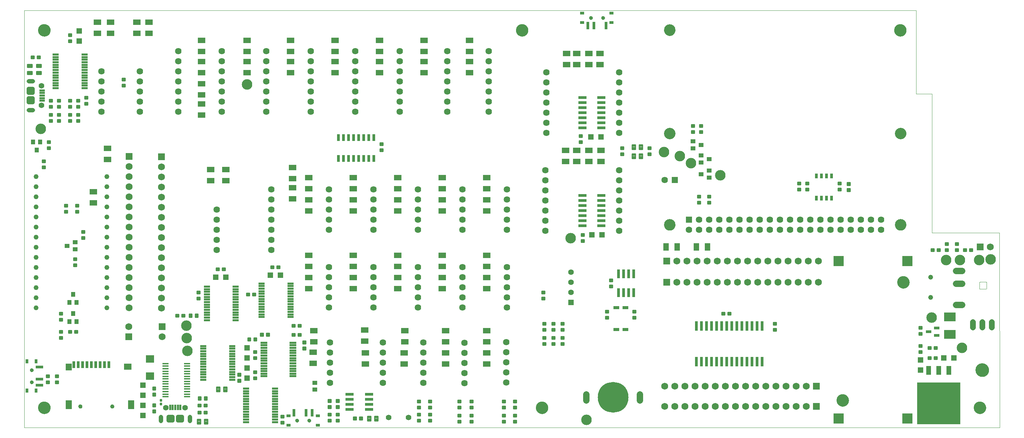
<source format=gts>
G75*
%MOIN*%
%OFA0B0*%
%FSLAX25Y25*%
%IPPOS*%
%LPD*%
%AMOC8*
5,1,8,0,0,1.08239X$1,22.5*
%
%ADD10C,0.00000*%
%ADD11C,0.06400*%
%ADD12C,0.30400*%
%ADD13C,0.00975*%
%ADD14R,0.05400X0.05400*%
%ADD15C,0.01100*%
%ADD16R,0.11199X0.08900*%
%ADD17C,0.00850*%
%ADD18C,0.04762*%
%ADD19R,0.07400X0.05400*%
%ADD20C,0.00100*%
%ADD21R,0.03156X0.06699*%
%ADD22R,0.05912X0.06699*%
%ADD23R,0.05912X0.09061*%
%ADD24R,0.07487X0.05912*%
%ADD25C,0.03943*%
%ADD26R,0.06900X0.06900*%
%ADD27C,0.06900*%
%ADD28C,0.11227*%
%ADD29R,0.06400X0.06400*%
%ADD30C,0.06400*%
%ADD31R,0.04900X0.04400*%
%ADD32C,0.01184*%
%ADD33C,0.10400*%
%ADD34R,0.08200X0.02600*%
%ADD35C,0.05600*%
%ADD36C,0.13400*%
%ADD37R,0.42920X0.41384*%
%ADD38R,0.04600X0.08900*%
%ADD39R,0.06306X0.01778*%
%ADD40R,0.02600X0.09400*%
%ADD41R,0.02500X0.07100*%
%ADD42R,0.05600X0.02600*%
%ADD43R,0.08200X0.02500*%
%ADD44R,0.06306X0.01975*%
%ADD45R,0.02600X0.09000*%
%ADD46C,0.00071*%
%ADD47C,0.03940*%
%ADD48R,0.01975X0.05715*%
%ADD49C,0.04400*%
%ADD50C,0.05550*%
%ADD51R,0.05715X0.01975*%
%ADD52R,0.08400X0.07400*%
%ADD53R,0.05550X0.05550*%
%ADD54R,0.10243X0.10243*%
%ADD55C,0.12211*%
%ADD56R,0.06900X0.02100*%
%ADD57R,0.05400X0.07400*%
%ADD58C,0.00145*%
%ADD59R,0.04400X0.04900*%
%ADD60R,0.03156X0.07487*%
%ADD61R,0.04400X0.03156*%
%ADD62C,0.03600*%
%ADD63R,0.07487X0.03156*%
%ADD64R,0.03156X0.04400*%
%ADD65R,0.04731X0.04337*%
D10*
X0011835Y0013500D02*
X0011835Y0426886D01*
X0893724Y0426886D01*
X0893724Y0344209D01*
X0909472Y0344209D01*
X0909472Y0206413D01*
X0975921Y0206413D01*
X0976402Y0013500D01*
X0011835Y0013500D01*
X0025614Y0033185D02*
X0025616Y0033338D01*
X0025622Y0033492D01*
X0025632Y0033645D01*
X0025646Y0033797D01*
X0025664Y0033950D01*
X0025686Y0034101D01*
X0025711Y0034252D01*
X0025741Y0034403D01*
X0025775Y0034553D01*
X0025812Y0034701D01*
X0025853Y0034849D01*
X0025898Y0034995D01*
X0025947Y0035141D01*
X0026000Y0035285D01*
X0026056Y0035427D01*
X0026116Y0035568D01*
X0026180Y0035708D01*
X0026247Y0035846D01*
X0026318Y0035982D01*
X0026393Y0036116D01*
X0026470Y0036248D01*
X0026552Y0036378D01*
X0026636Y0036506D01*
X0026724Y0036632D01*
X0026815Y0036755D01*
X0026909Y0036876D01*
X0027007Y0036994D01*
X0027107Y0037110D01*
X0027211Y0037223D01*
X0027317Y0037334D01*
X0027426Y0037442D01*
X0027538Y0037547D01*
X0027652Y0037648D01*
X0027770Y0037747D01*
X0027889Y0037843D01*
X0028011Y0037936D01*
X0028136Y0038025D01*
X0028263Y0038112D01*
X0028392Y0038194D01*
X0028523Y0038274D01*
X0028656Y0038350D01*
X0028791Y0038423D01*
X0028928Y0038492D01*
X0029067Y0038557D01*
X0029207Y0038619D01*
X0029349Y0038677D01*
X0029492Y0038732D01*
X0029637Y0038783D01*
X0029783Y0038830D01*
X0029930Y0038873D01*
X0030078Y0038912D01*
X0030227Y0038948D01*
X0030377Y0038979D01*
X0030528Y0039007D01*
X0030679Y0039031D01*
X0030832Y0039051D01*
X0030984Y0039067D01*
X0031137Y0039079D01*
X0031290Y0039087D01*
X0031443Y0039091D01*
X0031597Y0039091D01*
X0031750Y0039087D01*
X0031903Y0039079D01*
X0032056Y0039067D01*
X0032208Y0039051D01*
X0032361Y0039031D01*
X0032512Y0039007D01*
X0032663Y0038979D01*
X0032813Y0038948D01*
X0032962Y0038912D01*
X0033110Y0038873D01*
X0033257Y0038830D01*
X0033403Y0038783D01*
X0033548Y0038732D01*
X0033691Y0038677D01*
X0033833Y0038619D01*
X0033973Y0038557D01*
X0034112Y0038492D01*
X0034249Y0038423D01*
X0034384Y0038350D01*
X0034517Y0038274D01*
X0034648Y0038194D01*
X0034777Y0038112D01*
X0034904Y0038025D01*
X0035029Y0037936D01*
X0035151Y0037843D01*
X0035270Y0037747D01*
X0035388Y0037648D01*
X0035502Y0037547D01*
X0035614Y0037442D01*
X0035723Y0037334D01*
X0035829Y0037223D01*
X0035933Y0037110D01*
X0036033Y0036994D01*
X0036131Y0036876D01*
X0036225Y0036755D01*
X0036316Y0036632D01*
X0036404Y0036506D01*
X0036488Y0036378D01*
X0036570Y0036248D01*
X0036647Y0036116D01*
X0036722Y0035982D01*
X0036793Y0035846D01*
X0036860Y0035708D01*
X0036924Y0035568D01*
X0036984Y0035427D01*
X0037040Y0035285D01*
X0037093Y0035141D01*
X0037142Y0034995D01*
X0037187Y0034849D01*
X0037228Y0034701D01*
X0037265Y0034553D01*
X0037299Y0034403D01*
X0037329Y0034252D01*
X0037354Y0034101D01*
X0037376Y0033950D01*
X0037394Y0033797D01*
X0037408Y0033645D01*
X0037418Y0033492D01*
X0037424Y0033338D01*
X0037426Y0033185D01*
X0037424Y0033032D01*
X0037418Y0032878D01*
X0037408Y0032725D01*
X0037394Y0032573D01*
X0037376Y0032420D01*
X0037354Y0032269D01*
X0037329Y0032118D01*
X0037299Y0031967D01*
X0037265Y0031817D01*
X0037228Y0031669D01*
X0037187Y0031521D01*
X0037142Y0031375D01*
X0037093Y0031229D01*
X0037040Y0031085D01*
X0036984Y0030943D01*
X0036924Y0030802D01*
X0036860Y0030662D01*
X0036793Y0030524D01*
X0036722Y0030388D01*
X0036647Y0030254D01*
X0036570Y0030122D01*
X0036488Y0029992D01*
X0036404Y0029864D01*
X0036316Y0029738D01*
X0036225Y0029615D01*
X0036131Y0029494D01*
X0036033Y0029376D01*
X0035933Y0029260D01*
X0035829Y0029147D01*
X0035723Y0029036D01*
X0035614Y0028928D01*
X0035502Y0028823D01*
X0035388Y0028722D01*
X0035270Y0028623D01*
X0035151Y0028527D01*
X0035029Y0028434D01*
X0034904Y0028345D01*
X0034777Y0028258D01*
X0034648Y0028176D01*
X0034517Y0028096D01*
X0034384Y0028020D01*
X0034249Y0027947D01*
X0034112Y0027878D01*
X0033973Y0027813D01*
X0033833Y0027751D01*
X0033691Y0027693D01*
X0033548Y0027638D01*
X0033403Y0027587D01*
X0033257Y0027540D01*
X0033110Y0027497D01*
X0032962Y0027458D01*
X0032813Y0027422D01*
X0032663Y0027391D01*
X0032512Y0027363D01*
X0032361Y0027339D01*
X0032208Y0027319D01*
X0032056Y0027303D01*
X0031903Y0027291D01*
X0031750Y0027283D01*
X0031597Y0027279D01*
X0031443Y0027279D01*
X0031290Y0027283D01*
X0031137Y0027291D01*
X0030984Y0027303D01*
X0030832Y0027319D01*
X0030679Y0027339D01*
X0030528Y0027363D01*
X0030377Y0027391D01*
X0030227Y0027422D01*
X0030078Y0027458D01*
X0029930Y0027497D01*
X0029783Y0027540D01*
X0029637Y0027587D01*
X0029492Y0027638D01*
X0029349Y0027693D01*
X0029207Y0027751D01*
X0029067Y0027813D01*
X0028928Y0027878D01*
X0028791Y0027947D01*
X0028656Y0028020D01*
X0028523Y0028096D01*
X0028392Y0028176D01*
X0028263Y0028258D01*
X0028136Y0028345D01*
X0028011Y0028434D01*
X0027889Y0028527D01*
X0027770Y0028623D01*
X0027652Y0028722D01*
X0027538Y0028823D01*
X0027426Y0028928D01*
X0027317Y0029036D01*
X0027211Y0029147D01*
X0027107Y0029260D01*
X0027007Y0029376D01*
X0026909Y0029494D01*
X0026815Y0029615D01*
X0026724Y0029738D01*
X0026636Y0029864D01*
X0026552Y0029992D01*
X0026470Y0030122D01*
X0026393Y0030254D01*
X0026318Y0030388D01*
X0026247Y0030524D01*
X0026180Y0030662D01*
X0026116Y0030802D01*
X0026056Y0030943D01*
X0026000Y0031085D01*
X0025947Y0031229D01*
X0025898Y0031375D01*
X0025853Y0031521D01*
X0025812Y0031669D01*
X0025775Y0031817D01*
X0025741Y0031967D01*
X0025711Y0032118D01*
X0025686Y0032269D01*
X0025664Y0032420D01*
X0025646Y0032573D01*
X0025632Y0032725D01*
X0025622Y0032878D01*
X0025616Y0033032D01*
X0025614Y0033185D01*
X0065334Y0034472D02*
X0065336Y0034556D01*
X0065342Y0034639D01*
X0065352Y0034722D01*
X0065366Y0034805D01*
X0065383Y0034887D01*
X0065405Y0034968D01*
X0065430Y0035047D01*
X0065459Y0035126D01*
X0065492Y0035203D01*
X0065528Y0035278D01*
X0065568Y0035352D01*
X0065611Y0035424D01*
X0065658Y0035493D01*
X0065708Y0035560D01*
X0065761Y0035625D01*
X0065817Y0035687D01*
X0065875Y0035747D01*
X0065937Y0035804D01*
X0066001Y0035857D01*
X0066068Y0035908D01*
X0066137Y0035955D01*
X0066208Y0036000D01*
X0066281Y0036040D01*
X0066356Y0036077D01*
X0066433Y0036111D01*
X0066511Y0036141D01*
X0066590Y0036167D01*
X0066671Y0036190D01*
X0066753Y0036208D01*
X0066835Y0036223D01*
X0066918Y0036234D01*
X0067001Y0036241D01*
X0067085Y0036244D01*
X0067169Y0036243D01*
X0067252Y0036238D01*
X0067336Y0036229D01*
X0067418Y0036216D01*
X0067500Y0036200D01*
X0067581Y0036179D01*
X0067662Y0036155D01*
X0067740Y0036127D01*
X0067818Y0036095D01*
X0067894Y0036059D01*
X0067968Y0036020D01*
X0068040Y0035978D01*
X0068110Y0035932D01*
X0068178Y0035883D01*
X0068243Y0035831D01*
X0068306Y0035776D01*
X0068366Y0035718D01*
X0068424Y0035657D01*
X0068478Y0035593D01*
X0068530Y0035527D01*
X0068578Y0035459D01*
X0068623Y0035388D01*
X0068664Y0035315D01*
X0068703Y0035241D01*
X0068737Y0035165D01*
X0068768Y0035087D01*
X0068795Y0035008D01*
X0068819Y0034927D01*
X0068838Y0034846D01*
X0068854Y0034764D01*
X0068866Y0034681D01*
X0068874Y0034597D01*
X0068878Y0034514D01*
X0068878Y0034430D01*
X0068874Y0034347D01*
X0068866Y0034263D01*
X0068854Y0034180D01*
X0068838Y0034098D01*
X0068819Y0034017D01*
X0068795Y0033936D01*
X0068768Y0033857D01*
X0068737Y0033779D01*
X0068703Y0033703D01*
X0068664Y0033629D01*
X0068623Y0033556D01*
X0068578Y0033485D01*
X0068530Y0033417D01*
X0068478Y0033351D01*
X0068424Y0033287D01*
X0068366Y0033226D01*
X0068306Y0033168D01*
X0068243Y0033113D01*
X0068178Y0033061D01*
X0068110Y0033012D01*
X0068040Y0032966D01*
X0067968Y0032924D01*
X0067894Y0032885D01*
X0067818Y0032849D01*
X0067740Y0032817D01*
X0067662Y0032789D01*
X0067581Y0032765D01*
X0067500Y0032744D01*
X0067418Y0032728D01*
X0067336Y0032715D01*
X0067252Y0032706D01*
X0067169Y0032701D01*
X0067085Y0032700D01*
X0067001Y0032703D01*
X0066918Y0032710D01*
X0066835Y0032721D01*
X0066753Y0032736D01*
X0066671Y0032754D01*
X0066590Y0032777D01*
X0066511Y0032803D01*
X0066433Y0032833D01*
X0066356Y0032867D01*
X0066281Y0032904D01*
X0066208Y0032944D01*
X0066137Y0032989D01*
X0066068Y0033036D01*
X0066001Y0033087D01*
X0065937Y0033140D01*
X0065875Y0033197D01*
X0065817Y0033257D01*
X0065761Y0033319D01*
X0065708Y0033384D01*
X0065658Y0033451D01*
X0065611Y0033520D01*
X0065568Y0033592D01*
X0065528Y0033666D01*
X0065492Y0033741D01*
X0065459Y0033818D01*
X0065430Y0033897D01*
X0065405Y0033976D01*
X0065383Y0034057D01*
X0065366Y0034139D01*
X0065352Y0034222D01*
X0065342Y0034305D01*
X0065336Y0034388D01*
X0065334Y0034472D01*
X0096830Y0034472D02*
X0096832Y0034556D01*
X0096838Y0034639D01*
X0096848Y0034722D01*
X0096862Y0034805D01*
X0096879Y0034887D01*
X0096901Y0034968D01*
X0096926Y0035047D01*
X0096955Y0035126D01*
X0096988Y0035203D01*
X0097024Y0035278D01*
X0097064Y0035352D01*
X0097107Y0035424D01*
X0097154Y0035493D01*
X0097204Y0035560D01*
X0097257Y0035625D01*
X0097313Y0035687D01*
X0097371Y0035747D01*
X0097433Y0035804D01*
X0097497Y0035857D01*
X0097564Y0035908D01*
X0097633Y0035955D01*
X0097704Y0036000D01*
X0097777Y0036040D01*
X0097852Y0036077D01*
X0097929Y0036111D01*
X0098007Y0036141D01*
X0098086Y0036167D01*
X0098167Y0036190D01*
X0098249Y0036208D01*
X0098331Y0036223D01*
X0098414Y0036234D01*
X0098497Y0036241D01*
X0098581Y0036244D01*
X0098665Y0036243D01*
X0098748Y0036238D01*
X0098832Y0036229D01*
X0098914Y0036216D01*
X0098996Y0036200D01*
X0099077Y0036179D01*
X0099158Y0036155D01*
X0099236Y0036127D01*
X0099314Y0036095D01*
X0099390Y0036059D01*
X0099464Y0036020D01*
X0099536Y0035978D01*
X0099606Y0035932D01*
X0099674Y0035883D01*
X0099739Y0035831D01*
X0099802Y0035776D01*
X0099862Y0035718D01*
X0099920Y0035657D01*
X0099974Y0035593D01*
X0100026Y0035527D01*
X0100074Y0035459D01*
X0100119Y0035388D01*
X0100160Y0035315D01*
X0100199Y0035241D01*
X0100233Y0035165D01*
X0100264Y0035087D01*
X0100291Y0035008D01*
X0100315Y0034927D01*
X0100334Y0034846D01*
X0100350Y0034764D01*
X0100362Y0034681D01*
X0100370Y0034597D01*
X0100374Y0034514D01*
X0100374Y0034430D01*
X0100370Y0034347D01*
X0100362Y0034263D01*
X0100350Y0034180D01*
X0100334Y0034098D01*
X0100315Y0034017D01*
X0100291Y0033936D01*
X0100264Y0033857D01*
X0100233Y0033779D01*
X0100199Y0033703D01*
X0100160Y0033629D01*
X0100119Y0033556D01*
X0100074Y0033485D01*
X0100026Y0033417D01*
X0099974Y0033351D01*
X0099920Y0033287D01*
X0099862Y0033226D01*
X0099802Y0033168D01*
X0099739Y0033113D01*
X0099674Y0033061D01*
X0099606Y0033012D01*
X0099536Y0032966D01*
X0099464Y0032924D01*
X0099390Y0032885D01*
X0099314Y0032849D01*
X0099236Y0032817D01*
X0099158Y0032789D01*
X0099077Y0032765D01*
X0098996Y0032744D01*
X0098914Y0032728D01*
X0098832Y0032715D01*
X0098748Y0032706D01*
X0098665Y0032701D01*
X0098581Y0032700D01*
X0098497Y0032703D01*
X0098414Y0032710D01*
X0098331Y0032721D01*
X0098249Y0032736D01*
X0098167Y0032754D01*
X0098086Y0032777D01*
X0098007Y0032803D01*
X0097929Y0032833D01*
X0097852Y0032867D01*
X0097777Y0032904D01*
X0097704Y0032944D01*
X0097633Y0032989D01*
X0097564Y0033036D01*
X0097497Y0033087D01*
X0097433Y0033140D01*
X0097371Y0033197D01*
X0097313Y0033257D01*
X0097257Y0033319D01*
X0097204Y0033384D01*
X0097154Y0033451D01*
X0097107Y0033520D01*
X0097064Y0033592D01*
X0097024Y0033666D01*
X0096988Y0033741D01*
X0096955Y0033818D01*
X0096926Y0033897D01*
X0096901Y0033976D01*
X0096879Y0034057D01*
X0096862Y0034139D01*
X0096848Y0034222D01*
X0096838Y0034305D01*
X0096832Y0034388D01*
X0096830Y0034472D01*
X0017400Y0058500D02*
X0017402Y0058580D01*
X0017408Y0058659D01*
X0017418Y0058738D01*
X0017432Y0058817D01*
X0017449Y0058895D01*
X0017471Y0058972D01*
X0017496Y0059047D01*
X0017526Y0059121D01*
X0017558Y0059194D01*
X0017595Y0059265D01*
X0017635Y0059334D01*
X0017678Y0059401D01*
X0017725Y0059466D01*
X0017774Y0059528D01*
X0017827Y0059588D01*
X0017883Y0059645D01*
X0017941Y0059700D01*
X0018002Y0059751D01*
X0018066Y0059799D01*
X0018132Y0059844D01*
X0018200Y0059886D01*
X0018270Y0059924D01*
X0018342Y0059958D01*
X0018415Y0059989D01*
X0018490Y0060017D01*
X0018567Y0060040D01*
X0018644Y0060060D01*
X0018722Y0060076D01*
X0018801Y0060088D01*
X0018880Y0060096D01*
X0018960Y0060100D01*
X0019040Y0060100D01*
X0019120Y0060096D01*
X0019199Y0060088D01*
X0019278Y0060076D01*
X0019356Y0060060D01*
X0019433Y0060040D01*
X0019510Y0060017D01*
X0019585Y0059989D01*
X0019658Y0059958D01*
X0019730Y0059924D01*
X0019800Y0059886D01*
X0019868Y0059844D01*
X0019934Y0059799D01*
X0019998Y0059751D01*
X0020059Y0059700D01*
X0020117Y0059645D01*
X0020173Y0059588D01*
X0020226Y0059528D01*
X0020275Y0059466D01*
X0020322Y0059401D01*
X0020365Y0059334D01*
X0020405Y0059265D01*
X0020442Y0059194D01*
X0020474Y0059121D01*
X0020504Y0059047D01*
X0020529Y0058972D01*
X0020551Y0058895D01*
X0020568Y0058817D01*
X0020582Y0058738D01*
X0020592Y0058659D01*
X0020598Y0058580D01*
X0020600Y0058500D01*
X0020598Y0058420D01*
X0020592Y0058341D01*
X0020582Y0058262D01*
X0020568Y0058183D01*
X0020551Y0058105D01*
X0020529Y0058028D01*
X0020504Y0057953D01*
X0020474Y0057879D01*
X0020442Y0057806D01*
X0020405Y0057735D01*
X0020365Y0057666D01*
X0020322Y0057599D01*
X0020275Y0057534D01*
X0020226Y0057472D01*
X0020173Y0057412D01*
X0020117Y0057355D01*
X0020059Y0057300D01*
X0019998Y0057249D01*
X0019934Y0057201D01*
X0019868Y0057156D01*
X0019800Y0057114D01*
X0019730Y0057076D01*
X0019658Y0057042D01*
X0019585Y0057011D01*
X0019510Y0056983D01*
X0019433Y0056960D01*
X0019356Y0056940D01*
X0019278Y0056924D01*
X0019199Y0056912D01*
X0019120Y0056904D01*
X0019040Y0056900D01*
X0018960Y0056900D01*
X0018880Y0056904D01*
X0018801Y0056912D01*
X0018722Y0056924D01*
X0018644Y0056940D01*
X0018567Y0056960D01*
X0018490Y0056983D01*
X0018415Y0057011D01*
X0018342Y0057042D01*
X0018270Y0057076D01*
X0018200Y0057114D01*
X0018132Y0057156D01*
X0018066Y0057201D01*
X0018002Y0057249D01*
X0017941Y0057300D01*
X0017883Y0057355D01*
X0017827Y0057412D01*
X0017774Y0057472D01*
X0017725Y0057534D01*
X0017678Y0057599D01*
X0017635Y0057666D01*
X0017595Y0057735D01*
X0017558Y0057806D01*
X0017526Y0057879D01*
X0017496Y0057953D01*
X0017471Y0058028D01*
X0017449Y0058105D01*
X0017432Y0058183D01*
X0017418Y0058262D01*
X0017408Y0058341D01*
X0017402Y0058420D01*
X0017400Y0058500D01*
X0017400Y0070500D02*
X0017402Y0070580D01*
X0017408Y0070659D01*
X0017418Y0070738D01*
X0017432Y0070817D01*
X0017449Y0070895D01*
X0017471Y0070972D01*
X0017496Y0071047D01*
X0017526Y0071121D01*
X0017558Y0071194D01*
X0017595Y0071265D01*
X0017635Y0071334D01*
X0017678Y0071401D01*
X0017725Y0071466D01*
X0017774Y0071528D01*
X0017827Y0071588D01*
X0017883Y0071645D01*
X0017941Y0071700D01*
X0018002Y0071751D01*
X0018066Y0071799D01*
X0018132Y0071844D01*
X0018200Y0071886D01*
X0018270Y0071924D01*
X0018342Y0071958D01*
X0018415Y0071989D01*
X0018490Y0072017D01*
X0018567Y0072040D01*
X0018644Y0072060D01*
X0018722Y0072076D01*
X0018801Y0072088D01*
X0018880Y0072096D01*
X0018960Y0072100D01*
X0019040Y0072100D01*
X0019120Y0072096D01*
X0019199Y0072088D01*
X0019278Y0072076D01*
X0019356Y0072060D01*
X0019433Y0072040D01*
X0019510Y0072017D01*
X0019585Y0071989D01*
X0019658Y0071958D01*
X0019730Y0071924D01*
X0019800Y0071886D01*
X0019868Y0071844D01*
X0019934Y0071799D01*
X0019998Y0071751D01*
X0020059Y0071700D01*
X0020117Y0071645D01*
X0020173Y0071588D01*
X0020226Y0071528D01*
X0020275Y0071466D01*
X0020322Y0071401D01*
X0020365Y0071334D01*
X0020405Y0071265D01*
X0020442Y0071194D01*
X0020474Y0071121D01*
X0020504Y0071047D01*
X0020529Y0070972D01*
X0020551Y0070895D01*
X0020568Y0070817D01*
X0020582Y0070738D01*
X0020592Y0070659D01*
X0020598Y0070580D01*
X0020600Y0070500D01*
X0020598Y0070420D01*
X0020592Y0070341D01*
X0020582Y0070262D01*
X0020568Y0070183D01*
X0020551Y0070105D01*
X0020529Y0070028D01*
X0020504Y0069953D01*
X0020474Y0069879D01*
X0020442Y0069806D01*
X0020405Y0069735D01*
X0020365Y0069666D01*
X0020322Y0069599D01*
X0020275Y0069534D01*
X0020226Y0069472D01*
X0020173Y0069412D01*
X0020117Y0069355D01*
X0020059Y0069300D01*
X0019998Y0069249D01*
X0019934Y0069201D01*
X0019868Y0069156D01*
X0019800Y0069114D01*
X0019730Y0069076D01*
X0019658Y0069042D01*
X0019585Y0069011D01*
X0019510Y0068983D01*
X0019433Y0068960D01*
X0019356Y0068940D01*
X0019278Y0068924D01*
X0019199Y0068912D01*
X0019120Y0068904D01*
X0019040Y0068900D01*
X0018960Y0068900D01*
X0018880Y0068904D01*
X0018801Y0068912D01*
X0018722Y0068924D01*
X0018644Y0068940D01*
X0018567Y0068960D01*
X0018490Y0068983D01*
X0018415Y0069011D01*
X0018342Y0069042D01*
X0018270Y0069076D01*
X0018200Y0069114D01*
X0018132Y0069156D01*
X0018066Y0069201D01*
X0018002Y0069249D01*
X0017941Y0069300D01*
X0017883Y0069355D01*
X0017827Y0069412D01*
X0017774Y0069472D01*
X0017725Y0069534D01*
X0017678Y0069599D01*
X0017635Y0069666D01*
X0017595Y0069735D01*
X0017558Y0069806D01*
X0017526Y0069879D01*
X0017496Y0069953D01*
X0017471Y0070028D01*
X0017449Y0070105D01*
X0017432Y0070183D01*
X0017418Y0070262D01*
X0017408Y0070341D01*
X0017402Y0070420D01*
X0017400Y0070500D01*
X0279800Y0020500D02*
X0279802Y0020580D01*
X0279808Y0020659D01*
X0279818Y0020738D01*
X0279832Y0020817D01*
X0279849Y0020895D01*
X0279871Y0020972D01*
X0279896Y0021047D01*
X0279926Y0021121D01*
X0279958Y0021194D01*
X0279995Y0021265D01*
X0280035Y0021334D01*
X0280078Y0021401D01*
X0280125Y0021466D01*
X0280174Y0021528D01*
X0280227Y0021588D01*
X0280283Y0021645D01*
X0280341Y0021700D01*
X0280402Y0021751D01*
X0280466Y0021799D01*
X0280532Y0021844D01*
X0280600Y0021886D01*
X0280670Y0021924D01*
X0280742Y0021958D01*
X0280815Y0021989D01*
X0280890Y0022017D01*
X0280967Y0022040D01*
X0281044Y0022060D01*
X0281122Y0022076D01*
X0281201Y0022088D01*
X0281280Y0022096D01*
X0281360Y0022100D01*
X0281440Y0022100D01*
X0281520Y0022096D01*
X0281599Y0022088D01*
X0281678Y0022076D01*
X0281756Y0022060D01*
X0281833Y0022040D01*
X0281910Y0022017D01*
X0281985Y0021989D01*
X0282058Y0021958D01*
X0282130Y0021924D01*
X0282200Y0021886D01*
X0282268Y0021844D01*
X0282334Y0021799D01*
X0282398Y0021751D01*
X0282459Y0021700D01*
X0282517Y0021645D01*
X0282573Y0021588D01*
X0282626Y0021528D01*
X0282675Y0021466D01*
X0282722Y0021401D01*
X0282765Y0021334D01*
X0282805Y0021265D01*
X0282842Y0021194D01*
X0282874Y0021121D01*
X0282904Y0021047D01*
X0282929Y0020972D01*
X0282951Y0020895D01*
X0282968Y0020817D01*
X0282982Y0020738D01*
X0282992Y0020659D01*
X0282998Y0020580D01*
X0283000Y0020500D01*
X0282998Y0020420D01*
X0282992Y0020341D01*
X0282982Y0020262D01*
X0282968Y0020183D01*
X0282951Y0020105D01*
X0282929Y0020028D01*
X0282904Y0019953D01*
X0282874Y0019879D01*
X0282842Y0019806D01*
X0282805Y0019735D01*
X0282765Y0019666D01*
X0282722Y0019599D01*
X0282675Y0019534D01*
X0282626Y0019472D01*
X0282573Y0019412D01*
X0282517Y0019355D01*
X0282459Y0019300D01*
X0282398Y0019249D01*
X0282334Y0019201D01*
X0282268Y0019156D01*
X0282200Y0019114D01*
X0282130Y0019076D01*
X0282058Y0019042D01*
X0281985Y0019011D01*
X0281910Y0018983D01*
X0281833Y0018960D01*
X0281756Y0018940D01*
X0281678Y0018924D01*
X0281599Y0018912D01*
X0281520Y0018904D01*
X0281440Y0018900D01*
X0281360Y0018900D01*
X0281280Y0018904D01*
X0281201Y0018912D01*
X0281122Y0018924D01*
X0281044Y0018940D01*
X0280967Y0018960D01*
X0280890Y0018983D01*
X0280815Y0019011D01*
X0280742Y0019042D01*
X0280670Y0019076D01*
X0280600Y0019114D01*
X0280532Y0019156D01*
X0280466Y0019201D01*
X0280402Y0019249D01*
X0280341Y0019300D01*
X0280283Y0019355D01*
X0280227Y0019412D01*
X0280174Y0019472D01*
X0280125Y0019534D01*
X0280078Y0019599D01*
X0280035Y0019666D01*
X0279995Y0019735D01*
X0279958Y0019806D01*
X0279926Y0019879D01*
X0279896Y0019953D01*
X0279871Y0020028D01*
X0279849Y0020105D01*
X0279832Y0020183D01*
X0279818Y0020262D01*
X0279808Y0020341D01*
X0279802Y0020420D01*
X0279800Y0020500D01*
X0291800Y0020500D02*
X0291802Y0020580D01*
X0291808Y0020659D01*
X0291818Y0020738D01*
X0291832Y0020817D01*
X0291849Y0020895D01*
X0291871Y0020972D01*
X0291896Y0021047D01*
X0291926Y0021121D01*
X0291958Y0021194D01*
X0291995Y0021265D01*
X0292035Y0021334D01*
X0292078Y0021401D01*
X0292125Y0021466D01*
X0292174Y0021528D01*
X0292227Y0021588D01*
X0292283Y0021645D01*
X0292341Y0021700D01*
X0292402Y0021751D01*
X0292466Y0021799D01*
X0292532Y0021844D01*
X0292600Y0021886D01*
X0292670Y0021924D01*
X0292742Y0021958D01*
X0292815Y0021989D01*
X0292890Y0022017D01*
X0292967Y0022040D01*
X0293044Y0022060D01*
X0293122Y0022076D01*
X0293201Y0022088D01*
X0293280Y0022096D01*
X0293360Y0022100D01*
X0293440Y0022100D01*
X0293520Y0022096D01*
X0293599Y0022088D01*
X0293678Y0022076D01*
X0293756Y0022060D01*
X0293833Y0022040D01*
X0293910Y0022017D01*
X0293985Y0021989D01*
X0294058Y0021958D01*
X0294130Y0021924D01*
X0294200Y0021886D01*
X0294268Y0021844D01*
X0294334Y0021799D01*
X0294398Y0021751D01*
X0294459Y0021700D01*
X0294517Y0021645D01*
X0294573Y0021588D01*
X0294626Y0021528D01*
X0294675Y0021466D01*
X0294722Y0021401D01*
X0294765Y0021334D01*
X0294805Y0021265D01*
X0294842Y0021194D01*
X0294874Y0021121D01*
X0294904Y0021047D01*
X0294929Y0020972D01*
X0294951Y0020895D01*
X0294968Y0020817D01*
X0294982Y0020738D01*
X0294992Y0020659D01*
X0294998Y0020580D01*
X0295000Y0020500D01*
X0294998Y0020420D01*
X0294992Y0020341D01*
X0294982Y0020262D01*
X0294968Y0020183D01*
X0294951Y0020105D01*
X0294929Y0020028D01*
X0294904Y0019953D01*
X0294874Y0019879D01*
X0294842Y0019806D01*
X0294805Y0019735D01*
X0294765Y0019666D01*
X0294722Y0019599D01*
X0294675Y0019534D01*
X0294626Y0019472D01*
X0294573Y0019412D01*
X0294517Y0019355D01*
X0294459Y0019300D01*
X0294398Y0019249D01*
X0294334Y0019201D01*
X0294268Y0019156D01*
X0294200Y0019114D01*
X0294130Y0019076D01*
X0294058Y0019042D01*
X0293985Y0019011D01*
X0293910Y0018983D01*
X0293833Y0018960D01*
X0293756Y0018940D01*
X0293678Y0018924D01*
X0293599Y0018912D01*
X0293520Y0018904D01*
X0293440Y0018900D01*
X0293360Y0018900D01*
X0293280Y0018904D01*
X0293201Y0018912D01*
X0293122Y0018924D01*
X0293044Y0018940D01*
X0292967Y0018960D01*
X0292890Y0018983D01*
X0292815Y0019011D01*
X0292742Y0019042D01*
X0292670Y0019076D01*
X0292600Y0019114D01*
X0292532Y0019156D01*
X0292466Y0019201D01*
X0292402Y0019249D01*
X0292341Y0019300D01*
X0292283Y0019355D01*
X0292227Y0019412D01*
X0292174Y0019472D01*
X0292125Y0019534D01*
X0292078Y0019599D01*
X0292035Y0019666D01*
X0291995Y0019735D01*
X0291958Y0019806D01*
X0291926Y0019879D01*
X0291896Y0019953D01*
X0291871Y0020028D01*
X0291849Y0020105D01*
X0291832Y0020183D01*
X0291818Y0020262D01*
X0291808Y0020341D01*
X0291802Y0020420D01*
X0291800Y0020500D01*
X0517740Y0033185D02*
X0517742Y0033338D01*
X0517748Y0033492D01*
X0517758Y0033645D01*
X0517772Y0033797D01*
X0517790Y0033950D01*
X0517812Y0034101D01*
X0517837Y0034252D01*
X0517867Y0034403D01*
X0517901Y0034553D01*
X0517938Y0034701D01*
X0517979Y0034849D01*
X0518024Y0034995D01*
X0518073Y0035141D01*
X0518126Y0035285D01*
X0518182Y0035427D01*
X0518242Y0035568D01*
X0518306Y0035708D01*
X0518373Y0035846D01*
X0518444Y0035982D01*
X0518519Y0036116D01*
X0518596Y0036248D01*
X0518678Y0036378D01*
X0518762Y0036506D01*
X0518850Y0036632D01*
X0518941Y0036755D01*
X0519035Y0036876D01*
X0519133Y0036994D01*
X0519233Y0037110D01*
X0519337Y0037223D01*
X0519443Y0037334D01*
X0519552Y0037442D01*
X0519664Y0037547D01*
X0519778Y0037648D01*
X0519896Y0037747D01*
X0520015Y0037843D01*
X0520137Y0037936D01*
X0520262Y0038025D01*
X0520389Y0038112D01*
X0520518Y0038194D01*
X0520649Y0038274D01*
X0520782Y0038350D01*
X0520917Y0038423D01*
X0521054Y0038492D01*
X0521193Y0038557D01*
X0521333Y0038619D01*
X0521475Y0038677D01*
X0521618Y0038732D01*
X0521763Y0038783D01*
X0521909Y0038830D01*
X0522056Y0038873D01*
X0522204Y0038912D01*
X0522353Y0038948D01*
X0522503Y0038979D01*
X0522654Y0039007D01*
X0522805Y0039031D01*
X0522958Y0039051D01*
X0523110Y0039067D01*
X0523263Y0039079D01*
X0523416Y0039087D01*
X0523569Y0039091D01*
X0523723Y0039091D01*
X0523876Y0039087D01*
X0524029Y0039079D01*
X0524182Y0039067D01*
X0524334Y0039051D01*
X0524487Y0039031D01*
X0524638Y0039007D01*
X0524789Y0038979D01*
X0524939Y0038948D01*
X0525088Y0038912D01*
X0525236Y0038873D01*
X0525383Y0038830D01*
X0525529Y0038783D01*
X0525674Y0038732D01*
X0525817Y0038677D01*
X0525959Y0038619D01*
X0526099Y0038557D01*
X0526238Y0038492D01*
X0526375Y0038423D01*
X0526510Y0038350D01*
X0526643Y0038274D01*
X0526774Y0038194D01*
X0526903Y0038112D01*
X0527030Y0038025D01*
X0527155Y0037936D01*
X0527277Y0037843D01*
X0527396Y0037747D01*
X0527514Y0037648D01*
X0527628Y0037547D01*
X0527740Y0037442D01*
X0527849Y0037334D01*
X0527955Y0037223D01*
X0528059Y0037110D01*
X0528159Y0036994D01*
X0528257Y0036876D01*
X0528351Y0036755D01*
X0528442Y0036632D01*
X0528530Y0036506D01*
X0528614Y0036378D01*
X0528696Y0036248D01*
X0528773Y0036116D01*
X0528848Y0035982D01*
X0528919Y0035846D01*
X0528986Y0035708D01*
X0529050Y0035568D01*
X0529110Y0035427D01*
X0529166Y0035285D01*
X0529219Y0035141D01*
X0529268Y0034995D01*
X0529313Y0034849D01*
X0529354Y0034701D01*
X0529391Y0034553D01*
X0529425Y0034403D01*
X0529455Y0034252D01*
X0529480Y0034101D01*
X0529502Y0033950D01*
X0529520Y0033797D01*
X0529534Y0033645D01*
X0529544Y0033492D01*
X0529550Y0033338D01*
X0529552Y0033185D01*
X0529550Y0033032D01*
X0529544Y0032878D01*
X0529534Y0032725D01*
X0529520Y0032573D01*
X0529502Y0032420D01*
X0529480Y0032269D01*
X0529455Y0032118D01*
X0529425Y0031967D01*
X0529391Y0031817D01*
X0529354Y0031669D01*
X0529313Y0031521D01*
X0529268Y0031375D01*
X0529219Y0031229D01*
X0529166Y0031085D01*
X0529110Y0030943D01*
X0529050Y0030802D01*
X0528986Y0030662D01*
X0528919Y0030524D01*
X0528848Y0030388D01*
X0528773Y0030254D01*
X0528696Y0030122D01*
X0528614Y0029992D01*
X0528530Y0029864D01*
X0528442Y0029738D01*
X0528351Y0029615D01*
X0528257Y0029494D01*
X0528159Y0029376D01*
X0528059Y0029260D01*
X0527955Y0029147D01*
X0527849Y0029036D01*
X0527740Y0028928D01*
X0527628Y0028823D01*
X0527514Y0028722D01*
X0527396Y0028623D01*
X0527277Y0028527D01*
X0527155Y0028434D01*
X0527030Y0028345D01*
X0526903Y0028258D01*
X0526774Y0028176D01*
X0526643Y0028096D01*
X0526510Y0028020D01*
X0526375Y0027947D01*
X0526238Y0027878D01*
X0526099Y0027813D01*
X0525959Y0027751D01*
X0525817Y0027693D01*
X0525674Y0027638D01*
X0525529Y0027587D01*
X0525383Y0027540D01*
X0525236Y0027497D01*
X0525088Y0027458D01*
X0524939Y0027422D01*
X0524789Y0027391D01*
X0524638Y0027363D01*
X0524487Y0027339D01*
X0524334Y0027319D01*
X0524182Y0027303D01*
X0524029Y0027291D01*
X0523876Y0027283D01*
X0523723Y0027279D01*
X0523569Y0027279D01*
X0523416Y0027283D01*
X0523263Y0027291D01*
X0523110Y0027303D01*
X0522958Y0027319D01*
X0522805Y0027339D01*
X0522654Y0027363D01*
X0522503Y0027391D01*
X0522353Y0027422D01*
X0522204Y0027458D01*
X0522056Y0027497D01*
X0521909Y0027540D01*
X0521763Y0027587D01*
X0521618Y0027638D01*
X0521475Y0027693D01*
X0521333Y0027751D01*
X0521193Y0027813D01*
X0521054Y0027878D01*
X0520917Y0027947D01*
X0520782Y0028020D01*
X0520649Y0028096D01*
X0520518Y0028176D01*
X0520389Y0028258D01*
X0520262Y0028345D01*
X0520137Y0028434D01*
X0520015Y0028527D01*
X0519896Y0028623D01*
X0519778Y0028722D01*
X0519664Y0028823D01*
X0519552Y0028928D01*
X0519443Y0029036D01*
X0519337Y0029147D01*
X0519233Y0029260D01*
X0519133Y0029376D01*
X0519035Y0029494D01*
X0518941Y0029615D01*
X0518850Y0029738D01*
X0518762Y0029864D01*
X0518678Y0029992D01*
X0518596Y0030122D01*
X0518519Y0030254D01*
X0518444Y0030388D01*
X0518373Y0030524D01*
X0518306Y0030662D01*
X0518242Y0030802D01*
X0518182Y0030943D01*
X0518126Y0031085D01*
X0518073Y0031229D01*
X0518024Y0031375D01*
X0517979Y0031521D01*
X0517938Y0031669D01*
X0517901Y0031817D01*
X0517867Y0031967D01*
X0517837Y0032118D01*
X0517812Y0032269D01*
X0517790Y0032420D01*
X0517772Y0032573D01*
X0517758Y0032725D01*
X0517748Y0032878D01*
X0517742Y0033032D01*
X0517740Y0033185D01*
X0815094Y0040500D02*
X0815096Y0040653D01*
X0815102Y0040807D01*
X0815112Y0040960D01*
X0815126Y0041112D01*
X0815144Y0041265D01*
X0815166Y0041416D01*
X0815191Y0041567D01*
X0815221Y0041718D01*
X0815255Y0041868D01*
X0815292Y0042016D01*
X0815333Y0042164D01*
X0815378Y0042310D01*
X0815427Y0042456D01*
X0815480Y0042600D01*
X0815536Y0042742D01*
X0815596Y0042883D01*
X0815660Y0043023D01*
X0815727Y0043161D01*
X0815798Y0043297D01*
X0815873Y0043431D01*
X0815950Y0043563D01*
X0816032Y0043693D01*
X0816116Y0043821D01*
X0816204Y0043947D01*
X0816295Y0044070D01*
X0816389Y0044191D01*
X0816487Y0044309D01*
X0816587Y0044425D01*
X0816691Y0044538D01*
X0816797Y0044649D01*
X0816906Y0044757D01*
X0817018Y0044862D01*
X0817132Y0044963D01*
X0817250Y0045062D01*
X0817369Y0045158D01*
X0817491Y0045251D01*
X0817616Y0045340D01*
X0817743Y0045427D01*
X0817872Y0045509D01*
X0818003Y0045589D01*
X0818136Y0045665D01*
X0818271Y0045738D01*
X0818408Y0045807D01*
X0818547Y0045872D01*
X0818687Y0045934D01*
X0818829Y0045992D01*
X0818972Y0046047D01*
X0819117Y0046098D01*
X0819263Y0046145D01*
X0819410Y0046188D01*
X0819558Y0046227D01*
X0819707Y0046263D01*
X0819857Y0046294D01*
X0820008Y0046322D01*
X0820159Y0046346D01*
X0820312Y0046366D01*
X0820464Y0046382D01*
X0820617Y0046394D01*
X0820770Y0046402D01*
X0820923Y0046406D01*
X0821077Y0046406D01*
X0821230Y0046402D01*
X0821383Y0046394D01*
X0821536Y0046382D01*
X0821688Y0046366D01*
X0821841Y0046346D01*
X0821992Y0046322D01*
X0822143Y0046294D01*
X0822293Y0046263D01*
X0822442Y0046227D01*
X0822590Y0046188D01*
X0822737Y0046145D01*
X0822883Y0046098D01*
X0823028Y0046047D01*
X0823171Y0045992D01*
X0823313Y0045934D01*
X0823453Y0045872D01*
X0823592Y0045807D01*
X0823729Y0045738D01*
X0823864Y0045665D01*
X0823997Y0045589D01*
X0824128Y0045509D01*
X0824257Y0045427D01*
X0824384Y0045340D01*
X0824509Y0045251D01*
X0824631Y0045158D01*
X0824750Y0045062D01*
X0824868Y0044963D01*
X0824982Y0044862D01*
X0825094Y0044757D01*
X0825203Y0044649D01*
X0825309Y0044538D01*
X0825413Y0044425D01*
X0825513Y0044309D01*
X0825611Y0044191D01*
X0825705Y0044070D01*
X0825796Y0043947D01*
X0825884Y0043821D01*
X0825968Y0043693D01*
X0826050Y0043563D01*
X0826127Y0043431D01*
X0826202Y0043297D01*
X0826273Y0043161D01*
X0826340Y0043023D01*
X0826404Y0042883D01*
X0826464Y0042742D01*
X0826520Y0042600D01*
X0826573Y0042456D01*
X0826622Y0042310D01*
X0826667Y0042164D01*
X0826708Y0042016D01*
X0826745Y0041868D01*
X0826779Y0041718D01*
X0826809Y0041567D01*
X0826834Y0041416D01*
X0826856Y0041265D01*
X0826874Y0041112D01*
X0826888Y0040960D01*
X0826898Y0040807D01*
X0826904Y0040653D01*
X0826906Y0040500D01*
X0826904Y0040347D01*
X0826898Y0040193D01*
X0826888Y0040040D01*
X0826874Y0039888D01*
X0826856Y0039735D01*
X0826834Y0039584D01*
X0826809Y0039433D01*
X0826779Y0039282D01*
X0826745Y0039132D01*
X0826708Y0038984D01*
X0826667Y0038836D01*
X0826622Y0038690D01*
X0826573Y0038544D01*
X0826520Y0038400D01*
X0826464Y0038258D01*
X0826404Y0038117D01*
X0826340Y0037977D01*
X0826273Y0037839D01*
X0826202Y0037703D01*
X0826127Y0037569D01*
X0826050Y0037437D01*
X0825968Y0037307D01*
X0825884Y0037179D01*
X0825796Y0037053D01*
X0825705Y0036930D01*
X0825611Y0036809D01*
X0825513Y0036691D01*
X0825413Y0036575D01*
X0825309Y0036462D01*
X0825203Y0036351D01*
X0825094Y0036243D01*
X0824982Y0036138D01*
X0824868Y0036037D01*
X0824750Y0035938D01*
X0824631Y0035842D01*
X0824509Y0035749D01*
X0824384Y0035660D01*
X0824257Y0035573D01*
X0824128Y0035491D01*
X0823997Y0035411D01*
X0823864Y0035335D01*
X0823729Y0035262D01*
X0823592Y0035193D01*
X0823453Y0035128D01*
X0823313Y0035066D01*
X0823171Y0035008D01*
X0823028Y0034953D01*
X0822883Y0034902D01*
X0822737Y0034855D01*
X0822590Y0034812D01*
X0822442Y0034773D01*
X0822293Y0034737D01*
X0822143Y0034706D01*
X0821992Y0034678D01*
X0821841Y0034654D01*
X0821688Y0034634D01*
X0821536Y0034618D01*
X0821383Y0034606D01*
X0821230Y0034598D01*
X0821077Y0034594D01*
X0820923Y0034594D01*
X0820770Y0034598D01*
X0820617Y0034606D01*
X0820464Y0034618D01*
X0820312Y0034634D01*
X0820159Y0034654D01*
X0820008Y0034678D01*
X0819857Y0034706D01*
X0819707Y0034737D01*
X0819558Y0034773D01*
X0819410Y0034812D01*
X0819263Y0034855D01*
X0819117Y0034902D01*
X0818972Y0034953D01*
X0818829Y0035008D01*
X0818687Y0035066D01*
X0818547Y0035128D01*
X0818408Y0035193D01*
X0818271Y0035262D01*
X0818136Y0035335D01*
X0818003Y0035411D01*
X0817872Y0035491D01*
X0817743Y0035573D01*
X0817616Y0035660D01*
X0817491Y0035749D01*
X0817369Y0035842D01*
X0817250Y0035938D01*
X0817132Y0036037D01*
X0817018Y0036138D01*
X0816906Y0036243D01*
X0816797Y0036351D01*
X0816691Y0036462D01*
X0816587Y0036575D01*
X0816487Y0036691D01*
X0816389Y0036809D01*
X0816295Y0036930D01*
X0816204Y0037053D01*
X0816116Y0037179D01*
X0816032Y0037307D01*
X0815950Y0037437D01*
X0815873Y0037569D01*
X0815798Y0037703D01*
X0815727Y0037839D01*
X0815660Y0037977D01*
X0815596Y0038117D01*
X0815536Y0038258D01*
X0815480Y0038400D01*
X0815427Y0038544D01*
X0815378Y0038690D01*
X0815333Y0038836D01*
X0815292Y0038984D01*
X0815255Y0039132D01*
X0815221Y0039282D01*
X0815191Y0039433D01*
X0815166Y0039584D01*
X0815144Y0039735D01*
X0815126Y0039888D01*
X0815112Y0040040D01*
X0815102Y0040193D01*
X0815096Y0040347D01*
X0815094Y0040500D01*
X0950811Y0033185D02*
X0950813Y0033338D01*
X0950819Y0033492D01*
X0950829Y0033645D01*
X0950843Y0033797D01*
X0950861Y0033950D01*
X0950883Y0034101D01*
X0950908Y0034252D01*
X0950938Y0034403D01*
X0950972Y0034553D01*
X0951009Y0034701D01*
X0951050Y0034849D01*
X0951095Y0034995D01*
X0951144Y0035141D01*
X0951197Y0035285D01*
X0951253Y0035427D01*
X0951313Y0035568D01*
X0951377Y0035708D01*
X0951444Y0035846D01*
X0951515Y0035982D01*
X0951590Y0036116D01*
X0951667Y0036248D01*
X0951749Y0036378D01*
X0951833Y0036506D01*
X0951921Y0036632D01*
X0952012Y0036755D01*
X0952106Y0036876D01*
X0952204Y0036994D01*
X0952304Y0037110D01*
X0952408Y0037223D01*
X0952514Y0037334D01*
X0952623Y0037442D01*
X0952735Y0037547D01*
X0952849Y0037648D01*
X0952967Y0037747D01*
X0953086Y0037843D01*
X0953208Y0037936D01*
X0953333Y0038025D01*
X0953460Y0038112D01*
X0953589Y0038194D01*
X0953720Y0038274D01*
X0953853Y0038350D01*
X0953988Y0038423D01*
X0954125Y0038492D01*
X0954264Y0038557D01*
X0954404Y0038619D01*
X0954546Y0038677D01*
X0954689Y0038732D01*
X0954834Y0038783D01*
X0954980Y0038830D01*
X0955127Y0038873D01*
X0955275Y0038912D01*
X0955424Y0038948D01*
X0955574Y0038979D01*
X0955725Y0039007D01*
X0955876Y0039031D01*
X0956029Y0039051D01*
X0956181Y0039067D01*
X0956334Y0039079D01*
X0956487Y0039087D01*
X0956640Y0039091D01*
X0956794Y0039091D01*
X0956947Y0039087D01*
X0957100Y0039079D01*
X0957253Y0039067D01*
X0957405Y0039051D01*
X0957558Y0039031D01*
X0957709Y0039007D01*
X0957860Y0038979D01*
X0958010Y0038948D01*
X0958159Y0038912D01*
X0958307Y0038873D01*
X0958454Y0038830D01*
X0958600Y0038783D01*
X0958745Y0038732D01*
X0958888Y0038677D01*
X0959030Y0038619D01*
X0959170Y0038557D01*
X0959309Y0038492D01*
X0959446Y0038423D01*
X0959581Y0038350D01*
X0959714Y0038274D01*
X0959845Y0038194D01*
X0959974Y0038112D01*
X0960101Y0038025D01*
X0960226Y0037936D01*
X0960348Y0037843D01*
X0960467Y0037747D01*
X0960585Y0037648D01*
X0960699Y0037547D01*
X0960811Y0037442D01*
X0960920Y0037334D01*
X0961026Y0037223D01*
X0961130Y0037110D01*
X0961230Y0036994D01*
X0961328Y0036876D01*
X0961422Y0036755D01*
X0961513Y0036632D01*
X0961601Y0036506D01*
X0961685Y0036378D01*
X0961767Y0036248D01*
X0961844Y0036116D01*
X0961919Y0035982D01*
X0961990Y0035846D01*
X0962057Y0035708D01*
X0962121Y0035568D01*
X0962181Y0035427D01*
X0962237Y0035285D01*
X0962290Y0035141D01*
X0962339Y0034995D01*
X0962384Y0034849D01*
X0962425Y0034701D01*
X0962462Y0034553D01*
X0962496Y0034403D01*
X0962526Y0034252D01*
X0962551Y0034101D01*
X0962573Y0033950D01*
X0962591Y0033797D01*
X0962605Y0033645D01*
X0962615Y0033492D01*
X0962621Y0033338D01*
X0962623Y0033185D01*
X0962621Y0033032D01*
X0962615Y0032878D01*
X0962605Y0032725D01*
X0962591Y0032573D01*
X0962573Y0032420D01*
X0962551Y0032269D01*
X0962526Y0032118D01*
X0962496Y0031967D01*
X0962462Y0031817D01*
X0962425Y0031669D01*
X0962384Y0031521D01*
X0962339Y0031375D01*
X0962290Y0031229D01*
X0962237Y0031085D01*
X0962181Y0030943D01*
X0962121Y0030802D01*
X0962057Y0030662D01*
X0961990Y0030524D01*
X0961919Y0030388D01*
X0961844Y0030254D01*
X0961767Y0030122D01*
X0961685Y0029992D01*
X0961601Y0029864D01*
X0961513Y0029738D01*
X0961422Y0029615D01*
X0961328Y0029494D01*
X0961230Y0029376D01*
X0961130Y0029260D01*
X0961026Y0029147D01*
X0960920Y0029036D01*
X0960811Y0028928D01*
X0960699Y0028823D01*
X0960585Y0028722D01*
X0960467Y0028623D01*
X0960348Y0028527D01*
X0960226Y0028434D01*
X0960101Y0028345D01*
X0959974Y0028258D01*
X0959845Y0028176D01*
X0959714Y0028096D01*
X0959581Y0028020D01*
X0959446Y0027947D01*
X0959309Y0027878D01*
X0959170Y0027813D01*
X0959030Y0027751D01*
X0958888Y0027693D01*
X0958745Y0027638D01*
X0958600Y0027587D01*
X0958454Y0027540D01*
X0958307Y0027497D01*
X0958159Y0027458D01*
X0958010Y0027422D01*
X0957860Y0027391D01*
X0957709Y0027363D01*
X0957558Y0027339D01*
X0957405Y0027319D01*
X0957253Y0027303D01*
X0957100Y0027291D01*
X0956947Y0027283D01*
X0956794Y0027279D01*
X0956640Y0027279D01*
X0956487Y0027283D01*
X0956334Y0027291D01*
X0956181Y0027303D01*
X0956029Y0027319D01*
X0955876Y0027339D01*
X0955725Y0027363D01*
X0955574Y0027391D01*
X0955424Y0027422D01*
X0955275Y0027458D01*
X0955127Y0027497D01*
X0954980Y0027540D01*
X0954834Y0027587D01*
X0954689Y0027638D01*
X0954546Y0027693D01*
X0954404Y0027751D01*
X0954264Y0027813D01*
X0954125Y0027878D01*
X0953988Y0027947D01*
X0953853Y0028020D01*
X0953720Y0028096D01*
X0953589Y0028176D01*
X0953460Y0028258D01*
X0953333Y0028345D01*
X0953208Y0028434D01*
X0953086Y0028527D01*
X0952967Y0028623D01*
X0952849Y0028722D01*
X0952735Y0028823D01*
X0952623Y0028928D01*
X0952514Y0029036D01*
X0952408Y0029147D01*
X0952304Y0029260D01*
X0952204Y0029376D01*
X0952106Y0029494D01*
X0952012Y0029615D01*
X0951921Y0029738D01*
X0951833Y0029864D01*
X0951749Y0029992D01*
X0951667Y0030122D01*
X0951590Y0030254D01*
X0951515Y0030388D01*
X0951444Y0030524D01*
X0951377Y0030662D01*
X0951313Y0030802D01*
X0951253Y0030943D01*
X0951197Y0031085D01*
X0951144Y0031229D01*
X0951095Y0031375D01*
X0951050Y0031521D01*
X0951009Y0031669D01*
X0950972Y0031817D01*
X0950938Y0031967D01*
X0950908Y0032118D01*
X0950883Y0032269D01*
X0950861Y0032420D01*
X0950843Y0032573D01*
X0950829Y0032725D01*
X0950819Y0032878D01*
X0950813Y0033032D01*
X0950811Y0033185D01*
X0952500Y0070500D02*
X0952502Y0070661D01*
X0952508Y0070821D01*
X0952518Y0070982D01*
X0952532Y0071142D01*
X0952550Y0071302D01*
X0952571Y0071461D01*
X0952597Y0071620D01*
X0952627Y0071778D01*
X0952660Y0071935D01*
X0952698Y0072092D01*
X0952739Y0072247D01*
X0952784Y0072401D01*
X0952833Y0072554D01*
X0952886Y0072706D01*
X0952942Y0072857D01*
X0953003Y0073006D01*
X0953066Y0073154D01*
X0953134Y0073300D01*
X0953205Y0073444D01*
X0953279Y0073586D01*
X0953357Y0073727D01*
X0953439Y0073865D01*
X0953524Y0074002D01*
X0953612Y0074136D01*
X0953704Y0074268D01*
X0953799Y0074398D01*
X0953897Y0074526D01*
X0953998Y0074651D01*
X0954102Y0074773D01*
X0954209Y0074893D01*
X0954319Y0075010D01*
X0954432Y0075125D01*
X0954548Y0075236D01*
X0954667Y0075345D01*
X0954788Y0075450D01*
X0954912Y0075553D01*
X0955038Y0075653D01*
X0955166Y0075749D01*
X0955297Y0075842D01*
X0955431Y0075932D01*
X0955566Y0076019D01*
X0955704Y0076102D01*
X0955843Y0076182D01*
X0955985Y0076258D01*
X0956128Y0076331D01*
X0956273Y0076400D01*
X0956420Y0076466D01*
X0956568Y0076528D01*
X0956718Y0076586D01*
X0956869Y0076641D01*
X0957022Y0076692D01*
X0957176Y0076739D01*
X0957331Y0076782D01*
X0957487Y0076821D01*
X0957643Y0076857D01*
X0957801Y0076888D01*
X0957959Y0076916D01*
X0958118Y0076940D01*
X0958278Y0076960D01*
X0958438Y0076976D01*
X0958598Y0076988D01*
X0958759Y0076996D01*
X0958920Y0077000D01*
X0959080Y0077000D01*
X0959241Y0076996D01*
X0959402Y0076988D01*
X0959562Y0076976D01*
X0959722Y0076960D01*
X0959882Y0076940D01*
X0960041Y0076916D01*
X0960199Y0076888D01*
X0960357Y0076857D01*
X0960513Y0076821D01*
X0960669Y0076782D01*
X0960824Y0076739D01*
X0960978Y0076692D01*
X0961131Y0076641D01*
X0961282Y0076586D01*
X0961432Y0076528D01*
X0961580Y0076466D01*
X0961727Y0076400D01*
X0961872Y0076331D01*
X0962015Y0076258D01*
X0962157Y0076182D01*
X0962296Y0076102D01*
X0962434Y0076019D01*
X0962569Y0075932D01*
X0962703Y0075842D01*
X0962834Y0075749D01*
X0962962Y0075653D01*
X0963088Y0075553D01*
X0963212Y0075450D01*
X0963333Y0075345D01*
X0963452Y0075236D01*
X0963568Y0075125D01*
X0963681Y0075010D01*
X0963791Y0074893D01*
X0963898Y0074773D01*
X0964002Y0074651D01*
X0964103Y0074526D01*
X0964201Y0074398D01*
X0964296Y0074268D01*
X0964388Y0074136D01*
X0964476Y0074002D01*
X0964561Y0073865D01*
X0964643Y0073727D01*
X0964721Y0073586D01*
X0964795Y0073444D01*
X0964866Y0073300D01*
X0964934Y0073154D01*
X0964997Y0073006D01*
X0965058Y0072857D01*
X0965114Y0072706D01*
X0965167Y0072554D01*
X0965216Y0072401D01*
X0965261Y0072247D01*
X0965302Y0072092D01*
X0965340Y0071935D01*
X0965373Y0071778D01*
X0965403Y0071620D01*
X0965429Y0071461D01*
X0965450Y0071302D01*
X0965468Y0071142D01*
X0965482Y0070982D01*
X0965492Y0070821D01*
X0965498Y0070661D01*
X0965500Y0070500D01*
X0965498Y0070339D01*
X0965492Y0070179D01*
X0965482Y0070018D01*
X0965468Y0069858D01*
X0965450Y0069698D01*
X0965429Y0069539D01*
X0965403Y0069380D01*
X0965373Y0069222D01*
X0965340Y0069065D01*
X0965302Y0068908D01*
X0965261Y0068753D01*
X0965216Y0068599D01*
X0965167Y0068446D01*
X0965114Y0068294D01*
X0965058Y0068143D01*
X0964997Y0067994D01*
X0964934Y0067846D01*
X0964866Y0067700D01*
X0964795Y0067556D01*
X0964721Y0067414D01*
X0964643Y0067273D01*
X0964561Y0067135D01*
X0964476Y0066998D01*
X0964388Y0066864D01*
X0964296Y0066732D01*
X0964201Y0066602D01*
X0964103Y0066474D01*
X0964002Y0066349D01*
X0963898Y0066227D01*
X0963791Y0066107D01*
X0963681Y0065990D01*
X0963568Y0065875D01*
X0963452Y0065764D01*
X0963333Y0065655D01*
X0963212Y0065550D01*
X0963088Y0065447D01*
X0962962Y0065347D01*
X0962834Y0065251D01*
X0962703Y0065158D01*
X0962569Y0065068D01*
X0962434Y0064981D01*
X0962296Y0064898D01*
X0962157Y0064818D01*
X0962015Y0064742D01*
X0961872Y0064669D01*
X0961727Y0064600D01*
X0961580Y0064534D01*
X0961432Y0064472D01*
X0961282Y0064414D01*
X0961131Y0064359D01*
X0960978Y0064308D01*
X0960824Y0064261D01*
X0960669Y0064218D01*
X0960513Y0064179D01*
X0960357Y0064143D01*
X0960199Y0064112D01*
X0960041Y0064084D01*
X0959882Y0064060D01*
X0959722Y0064040D01*
X0959562Y0064024D01*
X0959402Y0064012D01*
X0959241Y0064004D01*
X0959080Y0064000D01*
X0958920Y0064000D01*
X0958759Y0064004D01*
X0958598Y0064012D01*
X0958438Y0064024D01*
X0958278Y0064040D01*
X0958118Y0064060D01*
X0957959Y0064084D01*
X0957801Y0064112D01*
X0957643Y0064143D01*
X0957487Y0064179D01*
X0957331Y0064218D01*
X0957176Y0064261D01*
X0957022Y0064308D01*
X0956869Y0064359D01*
X0956718Y0064414D01*
X0956568Y0064472D01*
X0956420Y0064534D01*
X0956273Y0064600D01*
X0956128Y0064669D01*
X0955985Y0064742D01*
X0955843Y0064818D01*
X0955704Y0064898D01*
X0955566Y0064981D01*
X0955431Y0065068D01*
X0955297Y0065158D01*
X0955166Y0065251D01*
X0955038Y0065347D01*
X0954912Y0065447D01*
X0954788Y0065550D01*
X0954667Y0065655D01*
X0954548Y0065764D01*
X0954432Y0065875D01*
X0954319Y0065990D01*
X0954209Y0066107D01*
X0954102Y0066227D01*
X0953998Y0066349D01*
X0953897Y0066474D01*
X0953799Y0066602D01*
X0953704Y0066732D01*
X0953612Y0066864D01*
X0953524Y0066998D01*
X0953439Y0067135D01*
X0953357Y0067273D01*
X0953279Y0067414D01*
X0953205Y0067556D01*
X0953134Y0067700D01*
X0953066Y0067846D01*
X0953003Y0067994D01*
X0952942Y0068143D01*
X0952886Y0068294D01*
X0952833Y0068446D01*
X0952784Y0068599D01*
X0952739Y0068753D01*
X0952698Y0068908D01*
X0952660Y0069065D01*
X0952627Y0069222D01*
X0952597Y0069380D01*
X0952571Y0069539D01*
X0952550Y0069698D01*
X0952532Y0069858D01*
X0952518Y0070018D01*
X0952508Y0070179D01*
X0952502Y0070339D01*
X0952500Y0070500D01*
X0875094Y0157500D02*
X0875096Y0157653D01*
X0875102Y0157807D01*
X0875112Y0157960D01*
X0875126Y0158112D01*
X0875144Y0158265D01*
X0875166Y0158416D01*
X0875191Y0158567D01*
X0875221Y0158718D01*
X0875255Y0158868D01*
X0875292Y0159016D01*
X0875333Y0159164D01*
X0875378Y0159310D01*
X0875427Y0159456D01*
X0875480Y0159600D01*
X0875536Y0159742D01*
X0875596Y0159883D01*
X0875660Y0160023D01*
X0875727Y0160161D01*
X0875798Y0160297D01*
X0875873Y0160431D01*
X0875950Y0160563D01*
X0876032Y0160693D01*
X0876116Y0160821D01*
X0876204Y0160947D01*
X0876295Y0161070D01*
X0876389Y0161191D01*
X0876487Y0161309D01*
X0876587Y0161425D01*
X0876691Y0161538D01*
X0876797Y0161649D01*
X0876906Y0161757D01*
X0877018Y0161862D01*
X0877132Y0161963D01*
X0877250Y0162062D01*
X0877369Y0162158D01*
X0877491Y0162251D01*
X0877616Y0162340D01*
X0877743Y0162427D01*
X0877872Y0162509D01*
X0878003Y0162589D01*
X0878136Y0162665D01*
X0878271Y0162738D01*
X0878408Y0162807D01*
X0878547Y0162872D01*
X0878687Y0162934D01*
X0878829Y0162992D01*
X0878972Y0163047D01*
X0879117Y0163098D01*
X0879263Y0163145D01*
X0879410Y0163188D01*
X0879558Y0163227D01*
X0879707Y0163263D01*
X0879857Y0163294D01*
X0880008Y0163322D01*
X0880159Y0163346D01*
X0880312Y0163366D01*
X0880464Y0163382D01*
X0880617Y0163394D01*
X0880770Y0163402D01*
X0880923Y0163406D01*
X0881077Y0163406D01*
X0881230Y0163402D01*
X0881383Y0163394D01*
X0881536Y0163382D01*
X0881688Y0163366D01*
X0881841Y0163346D01*
X0881992Y0163322D01*
X0882143Y0163294D01*
X0882293Y0163263D01*
X0882442Y0163227D01*
X0882590Y0163188D01*
X0882737Y0163145D01*
X0882883Y0163098D01*
X0883028Y0163047D01*
X0883171Y0162992D01*
X0883313Y0162934D01*
X0883453Y0162872D01*
X0883592Y0162807D01*
X0883729Y0162738D01*
X0883864Y0162665D01*
X0883997Y0162589D01*
X0884128Y0162509D01*
X0884257Y0162427D01*
X0884384Y0162340D01*
X0884509Y0162251D01*
X0884631Y0162158D01*
X0884750Y0162062D01*
X0884868Y0161963D01*
X0884982Y0161862D01*
X0885094Y0161757D01*
X0885203Y0161649D01*
X0885309Y0161538D01*
X0885413Y0161425D01*
X0885513Y0161309D01*
X0885611Y0161191D01*
X0885705Y0161070D01*
X0885796Y0160947D01*
X0885884Y0160821D01*
X0885968Y0160693D01*
X0886050Y0160563D01*
X0886127Y0160431D01*
X0886202Y0160297D01*
X0886273Y0160161D01*
X0886340Y0160023D01*
X0886404Y0159883D01*
X0886464Y0159742D01*
X0886520Y0159600D01*
X0886573Y0159456D01*
X0886622Y0159310D01*
X0886667Y0159164D01*
X0886708Y0159016D01*
X0886745Y0158868D01*
X0886779Y0158718D01*
X0886809Y0158567D01*
X0886834Y0158416D01*
X0886856Y0158265D01*
X0886874Y0158112D01*
X0886888Y0157960D01*
X0886898Y0157807D01*
X0886904Y0157653D01*
X0886906Y0157500D01*
X0886904Y0157347D01*
X0886898Y0157193D01*
X0886888Y0157040D01*
X0886874Y0156888D01*
X0886856Y0156735D01*
X0886834Y0156584D01*
X0886809Y0156433D01*
X0886779Y0156282D01*
X0886745Y0156132D01*
X0886708Y0155984D01*
X0886667Y0155836D01*
X0886622Y0155690D01*
X0886573Y0155544D01*
X0886520Y0155400D01*
X0886464Y0155258D01*
X0886404Y0155117D01*
X0886340Y0154977D01*
X0886273Y0154839D01*
X0886202Y0154703D01*
X0886127Y0154569D01*
X0886050Y0154437D01*
X0885968Y0154307D01*
X0885884Y0154179D01*
X0885796Y0154053D01*
X0885705Y0153930D01*
X0885611Y0153809D01*
X0885513Y0153691D01*
X0885413Y0153575D01*
X0885309Y0153462D01*
X0885203Y0153351D01*
X0885094Y0153243D01*
X0884982Y0153138D01*
X0884868Y0153037D01*
X0884750Y0152938D01*
X0884631Y0152842D01*
X0884509Y0152749D01*
X0884384Y0152660D01*
X0884257Y0152573D01*
X0884128Y0152491D01*
X0883997Y0152411D01*
X0883864Y0152335D01*
X0883729Y0152262D01*
X0883592Y0152193D01*
X0883453Y0152128D01*
X0883313Y0152066D01*
X0883171Y0152008D01*
X0883028Y0151953D01*
X0882883Y0151902D01*
X0882737Y0151855D01*
X0882590Y0151812D01*
X0882442Y0151773D01*
X0882293Y0151737D01*
X0882143Y0151706D01*
X0881992Y0151678D01*
X0881841Y0151654D01*
X0881688Y0151634D01*
X0881536Y0151618D01*
X0881383Y0151606D01*
X0881230Y0151598D01*
X0881077Y0151594D01*
X0880923Y0151594D01*
X0880770Y0151598D01*
X0880617Y0151606D01*
X0880464Y0151618D01*
X0880312Y0151634D01*
X0880159Y0151654D01*
X0880008Y0151678D01*
X0879857Y0151706D01*
X0879707Y0151737D01*
X0879558Y0151773D01*
X0879410Y0151812D01*
X0879263Y0151855D01*
X0879117Y0151902D01*
X0878972Y0151953D01*
X0878829Y0152008D01*
X0878687Y0152066D01*
X0878547Y0152128D01*
X0878408Y0152193D01*
X0878271Y0152262D01*
X0878136Y0152335D01*
X0878003Y0152411D01*
X0877872Y0152491D01*
X0877743Y0152573D01*
X0877616Y0152660D01*
X0877491Y0152749D01*
X0877369Y0152842D01*
X0877250Y0152938D01*
X0877132Y0153037D01*
X0877018Y0153138D01*
X0876906Y0153243D01*
X0876797Y0153351D01*
X0876691Y0153462D01*
X0876587Y0153575D01*
X0876487Y0153691D01*
X0876389Y0153809D01*
X0876295Y0153930D01*
X0876204Y0154053D01*
X0876116Y0154179D01*
X0876032Y0154307D01*
X0875950Y0154437D01*
X0875873Y0154569D01*
X0875798Y0154703D01*
X0875727Y0154839D01*
X0875660Y0154977D01*
X0875596Y0155117D01*
X0875536Y0155258D01*
X0875480Y0155400D01*
X0875427Y0155544D01*
X0875378Y0155690D01*
X0875333Y0155836D01*
X0875292Y0155984D01*
X0875255Y0156132D01*
X0875221Y0156282D01*
X0875191Y0156433D01*
X0875166Y0156584D01*
X0875144Y0156735D01*
X0875126Y0156888D01*
X0875112Y0157040D01*
X0875102Y0157193D01*
X0875096Y0157347D01*
X0875094Y0157500D01*
X0872831Y0214433D02*
X0872833Y0214580D01*
X0872839Y0214726D01*
X0872849Y0214872D01*
X0872863Y0215018D01*
X0872881Y0215164D01*
X0872902Y0215309D01*
X0872928Y0215453D01*
X0872958Y0215597D01*
X0872991Y0215739D01*
X0873028Y0215881D01*
X0873069Y0216022D01*
X0873114Y0216161D01*
X0873163Y0216300D01*
X0873215Y0216437D01*
X0873272Y0216572D01*
X0873331Y0216706D01*
X0873395Y0216838D01*
X0873462Y0216968D01*
X0873532Y0217097D01*
X0873606Y0217224D01*
X0873683Y0217348D01*
X0873764Y0217471D01*
X0873848Y0217591D01*
X0873935Y0217709D01*
X0874025Y0217824D01*
X0874118Y0217937D01*
X0874215Y0218048D01*
X0874314Y0218156D01*
X0874416Y0218261D01*
X0874521Y0218363D01*
X0874629Y0218462D01*
X0874740Y0218559D01*
X0874853Y0218652D01*
X0874968Y0218742D01*
X0875086Y0218829D01*
X0875206Y0218913D01*
X0875329Y0218994D01*
X0875453Y0219071D01*
X0875580Y0219145D01*
X0875709Y0219215D01*
X0875839Y0219282D01*
X0875971Y0219346D01*
X0876105Y0219405D01*
X0876240Y0219462D01*
X0876377Y0219514D01*
X0876516Y0219563D01*
X0876655Y0219608D01*
X0876796Y0219649D01*
X0876938Y0219686D01*
X0877080Y0219719D01*
X0877224Y0219749D01*
X0877368Y0219775D01*
X0877513Y0219796D01*
X0877659Y0219814D01*
X0877805Y0219828D01*
X0877951Y0219838D01*
X0878097Y0219844D01*
X0878244Y0219846D01*
X0878391Y0219844D01*
X0878537Y0219838D01*
X0878683Y0219828D01*
X0878829Y0219814D01*
X0878975Y0219796D01*
X0879120Y0219775D01*
X0879264Y0219749D01*
X0879408Y0219719D01*
X0879550Y0219686D01*
X0879692Y0219649D01*
X0879833Y0219608D01*
X0879972Y0219563D01*
X0880111Y0219514D01*
X0880248Y0219462D01*
X0880383Y0219405D01*
X0880517Y0219346D01*
X0880649Y0219282D01*
X0880779Y0219215D01*
X0880908Y0219145D01*
X0881035Y0219071D01*
X0881159Y0218994D01*
X0881282Y0218913D01*
X0881402Y0218829D01*
X0881520Y0218742D01*
X0881635Y0218652D01*
X0881748Y0218559D01*
X0881859Y0218462D01*
X0881967Y0218363D01*
X0882072Y0218261D01*
X0882174Y0218156D01*
X0882273Y0218048D01*
X0882370Y0217937D01*
X0882463Y0217824D01*
X0882553Y0217709D01*
X0882640Y0217591D01*
X0882724Y0217471D01*
X0882805Y0217348D01*
X0882882Y0217224D01*
X0882956Y0217097D01*
X0883026Y0216968D01*
X0883093Y0216838D01*
X0883157Y0216706D01*
X0883216Y0216572D01*
X0883273Y0216437D01*
X0883325Y0216300D01*
X0883374Y0216161D01*
X0883419Y0216022D01*
X0883460Y0215881D01*
X0883497Y0215739D01*
X0883530Y0215597D01*
X0883560Y0215453D01*
X0883586Y0215309D01*
X0883607Y0215164D01*
X0883625Y0215018D01*
X0883639Y0214872D01*
X0883649Y0214726D01*
X0883655Y0214580D01*
X0883657Y0214433D01*
X0883655Y0214286D01*
X0883649Y0214140D01*
X0883639Y0213994D01*
X0883625Y0213848D01*
X0883607Y0213702D01*
X0883586Y0213557D01*
X0883560Y0213413D01*
X0883530Y0213269D01*
X0883497Y0213127D01*
X0883460Y0212985D01*
X0883419Y0212844D01*
X0883374Y0212705D01*
X0883325Y0212566D01*
X0883273Y0212429D01*
X0883216Y0212294D01*
X0883157Y0212160D01*
X0883093Y0212028D01*
X0883026Y0211898D01*
X0882956Y0211769D01*
X0882882Y0211642D01*
X0882805Y0211518D01*
X0882724Y0211395D01*
X0882640Y0211275D01*
X0882553Y0211157D01*
X0882463Y0211042D01*
X0882370Y0210929D01*
X0882273Y0210818D01*
X0882174Y0210710D01*
X0882072Y0210605D01*
X0881967Y0210503D01*
X0881859Y0210404D01*
X0881748Y0210307D01*
X0881635Y0210214D01*
X0881520Y0210124D01*
X0881402Y0210037D01*
X0881282Y0209953D01*
X0881159Y0209872D01*
X0881035Y0209795D01*
X0880908Y0209721D01*
X0880779Y0209651D01*
X0880649Y0209584D01*
X0880517Y0209520D01*
X0880383Y0209461D01*
X0880248Y0209404D01*
X0880111Y0209352D01*
X0879972Y0209303D01*
X0879833Y0209258D01*
X0879692Y0209217D01*
X0879550Y0209180D01*
X0879408Y0209147D01*
X0879264Y0209117D01*
X0879120Y0209091D01*
X0878975Y0209070D01*
X0878829Y0209052D01*
X0878683Y0209038D01*
X0878537Y0209028D01*
X0878391Y0209022D01*
X0878244Y0209020D01*
X0878097Y0209022D01*
X0877951Y0209028D01*
X0877805Y0209038D01*
X0877659Y0209052D01*
X0877513Y0209070D01*
X0877368Y0209091D01*
X0877224Y0209117D01*
X0877080Y0209147D01*
X0876938Y0209180D01*
X0876796Y0209217D01*
X0876655Y0209258D01*
X0876516Y0209303D01*
X0876377Y0209352D01*
X0876240Y0209404D01*
X0876105Y0209461D01*
X0875971Y0209520D01*
X0875839Y0209584D01*
X0875709Y0209651D01*
X0875580Y0209721D01*
X0875453Y0209795D01*
X0875329Y0209872D01*
X0875206Y0209953D01*
X0875086Y0210037D01*
X0874968Y0210124D01*
X0874853Y0210214D01*
X0874740Y0210307D01*
X0874629Y0210404D01*
X0874521Y0210503D01*
X0874416Y0210605D01*
X0874314Y0210710D01*
X0874215Y0210818D01*
X0874118Y0210929D01*
X0874025Y0211042D01*
X0873935Y0211157D01*
X0873848Y0211275D01*
X0873764Y0211395D01*
X0873683Y0211518D01*
X0873606Y0211642D01*
X0873532Y0211769D01*
X0873462Y0211898D01*
X0873395Y0212028D01*
X0873331Y0212160D01*
X0873272Y0212294D01*
X0873215Y0212429D01*
X0873163Y0212566D01*
X0873114Y0212705D01*
X0873069Y0212844D01*
X0873028Y0212985D01*
X0872991Y0213127D01*
X0872958Y0213269D01*
X0872928Y0213413D01*
X0872902Y0213557D01*
X0872881Y0213702D01*
X0872863Y0213848D01*
X0872849Y0213994D01*
X0872839Y0214140D01*
X0872833Y0214286D01*
X0872831Y0214433D01*
X0872831Y0304984D02*
X0872833Y0305131D01*
X0872839Y0305277D01*
X0872849Y0305423D01*
X0872863Y0305569D01*
X0872881Y0305715D01*
X0872902Y0305860D01*
X0872928Y0306004D01*
X0872958Y0306148D01*
X0872991Y0306290D01*
X0873028Y0306432D01*
X0873069Y0306573D01*
X0873114Y0306712D01*
X0873163Y0306851D01*
X0873215Y0306988D01*
X0873272Y0307123D01*
X0873331Y0307257D01*
X0873395Y0307389D01*
X0873462Y0307519D01*
X0873532Y0307648D01*
X0873606Y0307775D01*
X0873683Y0307899D01*
X0873764Y0308022D01*
X0873848Y0308142D01*
X0873935Y0308260D01*
X0874025Y0308375D01*
X0874118Y0308488D01*
X0874215Y0308599D01*
X0874314Y0308707D01*
X0874416Y0308812D01*
X0874521Y0308914D01*
X0874629Y0309013D01*
X0874740Y0309110D01*
X0874853Y0309203D01*
X0874968Y0309293D01*
X0875086Y0309380D01*
X0875206Y0309464D01*
X0875329Y0309545D01*
X0875453Y0309622D01*
X0875580Y0309696D01*
X0875709Y0309766D01*
X0875839Y0309833D01*
X0875971Y0309897D01*
X0876105Y0309956D01*
X0876240Y0310013D01*
X0876377Y0310065D01*
X0876516Y0310114D01*
X0876655Y0310159D01*
X0876796Y0310200D01*
X0876938Y0310237D01*
X0877080Y0310270D01*
X0877224Y0310300D01*
X0877368Y0310326D01*
X0877513Y0310347D01*
X0877659Y0310365D01*
X0877805Y0310379D01*
X0877951Y0310389D01*
X0878097Y0310395D01*
X0878244Y0310397D01*
X0878391Y0310395D01*
X0878537Y0310389D01*
X0878683Y0310379D01*
X0878829Y0310365D01*
X0878975Y0310347D01*
X0879120Y0310326D01*
X0879264Y0310300D01*
X0879408Y0310270D01*
X0879550Y0310237D01*
X0879692Y0310200D01*
X0879833Y0310159D01*
X0879972Y0310114D01*
X0880111Y0310065D01*
X0880248Y0310013D01*
X0880383Y0309956D01*
X0880517Y0309897D01*
X0880649Y0309833D01*
X0880779Y0309766D01*
X0880908Y0309696D01*
X0881035Y0309622D01*
X0881159Y0309545D01*
X0881282Y0309464D01*
X0881402Y0309380D01*
X0881520Y0309293D01*
X0881635Y0309203D01*
X0881748Y0309110D01*
X0881859Y0309013D01*
X0881967Y0308914D01*
X0882072Y0308812D01*
X0882174Y0308707D01*
X0882273Y0308599D01*
X0882370Y0308488D01*
X0882463Y0308375D01*
X0882553Y0308260D01*
X0882640Y0308142D01*
X0882724Y0308022D01*
X0882805Y0307899D01*
X0882882Y0307775D01*
X0882956Y0307648D01*
X0883026Y0307519D01*
X0883093Y0307389D01*
X0883157Y0307257D01*
X0883216Y0307123D01*
X0883273Y0306988D01*
X0883325Y0306851D01*
X0883374Y0306712D01*
X0883419Y0306573D01*
X0883460Y0306432D01*
X0883497Y0306290D01*
X0883530Y0306148D01*
X0883560Y0306004D01*
X0883586Y0305860D01*
X0883607Y0305715D01*
X0883625Y0305569D01*
X0883639Y0305423D01*
X0883649Y0305277D01*
X0883655Y0305131D01*
X0883657Y0304984D01*
X0883655Y0304837D01*
X0883649Y0304691D01*
X0883639Y0304545D01*
X0883625Y0304399D01*
X0883607Y0304253D01*
X0883586Y0304108D01*
X0883560Y0303964D01*
X0883530Y0303820D01*
X0883497Y0303678D01*
X0883460Y0303536D01*
X0883419Y0303395D01*
X0883374Y0303256D01*
X0883325Y0303117D01*
X0883273Y0302980D01*
X0883216Y0302845D01*
X0883157Y0302711D01*
X0883093Y0302579D01*
X0883026Y0302449D01*
X0882956Y0302320D01*
X0882882Y0302193D01*
X0882805Y0302069D01*
X0882724Y0301946D01*
X0882640Y0301826D01*
X0882553Y0301708D01*
X0882463Y0301593D01*
X0882370Y0301480D01*
X0882273Y0301369D01*
X0882174Y0301261D01*
X0882072Y0301156D01*
X0881967Y0301054D01*
X0881859Y0300955D01*
X0881748Y0300858D01*
X0881635Y0300765D01*
X0881520Y0300675D01*
X0881402Y0300588D01*
X0881282Y0300504D01*
X0881159Y0300423D01*
X0881035Y0300346D01*
X0880908Y0300272D01*
X0880779Y0300202D01*
X0880649Y0300135D01*
X0880517Y0300071D01*
X0880383Y0300012D01*
X0880248Y0299955D01*
X0880111Y0299903D01*
X0879972Y0299854D01*
X0879833Y0299809D01*
X0879692Y0299768D01*
X0879550Y0299731D01*
X0879408Y0299698D01*
X0879264Y0299668D01*
X0879120Y0299642D01*
X0878975Y0299621D01*
X0878829Y0299603D01*
X0878683Y0299589D01*
X0878537Y0299579D01*
X0878391Y0299573D01*
X0878244Y0299571D01*
X0878097Y0299573D01*
X0877951Y0299579D01*
X0877805Y0299589D01*
X0877659Y0299603D01*
X0877513Y0299621D01*
X0877368Y0299642D01*
X0877224Y0299668D01*
X0877080Y0299698D01*
X0876938Y0299731D01*
X0876796Y0299768D01*
X0876655Y0299809D01*
X0876516Y0299854D01*
X0876377Y0299903D01*
X0876240Y0299955D01*
X0876105Y0300012D01*
X0875971Y0300071D01*
X0875839Y0300135D01*
X0875709Y0300202D01*
X0875580Y0300272D01*
X0875453Y0300346D01*
X0875329Y0300423D01*
X0875206Y0300504D01*
X0875086Y0300588D01*
X0874968Y0300675D01*
X0874853Y0300765D01*
X0874740Y0300858D01*
X0874629Y0300955D01*
X0874521Y0301054D01*
X0874416Y0301156D01*
X0874314Y0301261D01*
X0874215Y0301369D01*
X0874118Y0301480D01*
X0874025Y0301593D01*
X0873935Y0301708D01*
X0873848Y0301826D01*
X0873764Y0301946D01*
X0873683Y0302069D01*
X0873606Y0302193D01*
X0873532Y0302320D01*
X0873462Y0302449D01*
X0873395Y0302579D01*
X0873331Y0302711D01*
X0873272Y0302845D01*
X0873215Y0302980D01*
X0873163Y0303117D01*
X0873114Y0303256D01*
X0873069Y0303395D01*
X0873028Y0303536D01*
X0872991Y0303678D01*
X0872958Y0303820D01*
X0872928Y0303964D01*
X0872902Y0304108D01*
X0872881Y0304253D01*
X0872863Y0304399D01*
X0872849Y0304545D01*
X0872839Y0304691D01*
X0872833Y0304837D01*
X0872831Y0304984D01*
X0644485Y0304984D02*
X0644487Y0305131D01*
X0644493Y0305277D01*
X0644503Y0305423D01*
X0644517Y0305569D01*
X0644535Y0305715D01*
X0644556Y0305860D01*
X0644582Y0306004D01*
X0644612Y0306148D01*
X0644645Y0306290D01*
X0644682Y0306432D01*
X0644723Y0306573D01*
X0644768Y0306712D01*
X0644817Y0306851D01*
X0644869Y0306988D01*
X0644926Y0307123D01*
X0644985Y0307257D01*
X0645049Y0307389D01*
X0645116Y0307519D01*
X0645186Y0307648D01*
X0645260Y0307775D01*
X0645337Y0307899D01*
X0645418Y0308022D01*
X0645502Y0308142D01*
X0645589Y0308260D01*
X0645679Y0308375D01*
X0645772Y0308488D01*
X0645869Y0308599D01*
X0645968Y0308707D01*
X0646070Y0308812D01*
X0646175Y0308914D01*
X0646283Y0309013D01*
X0646394Y0309110D01*
X0646507Y0309203D01*
X0646622Y0309293D01*
X0646740Y0309380D01*
X0646860Y0309464D01*
X0646983Y0309545D01*
X0647107Y0309622D01*
X0647234Y0309696D01*
X0647363Y0309766D01*
X0647493Y0309833D01*
X0647625Y0309897D01*
X0647759Y0309956D01*
X0647894Y0310013D01*
X0648031Y0310065D01*
X0648170Y0310114D01*
X0648309Y0310159D01*
X0648450Y0310200D01*
X0648592Y0310237D01*
X0648734Y0310270D01*
X0648878Y0310300D01*
X0649022Y0310326D01*
X0649167Y0310347D01*
X0649313Y0310365D01*
X0649459Y0310379D01*
X0649605Y0310389D01*
X0649751Y0310395D01*
X0649898Y0310397D01*
X0650045Y0310395D01*
X0650191Y0310389D01*
X0650337Y0310379D01*
X0650483Y0310365D01*
X0650629Y0310347D01*
X0650774Y0310326D01*
X0650918Y0310300D01*
X0651062Y0310270D01*
X0651204Y0310237D01*
X0651346Y0310200D01*
X0651487Y0310159D01*
X0651626Y0310114D01*
X0651765Y0310065D01*
X0651902Y0310013D01*
X0652037Y0309956D01*
X0652171Y0309897D01*
X0652303Y0309833D01*
X0652433Y0309766D01*
X0652562Y0309696D01*
X0652689Y0309622D01*
X0652813Y0309545D01*
X0652936Y0309464D01*
X0653056Y0309380D01*
X0653174Y0309293D01*
X0653289Y0309203D01*
X0653402Y0309110D01*
X0653513Y0309013D01*
X0653621Y0308914D01*
X0653726Y0308812D01*
X0653828Y0308707D01*
X0653927Y0308599D01*
X0654024Y0308488D01*
X0654117Y0308375D01*
X0654207Y0308260D01*
X0654294Y0308142D01*
X0654378Y0308022D01*
X0654459Y0307899D01*
X0654536Y0307775D01*
X0654610Y0307648D01*
X0654680Y0307519D01*
X0654747Y0307389D01*
X0654811Y0307257D01*
X0654870Y0307123D01*
X0654927Y0306988D01*
X0654979Y0306851D01*
X0655028Y0306712D01*
X0655073Y0306573D01*
X0655114Y0306432D01*
X0655151Y0306290D01*
X0655184Y0306148D01*
X0655214Y0306004D01*
X0655240Y0305860D01*
X0655261Y0305715D01*
X0655279Y0305569D01*
X0655293Y0305423D01*
X0655303Y0305277D01*
X0655309Y0305131D01*
X0655311Y0304984D01*
X0655309Y0304837D01*
X0655303Y0304691D01*
X0655293Y0304545D01*
X0655279Y0304399D01*
X0655261Y0304253D01*
X0655240Y0304108D01*
X0655214Y0303964D01*
X0655184Y0303820D01*
X0655151Y0303678D01*
X0655114Y0303536D01*
X0655073Y0303395D01*
X0655028Y0303256D01*
X0654979Y0303117D01*
X0654927Y0302980D01*
X0654870Y0302845D01*
X0654811Y0302711D01*
X0654747Y0302579D01*
X0654680Y0302449D01*
X0654610Y0302320D01*
X0654536Y0302193D01*
X0654459Y0302069D01*
X0654378Y0301946D01*
X0654294Y0301826D01*
X0654207Y0301708D01*
X0654117Y0301593D01*
X0654024Y0301480D01*
X0653927Y0301369D01*
X0653828Y0301261D01*
X0653726Y0301156D01*
X0653621Y0301054D01*
X0653513Y0300955D01*
X0653402Y0300858D01*
X0653289Y0300765D01*
X0653174Y0300675D01*
X0653056Y0300588D01*
X0652936Y0300504D01*
X0652813Y0300423D01*
X0652689Y0300346D01*
X0652562Y0300272D01*
X0652433Y0300202D01*
X0652303Y0300135D01*
X0652171Y0300071D01*
X0652037Y0300012D01*
X0651902Y0299955D01*
X0651765Y0299903D01*
X0651626Y0299854D01*
X0651487Y0299809D01*
X0651346Y0299768D01*
X0651204Y0299731D01*
X0651062Y0299698D01*
X0650918Y0299668D01*
X0650774Y0299642D01*
X0650629Y0299621D01*
X0650483Y0299603D01*
X0650337Y0299589D01*
X0650191Y0299579D01*
X0650045Y0299573D01*
X0649898Y0299571D01*
X0649751Y0299573D01*
X0649605Y0299579D01*
X0649459Y0299589D01*
X0649313Y0299603D01*
X0649167Y0299621D01*
X0649022Y0299642D01*
X0648878Y0299668D01*
X0648734Y0299698D01*
X0648592Y0299731D01*
X0648450Y0299768D01*
X0648309Y0299809D01*
X0648170Y0299854D01*
X0648031Y0299903D01*
X0647894Y0299955D01*
X0647759Y0300012D01*
X0647625Y0300071D01*
X0647493Y0300135D01*
X0647363Y0300202D01*
X0647234Y0300272D01*
X0647107Y0300346D01*
X0646983Y0300423D01*
X0646860Y0300504D01*
X0646740Y0300588D01*
X0646622Y0300675D01*
X0646507Y0300765D01*
X0646394Y0300858D01*
X0646283Y0300955D01*
X0646175Y0301054D01*
X0646070Y0301156D01*
X0645968Y0301261D01*
X0645869Y0301369D01*
X0645772Y0301480D01*
X0645679Y0301593D01*
X0645589Y0301708D01*
X0645502Y0301826D01*
X0645418Y0301946D01*
X0645337Y0302069D01*
X0645260Y0302193D01*
X0645186Y0302320D01*
X0645116Y0302449D01*
X0645049Y0302579D01*
X0644985Y0302711D01*
X0644926Y0302845D01*
X0644869Y0302980D01*
X0644817Y0303117D01*
X0644768Y0303256D01*
X0644723Y0303395D01*
X0644682Y0303536D01*
X0644645Y0303678D01*
X0644612Y0303820D01*
X0644582Y0303964D01*
X0644556Y0304108D01*
X0644535Y0304253D01*
X0644517Y0304399D01*
X0644503Y0304545D01*
X0644493Y0304691D01*
X0644487Y0304837D01*
X0644485Y0304984D01*
X0644485Y0214433D02*
X0644487Y0214580D01*
X0644493Y0214726D01*
X0644503Y0214872D01*
X0644517Y0215018D01*
X0644535Y0215164D01*
X0644556Y0215309D01*
X0644582Y0215453D01*
X0644612Y0215597D01*
X0644645Y0215739D01*
X0644682Y0215881D01*
X0644723Y0216022D01*
X0644768Y0216161D01*
X0644817Y0216300D01*
X0644869Y0216437D01*
X0644926Y0216572D01*
X0644985Y0216706D01*
X0645049Y0216838D01*
X0645116Y0216968D01*
X0645186Y0217097D01*
X0645260Y0217224D01*
X0645337Y0217348D01*
X0645418Y0217471D01*
X0645502Y0217591D01*
X0645589Y0217709D01*
X0645679Y0217824D01*
X0645772Y0217937D01*
X0645869Y0218048D01*
X0645968Y0218156D01*
X0646070Y0218261D01*
X0646175Y0218363D01*
X0646283Y0218462D01*
X0646394Y0218559D01*
X0646507Y0218652D01*
X0646622Y0218742D01*
X0646740Y0218829D01*
X0646860Y0218913D01*
X0646983Y0218994D01*
X0647107Y0219071D01*
X0647234Y0219145D01*
X0647363Y0219215D01*
X0647493Y0219282D01*
X0647625Y0219346D01*
X0647759Y0219405D01*
X0647894Y0219462D01*
X0648031Y0219514D01*
X0648170Y0219563D01*
X0648309Y0219608D01*
X0648450Y0219649D01*
X0648592Y0219686D01*
X0648734Y0219719D01*
X0648878Y0219749D01*
X0649022Y0219775D01*
X0649167Y0219796D01*
X0649313Y0219814D01*
X0649459Y0219828D01*
X0649605Y0219838D01*
X0649751Y0219844D01*
X0649898Y0219846D01*
X0650045Y0219844D01*
X0650191Y0219838D01*
X0650337Y0219828D01*
X0650483Y0219814D01*
X0650629Y0219796D01*
X0650774Y0219775D01*
X0650918Y0219749D01*
X0651062Y0219719D01*
X0651204Y0219686D01*
X0651346Y0219649D01*
X0651487Y0219608D01*
X0651626Y0219563D01*
X0651765Y0219514D01*
X0651902Y0219462D01*
X0652037Y0219405D01*
X0652171Y0219346D01*
X0652303Y0219282D01*
X0652433Y0219215D01*
X0652562Y0219145D01*
X0652689Y0219071D01*
X0652813Y0218994D01*
X0652936Y0218913D01*
X0653056Y0218829D01*
X0653174Y0218742D01*
X0653289Y0218652D01*
X0653402Y0218559D01*
X0653513Y0218462D01*
X0653621Y0218363D01*
X0653726Y0218261D01*
X0653828Y0218156D01*
X0653927Y0218048D01*
X0654024Y0217937D01*
X0654117Y0217824D01*
X0654207Y0217709D01*
X0654294Y0217591D01*
X0654378Y0217471D01*
X0654459Y0217348D01*
X0654536Y0217224D01*
X0654610Y0217097D01*
X0654680Y0216968D01*
X0654747Y0216838D01*
X0654811Y0216706D01*
X0654870Y0216572D01*
X0654927Y0216437D01*
X0654979Y0216300D01*
X0655028Y0216161D01*
X0655073Y0216022D01*
X0655114Y0215881D01*
X0655151Y0215739D01*
X0655184Y0215597D01*
X0655214Y0215453D01*
X0655240Y0215309D01*
X0655261Y0215164D01*
X0655279Y0215018D01*
X0655293Y0214872D01*
X0655303Y0214726D01*
X0655309Y0214580D01*
X0655311Y0214433D01*
X0655309Y0214286D01*
X0655303Y0214140D01*
X0655293Y0213994D01*
X0655279Y0213848D01*
X0655261Y0213702D01*
X0655240Y0213557D01*
X0655214Y0213413D01*
X0655184Y0213269D01*
X0655151Y0213127D01*
X0655114Y0212985D01*
X0655073Y0212844D01*
X0655028Y0212705D01*
X0654979Y0212566D01*
X0654927Y0212429D01*
X0654870Y0212294D01*
X0654811Y0212160D01*
X0654747Y0212028D01*
X0654680Y0211898D01*
X0654610Y0211769D01*
X0654536Y0211642D01*
X0654459Y0211518D01*
X0654378Y0211395D01*
X0654294Y0211275D01*
X0654207Y0211157D01*
X0654117Y0211042D01*
X0654024Y0210929D01*
X0653927Y0210818D01*
X0653828Y0210710D01*
X0653726Y0210605D01*
X0653621Y0210503D01*
X0653513Y0210404D01*
X0653402Y0210307D01*
X0653289Y0210214D01*
X0653174Y0210124D01*
X0653056Y0210037D01*
X0652936Y0209953D01*
X0652813Y0209872D01*
X0652689Y0209795D01*
X0652562Y0209721D01*
X0652433Y0209651D01*
X0652303Y0209584D01*
X0652171Y0209520D01*
X0652037Y0209461D01*
X0651902Y0209404D01*
X0651765Y0209352D01*
X0651626Y0209303D01*
X0651487Y0209258D01*
X0651346Y0209217D01*
X0651204Y0209180D01*
X0651062Y0209147D01*
X0650918Y0209117D01*
X0650774Y0209091D01*
X0650629Y0209070D01*
X0650483Y0209052D01*
X0650337Y0209038D01*
X0650191Y0209028D01*
X0650045Y0209022D01*
X0649898Y0209020D01*
X0649751Y0209022D01*
X0649605Y0209028D01*
X0649459Y0209038D01*
X0649313Y0209052D01*
X0649167Y0209070D01*
X0649022Y0209091D01*
X0648878Y0209117D01*
X0648734Y0209147D01*
X0648592Y0209180D01*
X0648450Y0209217D01*
X0648309Y0209258D01*
X0648170Y0209303D01*
X0648031Y0209352D01*
X0647894Y0209404D01*
X0647759Y0209461D01*
X0647625Y0209520D01*
X0647493Y0209584D01*
X0647363Y0209651D01*
X0647234Y0209721D01*
X0647107Y0209795D01*
X0646983Y0209872D01*
X0646860Y0209953D01*
X0646740Y0210037D01*
X0646622Y0210124D01*
X0646507Y0210214D01*
X0646394Y0210307D01*
X0646283Y0210404D01*
X0646175Y0210503D01*
X0646070Y0210605D01*
X0645968Y0210710D01*
X0645869Y0210818D01*
X0645772Y0210929D01*
X0645679Y0211042D01*
X0645589Y0211157D01*
X0645502Y0211275D01*
X0645418Y0211395D01*
X0645337Y0211518D01*
X0645260Y0211642D01*
X0645186Y0211769D01*
X0645116Y0211898D01*
X0645049Y0212028D01*
X0644985Y0212160D01*
X0644926Y0212294D01*
X0644869Y0212429D01*
X0644817Y0212566D01*
X0644768Y0212705D01*
X0644723Y0212844D01*
X0644682Y0212985D01*
X0644645Y0213127D01*
X0644612Y0213269D01*
X0644582Y0213413D01*
X0644556Y0213557D01*
X0644535Y0213702D01*
X0644517Y0213848D01*
X0644503Y0213994D01*
X0644493Y0214140D01*
X0644487Y0214286D01*
X0644485Y0214433D01*
X0644485Y0407346D02*
X0644487Y0407493D01*
X0644493Y0407639D01*
X0644503Y0407785D01*
X0644517Y0407931D01*
X0644535Y0408077D01*
X0644556Y0408222D01*
X0644582Y0408366D01*
X0644612Y0408510D01*
X0644645Y0408652D01*
X0644682Y0408794D01*
X0644723Y0408935D01*
X0644768Y0409074D01*
X0644817Y0409213D01*
X0644869Y0409350D01*
X0644926Y0409485D01*
X0644985Y0409619D01*
X0645049Y0409751D01*
X0645116Y0409881D01*
X0645186Y0410010D01*
X0645260Y0410137D01*
X0645337Y0410261D01*
X0645418Y0410384D01*
X0645502Y0410504D01*
X0645589Y0410622D01*
X0645679Y0410737D01*
X0645772Y0410850D01*
X0645869Y0410961D01*
X0645968Y0411069D01*
X0646070Y0411174D01*
X0646175Y0411276D01*
X0646283Y0411375D01*
X0646394Y0411472D01*
X0646507Y0411565D01*
X0646622Y0411655D01*
X0646740Y0411742D01*
X0646860Y0411826D01*
X0646983Y0411907D01*
X0647107Y0411984D01*
X0647234Y0412058D01*
X0647363Y0412128D01*
X0647493Y0412195D01*
X0647625Y0412259D01*
X0647759Y0412318D01*
X0647894Y0412375D01*
X0648031Y0412427D01*
X0648170Y0412476D01*
X0648309Y0412521D01*
X0648450Y0412562D01*
X0648592Y0412599D01*
X0648734Y0412632D01*
X0648878Y0412662D01*
X0649022Y0412688D01*
X0649167Y0412709D01*
X0649313Y0412727D01*
X0649459Y0412741D01*
X0649605Y0412751D01*
X0649751Y0412757D01*
X0649898Y0412759D01*
X0650045Y0412757D01*
X0650191Y0412751D01*
X0650337Y0412741D01*
X0650483Y0412727D01*
X0650629Y0412709D01*
X0650774Y0412688D01*
X0650918Y0412662D01*
X0651062Y0412632D01*
X0651204Y0412599D01*
X0651346Y0412562D01*
X0651487Y0412521D01*
X0651626Y0412476D01*
X0651765Y0412427D01*
X0651902Y0412375D01*
X0652037Y0412318D01*
X0652171Y0412259D01*
X0652303Y0412195D01*
X0652433Y0412128D01*
X0652562Y0412058D01*
X0652689Y0411984D01*
X0652813Y0411907D01*
X0652936Y0411826D01*
X0653056Y0411742D01*
X0653174Y0411655D01*
X0653289Y0411565D01*
X0653402Y0411472D01*
X0653513Y0411375D01*
X0653621Y0411276D01*
X0653726Y0411174D01*
X0653828Y0411069D01*
X0653927Y0410961D01*
X0654024Y0410850D01*
X0654117Y0410737D01*
X0654207Y0410622D01*
X0654294Y0410504D01*
X0654378Y0410384D01*
X0654459Y0410261D01*
X0654536Y0410137D01*
X0654610Y0410010D01*
X0654680Y0409881D01*
X0654747Y0409751D01*
X0654811Y0409619D01*
X0654870Y0409485D01*
X0654927Y0409350D01*
X0654979Y0409213D01*
X0655028Y0409074D01*
X0655073Y0408935D01*
X0655114Y0408794D01*
X0655151Y0408652D01*
X0655184Y0408510D01*
X0655214Y0408366D01*
X0655240Y0408222D01*
X0655261Y0408077D01*
X0655279Y0407931D01*
X0655293Y0407785D01*
X0655303Y0407639D01*
X0655309Y0407493D01*
X0655311Y0407346D01*
X0655309Y0407199D01*
X0655303Y0407053D01*
X0655293Y0406907D01*
X0655279Y0406761D01*
X0655261Y0406615D01*
X0655240Y0406470D01*
X0655214Y0406326D01*
X0655184Y0406182D01*
X0655151Y0406040D01*
X0655114Y0405898D01*
X0655073Y0405757D01*
X0655028Y0405618D01*
X0654979Y0405479D01*
X0654927Y0405342D01*
X0654870Y0405207D01*
X0654811Y0405073D01*
X0654747Y0404941D01*
X0654680Y0404811D01*
X0654610Y0404682D01*
X0654536Y0404555D01*
X0654459Y0404431D01*
X0654378Y0404308D01*
X0654294Y0404188D01*
X0654207Y0404070D01*
X0654117Y0403955D01*
X0654024Y0403842D01*
X0653927Y0403731D01*
X0653828Y0403623D01*
X0653726Y0403518D01*
X0653621Y0403416D01*
X0653513Y0403317D01*
X0653402Y0403220D01*
X0653289Y0403127D01*
X0653174Y0403037D01*
X0653056Y0402950D01*
X0652936Y0402866D01*
X0652813Y0402785D01*
X0652689Y0402708D01*
X0652562Y0402634D01*
X0652433Y0402564D01*
X0652303Y0402497D01*
X0652171Y0402433D01*
X0652037Y0402374D01*
X0651902Y0402317D01*
X0651765Y0402265D01*
X0651626Y0402216D01*
X0651487Y0402171D01*
X0651346Y0402130D01*
X0651204Y0402093D01*
X0651062Y0402060D01*
X0650918Y0402030D01*
X0650774Y0402004D01*
X0650629Y0401983D01*
X0650483Y0401965D01*
X0650337Y0401951D01*
X0650191Y0401941D01*
X0650045Y0401935D01*
X0649898Y0401933D01*
X0649751Y0401935D01*
X0649605Y0401941D01*
X0649459Y0401951D01*
X0649313Y0401965D01*
X0649167Y0401983D01*
X0649022Y0402004D01*
X0648878Y0402030D01*
X0648734Y0402060D01*
X0648592Y0402093D01*
X0648450Y0402130D01*
X0648309Y0402171D01*
X0648170Y0402216D01*
X0648031Y0402265D01*
X0647894Y0402317D01*
X0647759Y0402374D01*
X0647625Y0402433D01*
X0647493Y0402497D01*
X0647363Y0402564D01*
X0647234Y0402634D01*
X0647107Y0402708D01*
X0646983Y0402785D01*
X0646860Y0402866D01*
X0646740Y0402950D01*
X0646622Y0403037D01*
X0646507Y0403127D01*
X0646394Y0403220D01*
X0646283Y0403317D01*
X0646175Y0403416D01*
X0646070Y0403518D01*
X0645968Y0403623D01*
X0645869Y0403731D01*
X0645772Y0403842D01*
X0645679Y0403955D01*
X0645589Y0404070D01*
X0645502Y0404188D01*
X0645418Y0404308D01*
X0645337Y0404431D01*
X0645260Y0404555D01*
X0645186Y0404682D01*
X0645116Y0404811D01*
X0645049Y0404941D01*
X0644985Y0405073D01*
X0644926Y0405207D01*
X0644869Y0405342D01*
X0644817Y0405479D01*
X0644768Y0405618D01*
X0644723Y0405757D01*
X0644682Y0405898D01*
X0644645Y0406040D01*
X0644612Y0406182D01*
X0644582Y0406326D01*
X0644556Y0406470D01*
X0644535Y0406615D01*
X0644517Y0406761D01*
X0644503Y0406907D01*
X0644493Y0407053D01*
X0644487Y0407199D01*
X0644485Y0407346D01*
X0582400Y0419500D02*
X0582402Y0419580D01*
X0582408Y0419659D01*
X0582418Y0419738D01*
X0582432Y0419817D01*
X0582449Y0419895D01*
X0582471Y0419972D01*
X0582496Y0420047D01*
X0582526Y0420121D01*
X0582558Y0420194D01*
X0582595Y0420265D01*
X0582635Y0420334D01*
X0582678Y0420401D01*
X0582725Y0420466D01*
X0582774Y0420528D01*
X0582827Y0420588D01*
X0582883Y0420645D01*
X0582941Y0420700D01*
X0583002Y0420751D01*
X0583066Y0420799D01*
X0583132Y0420844D01*
X0583200Y0420886D01*
X0583270Y0420924D01*
X0583342Y0420958D01*
X0583415Y0420989D01*
X0583490Y0421017D01*
X0583567Y0421040D01*
X0583644Y0421060D01*
X0583722Y0421076D01*
X0583801Y0421088D01*
X0583880Y0421096D01*
X0583960Y0421100D01*
X0584040Y0421100D01*
X0584120Y0421096D01*
X0584199Y0421088D01*
X0584278Y0421076D01*
X0584356Y0421060D01*
X0584433Y0421040D01*
X0584510Y0421017D01*
X0584585Y0420989D01*
X0584658Y0420958D01*
X0584730Y0420924D01*
X0584800Y0420886D01*
X0584868Y0420844D01*
X0584934Y0420799D01*
X0584998Y0420751D01*
X0585059Y0420700D01*
X0585117Y0420645D01*
X0585173Y0420588D01*
X0585226Y0420528D01*
X0585275Y0420466D01*
X0585322Y0420401D01*
X0585365Y0420334D01*
X0585405Y0420265D01*
X0585442Y0420194D01*
X0585474Y0420121D01*
X0585504Y0420047D01*
X0585529Y0419972D01*
X0585551Y0419895D01*
X0585568Y0419817D01*
X0585582Y0419738D01*
X0585592Y0419659D01*
X0585598Y0419580D01*
X0585600Y0419500D01*
X0585598Y0419420D01*
X0585592Y0419341D01*
X0585582Y0419262D01*
X0585568Y0419183D01*
X0585551Y0419105D01*
X0585529Y0419028D01*
X0585504Y0418953D01*
X0585474Y0418879D01*
X0585442Y0418806D01*
X0585405Y0418735D01*
X0585365Y0418666D01*
X0585322Y0418599D01*
X0585275Y0418534D01*
X0585226Y0418472D01*
X0585173Y0418412D01*
X0585117Y0418355D01*
X0585059Y0418300D01*
X0584998Y0418249D01*
X0584934Y0418201D01*
X0584868Y0418156D01*
X0584800Y0418114D01*
X0584730Y0418076D01*
X0584658Y0418042D01*
X0584585Y0418011D01*
X0584510Y0417983D01*
X0584433Y0417960D01*
X0584356Y0417940D01*
X0584278Y0417924D01*
X0584199Y0417912D01*
X0584120Y0417904D01*
X0584040Y0417900D01*
X0583960Y0417900D01*
X0583880Y0417904D01*
X0583801Y0417912D01*
X0583722Y0417924D01*
X0583644Y0417940D01*
X0583567Y0417960D01*
X0583490Y0417983D01*
X0583415Y0418011D01*
X0583342Y0418042D01*
X0583270Y0418076D01*
X0583200Y0418114D01*
X0583132Y0418156D01*
X0583066Y0418201D01*
X0583002Y0418249D01*
X0582941Y0418300D01*
X0582883Y0418355D01*
X0582827Y0418412D01*
X0582774Y0418472D01*
X0582725Y0418534D01*
X0582678Y0418599D01*
X0582635Y0418666D01*
X0582595Y0418735D01*
X0582558Y0418806D01*
X0582526Y0418879D01*
X0582496Y0418953D01*
X0582471Y0419028D01*
X0582449Y0419105D01*
X0582432Y0419183D01*
X0582418Y0419262D01*
X0582408Y0419341D01*
X0582402Y0419420D01*
X0582400Y0419500D01*
X0570400Y0419500D02*
X0570402Y0419580D01*
X0570408Y0419659D01*
X0570418Y0419738D01*
X0570432Y0419817D01*
X0570449Y0419895D01*
X0570471Y0419972D01*
X0570496Y0420047D01*
X0570526Y0420121D01*
X0570558Y0420194D01*
X0570595Y0420265D01*
X0570635Y0420334D01*
X0570678Y0420401D01*
X0570725Y0420466D01*
X0570774Y0420528D01*
X0570827Y0420588D01*
X0570883Y0420645D01*
X0570941Y0420700D01*
X0571002Y0420751D01*
X0571066Y0420799D01*
X0571132Y0420844D01*
X0571200Y0420886D01*
X0571270Y0420924D01*
X0571342Y0420958D01*
X0571415Y0420989D01*
X0571490Y0421017D01*
X0571567Y0421040D01*
X0571644Y0421060D01*
X0571722Y0421076D01*
X0571801Y0421088D01*
X0571880Y0421096D01*
X0571960Y0421100D01*
X0572040Y0421100D01*
X0572120Y0421096D01*
X0572199Y0421088D01*
X0572278Y0421076D01*
X0572356Y0421060D01*
X0572433Y0421040D01*
X0572510Y0421017D01*
X0572585Y0420989D01*
X0572658Y0420958D01*
X0572730Y0420924D01*
X0572800Y0420886D01*
X0572868Y0420844D01*
X0572934Y0420799D01*
X0572998Y0420751D01*
X0573059Y0420700D01*
X0573117Y0420645D01*
X0573173Y0420588D01*
X0573226Y0420528D01*
X0573275Y0420466D01*
X0573322Y0420401D01*
X0573365Y0420334D01*
X0573405Y0420265D01*
X0573442Y0420194D01*
X0573474Y0420121D01*
X0573504Y0420047D01*
X0573529Y0419972D01*
X0573551Y0419895D01*
X0573568Y0419817D01*
X0573582Y0419738D01*
X0573592Y0419659D01*
X0573598Y0419580D01*
X0573600Y0419500D01*
X0573598Y0419420D01*
X0573592Y0419341D01*
X0573582Y0419262D01*
X0573568Y0419183D01*
X0573551Y0419105D01*
X0573529Y0419028D01*
X0573504Y0418953D01*
X0573474Y0418879D01*
X0573442Y0418806D01*
X0573405Y0418735D01*
X0573365Y0418666D01*
X0573322Y0418599D01*
X0573275Y0418534D01*
X0573226Y0418472D01*
X0573173Y0418412D01*
X0573117Y0418355D01*
X0573059Y0418300D01*
X0572998Y0418249D01*
X0572934Y0418201D01*
X0572868Y0418156D01*
X0572800Y0418114D01*
X0572730Y0418076D01*
X0572658Y0418042D01*
X0572585Y0418011D01*
X0572510Y0417983D01*
X0572433Y0417960D01*
X0572356Y0417940D01*
X0572278Y0417924D01*
X0572199Y0417912D01*
X0572120Y0417904D01*
X0572040Y0417900D01*
X0571960Y0417900D01*
X0571880Y0417904D01*
X0571801Y0417912D01*
X0571722Y0417924D01*
X0571644Y0417940D01*
X0571567Y0417960D01*
X0571490Y0417983D01*
X0571415Y0418011D01*
X0571342Y0418042D01*
X0571270Y0418076D01*
X0571200Y0418114D01*
X0571132Y0418156D01*
X0571066Y0418201D01*
X0571002Y0418249D01*
X0570941Y0418300D01*
X0570883Y0418355D01*
X0570827Y0418412D01*
X0570774Y0418472D01*
X0570725Y0418534D01*
X0570678Y0418599D01*
X0570635Y0418666D01*
X0570595Y0418735D01*
X0570558Y0418806D01*
X0570526Y0418879D01*
X0570496Y0418953D01*
X0570471Y0419028D01*
X0570449Y0419105D01*
X0570432Y0419183D01*
X0570418Y0419262D01*
X0570408Y0419341D01*
X0570402Y0419420D01*
X0570400Y0419500D01*
X0498055Y0407201D02*
X0498057Y0407354D01*
X0498063Y0407508D01*
X0498073Y0407661D01*
X0498087Y0407813D01*
X0498105Y0407966D01*
X0498127Y0408117D01*
X0498152Y0408268D01*
X0498182Y0408419D01*
X0498216Y0408569D01*
X0498253Y0408717D01*
X0498294Y0408865D01*
X0498339Y0409011D01*
X0498388Y0409157D01*
X0498441Y0409301D01*
X0498497Y0409443D01*
X0498557Y0409584D01*
X0498621Y0409724D01*
X0498688Y0409862D01*
X0498759Y0409998D01*
X0498834Y0410132D01*
X0498911Y0410264D01*
X0498993Y0410394D01*
X0499077Y0410522D01*
X0499165Y0410648D01*
X0499256Y0410771D01*
X0499350Y0410892D01*
X0499448Y0411010D01*
X0499548Y0411126D01*
X0499652Y0411239D01*
X0499758Y0411350D01*
X0499867Y0411458D01*
X0499979Y0411563D01*
X0500093Y0411664D01*
X0500211Y0411763D01*
X0500330Y0411859D01*
X0500452Y0411952D01*
X0500577Y0412041D01*
X0500704Y0412128D01*
X0500833Y0412210D01*
X0500964Y0412290D01*
X0501097Y0412366D01*
X0501232Y0412439D01*
X0501369Y0412508D01*
X0501508Y0412573D01*
X0501648Y0412635D01*
X0501790Y0412693D01*
X0501933Y0412748D01*
X0502078Y0412799D01*
X0502224Y0412846D01*
X0502371Y0412889D01*
X0502519Y0412928D01*
X0502668Y0412964D01*
X0502818Y0412995D01*
X0502969Y0413023D01*
X0503120Y0413047D01*
X0503273Y0413067D01*
X0503425Y0413083D01*
X0503578Y0413095D01*
X0503731Y0413103D01*
X0503884Y0413107D01*
X0504038Y0413107D01*
X0504191Y0413103D01*
X0504344Y0413095D01*
X0504497Y0413083D01*
X0504649Y0413067D01*
X0504802Y0413047D01*
X0504953Y0413023D01*
X0505104Y0412995D01*
X0505254Y0412964D01*
X0505403Y0412928D01*
X0505551Y0412889D01*
X0505698Y0412846D01*
X0505844Y0412799D01*
X0505989Y0412748D01*
X0506132Y0412693D01*
X0506274Y0412635D01*
X0506414Y0412573D01*
X0506553Y0412508D01*
X0506690Y0412439D01*
X0506825Y0412366D01*
X0506958Y0412290D01*
X0507089Y0412210D01*
X0507218Y0412128D01*
X0507345Y0412041D01*
X0507470Y0411952D01*
X0507592Y0411859D01*
X0507711Y0411763D01*
X0507829Y0411664D01*
X0507943Y0411563D01*
X0508055Y0411458D01*
X0508164Y0411350D01*
X0508270Y0411239D01*
X0508374Y0411126D01*
X0508474Y0411010D01*
X0508572Y0410892D01*
X0508666Y0410771D01*
X0508757Y0410648D01*
X0508845Y0410522D01*
X0508929Y0410394D01*
X0509011Y0410264D01*
X0509088Y0410132D01*
X0509163Y0409998D01*
X0509234Y0409862D01*
X0509301Y0409724D01*
X0509365Y0409584D01*
X0509425Y0409443D01*
X0509481Y0409301D01*
X0509534Y0409157D01*
X0509583Y0409011D01*
X0509628Y0408865D01*
X0509669Y0408717D01*
X0509706Y0408569D01*
X0509740Y0408419D01*
X0509770Y0408268D01*
X0509795Y0408117D01*
X0509817Y0407966D01*
X0509835Y0407813D01*
X0509849Y0407661D01*
X0509859Y0407508D01*
X0509865Y0407354D01*
X0509867Y0407201D01*
X0509865Y0407048D01*
X0509859Y0406894D01*
X0509849Y0406741D01*
X0509835Y0406589D01*
X0509817Y0406436D01*
X0509795Y0406285D01*
X0509770Y0406134D01*
X0509740Y0405983D01*
X0509706Y0405833D01*
X0509669Y0405685D01*
X0509628Y0405537D01*
X0509583Y0405391D01*
X0509534Y0405245D01*
X0509481Y0405101D01*
X0509425Y0404959D01*
X0509365Y0404818D01*
X0509301Y0404678D01*
X0509234Y0404540D01*
X0509163Y0404404D01*
X0509088Y0404270D01*
X0509011Y0404138D01*
X0508929Y0404008D01*
X0508845Y0403880D01*
X0508757Y0403754D01*
X0508666Y0403631D01*
X0508572Y0403510D01*
X0508474Y0403392D01*
X0508374Y0403276D01*
X0508270Y0403163D01*
X0508164Y0403052D01*
X0508055Y0402944D01*
X0507943Y0402839D01*
X0507829Y0402738D01*
X0507711Y0402639D01*
X0507592Y0402543D01*
X0507470Y0402450D01*
X0507345Y0402361D01*
X0507218Y0402274D01*
X0507089Y0402192D01*
X0506958Y0402112D01*
X0506825Y0402036D01*
X0506690Y0401963D01*
X0506553Y0401894D01*
X0506414Y0401829D01*
X0506274Y0401767D01*
X0506132Y0401709D01*
X0505989Y0401654D01*
X0505844Y0401603D01*
X0505698Y0401556D01*
X0505551Y0401513D01*
X0505403Y0401474D01*
X0505254Y0401438D01*
X0505104Y0401407D01*
X0504953Y0401379D01*
X0504802Y0401355D01*
X0504649Y0401335D01*
X0504497Y0401319D01*
X0504344Y0401307D01*
X0504191Y0401299D01*
X0504038Y0401295D01*
X0503884Y0401295D01*
X0503731Y0401299D01*
X0503578Y0401307D01*
X0503425Y0401319D01*
X0503273Y0401335D01*
X0503120Y0401355D01*
X0502969Y0401379D01*
X0502818Y0401407D01*
X0502668Y0401438D01*
X0502519Y0401474D01*
X0502371Y0401513D01*
X0502224Y0401556D01*
X0502078Y0401603D01*
X0501933Y0401654D01*
X0501790Y0401709D01*
X0501648Y0401767D01*
X0501508Y0401829D01*
X0501369Y0401894D01*
X0501232Y0401963D01*
X0501097Y0402036D01*
X0500964Y0402112D01*
X0500833Y0402192D01*
X0500704Y0402274D01*
X0500577Y0402361D01*
X0500452Y0402450D01*
X0500330Y0402543D01*
X0500211Y0402639D01*
X0500093Y0402738D01*
X0499979Y0402839D01*
X0499867Y0402944D01*
X0499758Y0403052D01*
X0499652Y0403163D01*
X0499548Y0403276D01*
X0499448Y0403392D01*
X0499350Y0403510D01*
X0499256Y0403631D01*
X0499165Y0403754D01*
X0499077Y0403880D01*
X0498993Y0404008D01*
X0498911Y0404138D01*
X0498834Y0404270D01*
X0498759Y0404404D01*
X0498688Y0404540D01*
X0498621Y0404678D01*
X0498557Y0404818D01*
X0498497Y0404959D01*
X0498441Y0405101D01*
X0498388Y0405245D01*
X0498339Y0405391D01*
X0498294Y0405537D01*
X0498253Y0405685D01*
X0498216Y0405833D01*
X0498182Y0405983D01*
X0498152Y0406134D01*
X0498127Y0406285D01*
X0498105Y0406436D01*
X0498087Y0406589D01*
X0498073Y0406741D01*
X0498063Y0406894D01*
X0498057Y0407048D01*
X0498055Y0407201D01*
X0872070Y0407201D02*
X0872072Y0407354D01*
X0872078Y0407508D01*
X0872088Y0407661D01*
X0872102Y0407813D01*
X0872120Y0407966D01*
X0872142Y0408117D01*
X0872167Y0408268D01*
X0872197Y0408419D01*
X0872231Y0408569D01*
X0872268Y0408717D01*
X0872309Y0408865D01*
X0872354Y0409011D01*
X0872403Y0409157D01*
X0872456Y0409301D01*
X0872512Y0409443D01*
X0872572Y0409584D01*
X0872636Y0409724D01*
X0872703Y0409862D01*
X0872774Y0409998D01*
X0872849Y0410132D01*
X0872926Y0410264D01*
X0873008Y0410394D01*
X0873092Y0410522D01*
X0873180Y0410648D01*
X0873271Y0410771D01*
X0873365Y0410892D01*
X0873463Y0411010D01*
X0873563Y0411126D01*
X0873667Y0411239D01*
X0873773Y0411350D01*
X0873882Y0411458D01*
X0873994Y0411563D01*
X0874108Y0411664D01*
X0874226Y0411763D01*
X0874345Y0411859D01*
X0874467Y0411952D01*
X0874592Y0412041D01*
X0874719Y0412128D01*
X0874848Y0412210D01*
X0874979Y0412290D01*
X0875112Y0412366D01*
X0875247Y0412439D01*
X0875384Y0412508D01*
X0875523Y0412573D01*
X0875663Y0412635D01*
X0875805Y0412693D01*
X0875948Y0412748D01*
X0876093Y0412799D01*
X0876239Y0412846D01*
X0876386Y0412889D01*
X0876534Y0412928D01*
X0876683Y0412964D01*
X0876833Y0412995D01*
X0876984Y0413023D01*
X0877135Y0413047D01*
X0877288Y0413067D01*
X0877440Y0413083D01*
X0877593Y0413095D01*
X0877746Y0413103D01*
X0877899Y0413107D01*
X0878053Y0413107D01*
X0878206Y0413103D01*
X0878359Y0413095D01*
X0878512Y0413083D01*
X0878664Y0413067D01*
X0878817Y0413047D01*
X0878968Y0413023D01*
X0879119Y0412995D01*
X0879269Y0412964D01*
X0879418Y0412928D01*
X0879566Y0412889D01*
X0879713Y0412846D01*
X0879859Y0412799D01*
X0880004Y0412748D01*
X0880147Y0412693D01*
X0880289Y0412635D01*
X0880429Y0412573D01*
X0880568Y0412508D01*
X0880705Y0412439D01*
X0880840Y0412366D01*
X0880973Y0412290D01*
X0881104Y0412210D01*
X0881233Y0412128D01*
X0881360Y0412041D01*
X0881485Y0411952D01*
X0881607Y0411859D01*
X0881726Y0411763D01*
X0881844Y0411664D01*
X0881958Y0411563D01*
X0882070Y0411458D01*
X0882179Y0411350D01*
X0882285Y0411239D01*
X0882389Y0411126D01*
X0882489Y0411010D01*
X0882587Y0410892D01*
X0882681Y0410771D01*
X0882772Y0410648D01*
X0882860Y0410522D01*
X0882944Y0410394D01*
X0883026Y0410264D01*
X0883103Y0410132D01*
X0883178Y0409998D01*
X0883249Y0409862D01*
X0883316Y0409724D01*
X0883380Y0409584D01*
X0883440Y0409443D01*
X0883496Y0409301D01*
X0883549Y0409157D01*
X0883598Y0409011D01*
X0883643Y0408865D01*
X0883684Y0408717D01*
X0883721Y0408569D01*
X0883755Y0408419D01*
X0883785Y0408268D01*
X0883810Y0408117D01*
X0883832Y0407966D01*
X0883850Y0407813D01*
X0883864Y0407661D01*
X0883874Y0407508D01*
X0883880Y0407354D01*
X0883882Y0407201D01*
X0883880Y0407048D01*
X0883874Y0406894D01*
X0883864Y0406741D01*
X0883850Y0406589D01*
X0883832Y0406436D01*
X0883810Y0406285D01*
X0883785Y0406134D01*
X0883755Y0405983D01*
X0883721Y0405833D01*
X0883684Y0405685D01*
X0883643Y0405537D01*
X0883598Y0405391D01*
X0883549Y0405245D01*
X0883496Y0405101D01*
X0883440Y0404959D01*
X0883380Y0404818D01*
X0883316Y0404678D01*
X0883249Y0404540D01*
X0883178Y0404404D01*
X0883103Y0404270D01*
X0883026Y0404138D01*
X0882944Y0404008D01*
X0882860Y0403880D01*
X0882772Y0403754D01*
X0882681Y0403631D01*
X0882587Y0403510D01*
X0882489Y0403392D01*
X0882389Y0403276D01*
X0882285Y0403163D01*
X0882179Y0403052D01*
X0882070Y0402944D01*
X0881958Y0402839D01*
X0881844Y0402738D01*
X0881726Y0402639D01*
X0881607Y0402543D01*
X0881485Y0402450D01*
X0881360Y0402361D01*
X0881233Y0402274D01*
X0881104Y0402192D01*
X0880973Y0402112D01*
X0880840Y0402036D01*
X0880705Y0401963D01*
X0880568Y0401894D01*
X0880429Y0401829D01*
X0880289Y0401767D01*
X0880147Y0401709D01*
X0880004Y0401654D01*
X0879859Y0401603D01*
X0879713Y0401556D01*
X0879566Y0401513D01*
X0879418Y0401474D01*
X0879269Y0401438D01*
X0879119Y0401407D01*
X0878968Y0401379D01*
X0878817Y0401355D01*
X0878664Y0401335D01*
X0878512Y0401319D01*
X0878359Y0401307D01*
X0878206Y0401299D01*
X0878053Y0401295D01*
X0877899Y0401295D01*
X0877746Y0401299D01*
X0877593Y0401307D01*
X0877440Y0401319D01*
X0877288Y0401335D01*
X0877135Y0401355D01*
X0876984Y0401379D01*
X0876833Y0401407D01*
X0876683Y0401438D01*
X0876534Y0401474D01*
X0876386Y0401513D01*
X0876239Y0401556D01*
X0876093Y0401603D01*
X0875948Y0401654D01*
X0875805Y0401709D01*
X0875663Y0401767D01*
X0875523Y0401829D01*
X0875384Y0401894D01*
X0875247Y0401963D01*
X0875112Y0402036D01*
X0874979Y0402112D01*
X0874848Y0402192D01*
X0874719Y0402274D01*
X0874592Y0402361D01*
X0874467Y0402450D01*
X0874345Y0402543D01*
X0874226Y0402639D01*
X0874108Y0402738D01*
X0873994Y0402839D01*
X0873882Y0402944D01*
X0873773Y0403052D01*
X0873667Y0403163D01*
X0873563Y0403276D01*
X0873463Y0403392D01*
X0873365Y0403510D01*
X0873271Y0403631D01*
X0873180Y0403754D01*
X0873092Y0403880D01*
X0873008Y0404008D01*
X0872926Y0404138D01*
X0872849Y0404270D01*
X0872774Y0404404D01*
X0872703Y0404540D01*
X0872636Y0404678D01*
X0872572Y0404818D01*
X0872512Y0404959D01*
X0872456Y0405101D01*
X0872403Y0405245D01*
X0872354Y0405391D01*
X0872309Y0405537D01*
X0872268Y0405685D01*
X0872231Y0405833D01*
X0872197Y0405983D01*
X0872167Y0406134D01*
X0872142Y0406285D01*
X0872120Y0406436D01*
X0872102Y0406589D01*
X0872088Y0406741D01*
X0872078Y0406894D01*
X0872072Y0407048D01*
X0872070Y0407201D01*
X0872831Y0407346D02*
X0872833Y0407493D01*
X0872839Y0407639D01*
X0872849Y0407785D01*
X0872863Y0407931D01*
X0872881Y0408077D01*
X0872902Y0408222D01*
X0872928Y0408366D01*
X0872958Y0408510D01*
X0872991Y0408652D01*
X0873028Y0408794D01*
X0873069Y0408935D01*
X0873114Y0409074D01*
X0873163Y0409213D01*
X0873215Y0409350D01*
X0873272Y0409485D01*
X0873331Y0409619D01*
X0873395Y0409751D01*
X0873462Y0409881D01*
X0873532Y0410010D01*
X0873606Y0410137D01*
X0873683Y0410261D01*
X0873764Y0410384D01*
X0873848Y0410504D01*
X0873935Y0410622D01*
X0874025Y0410737D01*
X0874118Y0410850D01*
X0874215Y0410961D01*
X0874314Y0411069D01*
X0874416Y0411174D01*
X0874521Y0411276D01*
X0874629Y0411375D01*
X0874740Y0411472D01*
X0874853Y0411565D01*
X0874968Y0411655D01*
X0875086Y0411742D01*
X0875206Y0411826D01*
X0875329Y0411907D01*
X0875453Y0411984D01*
X0875580Y0412058D01*
X0875709Y0412128D01*
X0875839Y0412195D01*
X0875971Y0412259D01*
X0876105Y0412318D01*
X0876240Y0412375D01*
X0876377Y0412427D01*
X0876516Y0412476D01*
X0876655Y0412521D01*
X0876796Y0412562D01*
X0876938Y0412599D01*
X0877080Y0412632D01*
X0877224Y0412662D01*
X0877368Y0412688D01*
X0877513Y0412709D01*
X0877659Y0412727D01*
X0877805Y0412741D01*
X0877951Y0412751D01*
X0878097Y0412757D01*
X0878244Y0412759D01*
X0878391Y0412757D01*
X0878537Y0412751D01*
X0878683Y0412741D01*
X0878829Y0412727D01*
X0878975Y0412709D01*
X0879120Y0412688D01*
X0879264Y0412662D01*
X0879408Y0412632D01*
X0879550Y0412599D01*
X0879692Y0412562D01*
X0879833Y0412521D01*
X0879972Y0412476D01*
X0880111Y0412427D01*
X0880248Y0412375D01*
X0880383Y0412318D01*
X0880517Y0412259D01*
X0880649Y0412195D01*
X0880779Y0412128D01*
X0880908Y0412058D01*
X0881035Y0411984D01*
X0881159Y0411907D01*
X0881282Y0411826D01*
X0881402Y0411742D01*
X0881520Y0411655D01*
X0881635Y0411565D01*
X0881748Y0411472D01*
X0881859Y0411375D01*
X0881967Y0411276D01*
X0882072Y0411174D01*
X0882174Y0411069D01*
X0882273Y0410961D01*
X0882370Y0410850D01*
X0882463Y0410737D01*
X0882553Y0410622D01*
X0882640Y0410504D01*
X0882724Y0410384D01*
X0882805Y0410261D01*
X0882882Y0410137D01*
X0882956Y0410010D01*
X0883026Y0409881D01*
X0883093Y0409751D01*
X0883157Y0409619D01*
X0883216Y0409485D01*
X0883273Y0409350D01*
X0883325Y0409213D01*
X0883374Y0409074D01*
X0883419Y0408935D01*
X0883460Y0408794D01*
X0883497Y0408652D01*
X0883530Y0408510D01*
X0883560Y0408366D01*
X0883586Y0408222D01*
X0883607Y0408077D01*
X0883625Y0407931D01*
X0883639Y0407785D01*
X0883649Y0407639D01*
X0883655Y0407493D01*
X0883657Y0407346D01*
X0883655Y0407199D01*
X0883649Y0407053D01*
X0883639Y0406907D01*
X0883625Y0406761D01*
X0883607Y0406615D01*
X0883586Y0406470D01*
X0883560Y0406326D01*
X0883530Y0406182D01*
X0883497Y0406040D01*
X0883460Y0405898D01*
X0883419Y0405757D01*
X0883374Y0405618D01*
X0883325Y0405479D01*
X0883273Y0405342D01*
X0883216Y0405207D01*
X0883157Y0405073D01*
X0883093Y0404941D01*
X0883026Y0404811D01*
X0882956Y0404682D01*
X0882882Y0404555D01*
X0882805Y0404431D01*
X0882724Y0404308D01*
X0882640Y0404188D01*
X0882553Y0404070D01*
X0882463Y0403955D01*
X0882370Y0403842D01*
X0882273Y0403731D01*
X0882174Y0403623D01*
X0882072Y0403518D01*
X0881967Y0403416D01*
X0881859Y0403317D01*
X0881748Y0403220D01*
X0881635Y0403127D01*
X0881520Y0403037D01*
X0881402Y0402950D01*
X0881282Y0402866D01*
X0881159Y0402785D01*
X0881035Y0402708D01*
X0880908Y0402634D01*
X0880779Y0402564D01*
X0880649Y0402497D01*
X0880517Y0402433D01*
X0880383Y0402374D01*
X0880248Y0402317D01*
X0880111Y0402265D01*
X0879972Y0402216D01*
X0879833Y0402171D01*
X0879692Y0402130D01*
X0879550Y0402093D01*
X0879408Y0402060D01*
X0879264Y0402030D01*
X0879120Y0402004D01*
X0878975Y0401983D01*
X0878829Y0401965D01*
X0878683Y0401951D01*
X0878537Y0401941D01*
X0878391Y0401935D01*
X0878244Y0401933D01*
X0878097Y0401935D01*
X0877951Y0401941D01*
X0877805Y0401951D01*
X0877659Y0401965D01*
X0877513Y0401983D01*
X0877368Y0402004D01*
X0877224Y0402030D01*
X0877080Y0402060D01*
X0876938Y0402093D01*
X0876796Y0402130D01*
X0876655Y0402171D01*
X0876516Y0402216D01*
X0876377Y0402265D01*
X0876240Y0402317D01*
X0876105Y0402374D01*
X0875971Y0402433D01*
X0875839Y0402497D01*
X0875709Y0402564D01*
X0875580Y0402634D01*
X0875453Y0402708D01*
X0875329Y0402785D01*
X0875206Y0402866D01*
X0875086Y0402950D01*
X0874968Y0403037D01*
X0874853Y0403127D01*
X0874740Y0403220D01*
X0874629Y0403317D01*
X0874521Y0403416D01*
X0874416Y0403518D01*
X0874314Y0403623D01*
X0874215Y0403731D01*
X0874118Y0403842D01*
X0874025Y0403955D01*
X0873935Y0404070D01*
X0873848Y0404188D01*
X0873764Y0404308D01*
X0873683Y0404431D01*
X0873606Y0404555D01*
X0873532Y0404682D01*
X0873462Y0404811D01*
X0873395Y0404941D01*
X0873331Y0405073D01*
X0873272Y0405207D01*
X0873215Y0405342D01*
X0873163Y0405479D01*
X0873114Y0405618D01*
X0873069Y0405757D01*
X0873028Y0405898D01*
X0872991Y0406040D01*
X0872958Y0406182D01*
X0872928Y0406326D01*
X0872902Y0406470D01*
X0872881Y0406615D01*
X0872863Y0406761D01*
X0872849Y0406907D01*
X0872839Y0407053D01*
X0872833Y0407199D01*
X0872831Y0407346D01*
X0025614Y0407201D02*
X0025616Y0407354D01*
X0025622Y0407508D01*
X0025632Y0407661D01*
X0025646Y0407813D01*
X0025664Y0407966D01*
X0025686Y0408117D01*
X0025711Y0408268D01*
X0025741Y0408419D01*
X0025775Y0408569D01*
X0025812Y0408717D01*
X0025853Y0408865D01*
X0025898Y0409011D01*
X0025947Y0409157D01*
X0026000Y0409301D01*
X0026056Y0409443D01*
X0026116Y0409584D01*
X0026180Y0409724D01*
X0026247Y0409862D01*
X0026318Y0409998D01*
X0026393Y0410132D01*
X0026470Y0410264D01*
X0026552Y0410394D01*
X0026636Y0410522D01*
X0026724Y0410648D01*
X0026815Y0410771D01*
X0026909Y0410892D01*
X0027007Y0411010D01*
X0027107Y0411126D01*
X0027211Y0411239D01*
X0027317Y0411350D01*
X0027426Y0411458D01*
X0027538Y0411563D01*
X0027652Y0411664D01*
X0027770Y0411763D01*
X0027889Y0411859D01*
X0028011Y0411952D01*
X0028136Y0412041D01*
X0028263Y0412128D01*
X0028392Y0412210D01*
X0028523Y0412290D01*
X0028656Y0412366D01*
X0028791Y0412439D01*
X0028928Y0412508D01*
X0029067Y0412573D01*
X0029207Y0412635D01*
X0029349Y0412693D01*
X0029492Y0412748D01*
X0029637Y0412799D01*
X0029783Y0412846D01*
X0029930Y0412889D01*
X0030078Y0412928D01*
X0030227Y0412964D01*
X0030377Y0412995D01*
X0030528Y0413023D01*
X0030679Y0413047D01*
X0030832Y0413067D01*
X0030984Y0413083D01*
X0031137Y0413095D01*
X0031290Y0413103D01*
X0031443Y0413107D01*
X0031597Y0413107D01*
X0031750Y0413103D01*
X0031903Y0413095D01*
X0032056Y0413083D01*
X0032208Y0413067D01*
X0032361Y0413047D01*
X0032512Y0413023D01*
X0032663Y0412995D01*
X0032813Y0412964D01*
X0032962Y0412928D01*
X0033110Y0412889D01*
X0033257Y0412846D01*
X0033403Y0412799D01*
X0033548Y0412748D01*
X0033691Y0412693D01*
X0033833Y0412635D01*
X0033973Y0412573D01*
X0034112Y0412508D01*
X0034249Y0412439D01*
X0034384Y0412366D01*
X0034517Y0412290D01*
X0034648Y0412210D01*
X0034777Y0412128D01*
X0034904Y0412041D01*
X0035029Y0411952D01*
X0035151Y0411859D01*
X0035270Y0411763D01*
X0035388Y0411664D01*
X0035502Y0411563D01*
X0035614Y0411458D01*
X0035723Y0411350D01*
X0035829Y0411239D01*
X0035933Y0411126D01*
X0036033Y0411010D01*
X0036131Y0410892D01*
X0036225Y0410771D01*
X0036316Y0410648D01*
X0036404Y0410522D01*
X0036488Y0410394D01*
X0036570Y0410264D01*
X0036647Y0410132D01*
X0036722Y0409998D01*
X0036793Y0409862D01*
X0036860Y0409724D01*
X0036924Y0409584D01*
X0036984Y0409443D01*
X0037040Y0409301D01*
X0037093Y0409157D01*
X0037142Y0409011D01*
X0037187Y0408865D01*
X0037228Y0408717D01*
X0037265Y0408569D01*
X0037299Y0408419D01*
X0037329Y0408268D01*
X0037354Y0408117D01*
X0037376Y0407966D01*
X0037394Y0407813D01*
X0037408Y0407661D01*
X0037418Y0407508D01*
X0037424Y0407354D01*
X0037426Y0407201D01*
X0037424Y0407048D01*
X0037418Y0406894D01*
X0037408Y0406741D01*
X0037394Y0406589D01*
X0037376Y0406436D01*
X0037354Y0406285D01*
X0037329Y0406134D01*
X0037299Y0405983D01*
X0037265Y0405833D01*
X0037228Y0405685D01*
X0037187Y0405537D01*
X0037142Y0405391D01*
X0037093Y0405245D01*
X0037040Y0405101D01*
X0036984Y0404959D01*
X0036924Y0404818D01*
X0036860Y0404678D01*
X0036793Y0404540D01*
X0036722Y0404404D01*
X0036647Y0404270D01*
X0036570Y0404138D01*
X0036488Y0404008D01*
X0036404Y0403880D01*
X0036316Y0403754D01*
X0036225Y0403631D01*
X0036131Y0403510D01*
X0036033Y0403392D01*
X0035933Y0403276D01*
X0035829Y0403163D01*
X0035723Y0403052D01*
X0035614Y0402944D01*
X0035502Y0402839D01*
X0035388Y0402738D01*
X0035270Y0402639D01*
X0035151Y0402543D01*
X0035029Y0402450D01*
X0034904Y0402361D01*
X0034777Y0402274D01*
X0034648Y0402192D01*
X0034517Y0402112D01*
X0034384Y0402036D01*
X0034249Y0401963D01*
X0034112Y0401894D01*
X0033973Y0401829D01*
X0033833Y0401767D01*
X0033691Y0401709D01*
X0033548Y0401654D01*
X0033403Y0401603D01*
X0033257Y0401556D01*
X0033110Y0401513D01*
X0032962Y0401474D01*
X0032813Y0401438D01*
X0032663Y0401407D01*
X0032512Y0401379D01*
X0032361Y0401355D01*
X0032208Y0401335D01*
X0032056Y0401319D01*
X0031903Y0401307D01*
X0031750Y0401299D01*
X0031597Y0401295D01*
X0031443Y0401295D01*
X0031290Y0401299D01*
X0031137Y0401307D01*
X0030984Y0401319D01*
X0030832Y0401335D01*
X0030679Y0401355D01*
X0030528Y0401379D01*
X0030377Y0401407D01*
X0030227Y0401438D01*
X0030078Y0401474D01*
X0029930Y0401513D01*
X0029783Y0401556D01*
X0029637Y0401603D01*
X0029492Y0401654D01*
X0029349Y0401709D01*
X0029207Y0401767D01*
X0029067Y0401829D01*
X0028928Y0401894D01*
X0028791Y0401963D01*
X0028656Y0402036D01*
X0028523Y0402112D01*
X0028392Y0402192D01*
X0028263Y0402274D01*
X0028136Y0402361D01*
X0028011Y0402450D01*
X0027889Y0402543D01*
X0027770Y0402639D01*
X0027652Y0402738D01*
X0027538Y0402839D01*
X0027426Y0402944D01*
X0027317Y0403052D01*
X0027211Y0403163D01*
X0027107Y0403276D01*
X0027007Y0403392D01*
X0026909Y0403510D01*
X0026815Y0403631D01*
X0026724Y0403754D01*
X0026636Y0403880D01*
X0026552Y0404008D01*
X0026470Y0404138D01*
X0026393Y0404270D01*
X0026318Y0404404D01*
X0026247Y0404540D01*
X0026180Y0404678D01*
X0026116Y0404818D01*
X0026056Y0404959D01*
X0026000Y0405101D01*
X0025947Y0405245D01*
X0025898Y0405391D01*
X0025853Y0405537D01*
X0025812Y0405685D01*
X0025775Y0405833D01*
X0025741Y0405983D01*
X0025711Y0406134D01*
X0025686Y0406285D01*
X0025664Y0406436D01*
X0025646Y0406589D01*
X0025632Y0406741D01*
X0025622Y0406894D01*
X0025616Y0407048D01*
X0025614Y0407201D01*
D11*
X0567500Y0046500D02*
X0567500Y0040500D01*
X0620500Y0040500D02*
X0620500Y0046500D01*
X0933000Y0135250D02*
X0939000Y0135250D01*
X0939000Y0156250D02*
X0933000Y0156250D01*
X0933000Y0168750D02*
X0939000Y0168750D01*
D12*
X0594000Y0043500D03*
D13*
X0495537Y0040963D02*
X0495537Y0038037D01*
X0495537Y0040963D02*
X0498463Y0040963D01*
X0498463Y0038037D01*
X0495537Y0038037D01*
X0495537Y0039011D02*
X0498463Y0039011D01*
X0498463Y0039985D02*
X0495537Y0039985D01*
X0495537Y0040959D02*
X0498463Y0040959D01*
X0484537Y0040963D02*
X0484537Y0038037D01*
X0484537Y0040963D02*
X0487463Y0040963D01*
X0487463Y0038037D01*
X0484537Y0038037D01*
X0484537Y0039011D02*
X0487463Y0039011D01*
X0487463Y0039985D02*
X0484537Y0039985D01*
X0484537Y0040959D02*
X0487463Y0040959D01*
X0484537Y0034963D02*
X0484537Y0032037D01*
X0484537Y0034963D02*
X0487463Y0034963D01*
X0487463Y0032037D01*
X0484537Y0032037D01*
X0484537Y0033011D02*
X0487463Y0033011D01*
X0487463Y0033985D02*
X0484537Y0033985D01*
X0484537Y0034959D02*
X0487463Y0034959D01*
X0495537Y0034963D02*
X0495537Y0032037D01*
X0495537Y0034963D02*
X0498463Y0034963D01*
X0498463Y0032037D01*
X0495537Y0032037D01*
X0495537Y0033011D02*
X0498463Y0033011D01*
X0498463Y0033985D02*
X0495537Y0033985D01*
X0495537Y0034959D02*
X0498463Y0034959D01*
X0452537Y0034963D02*
X0452537Y0032037D01*
X0452537Y0034963D02*
X0455463Y0034963D01*
X0455463Y0032037D01*
X0452537Y0032037D01*
X0452537Y0033011D02*
X0455463Y0033011D01*
X0455463Y0033985D02*
X0452537Y0033985D01*
X0452537Y0034959D02*
X0455463Y0034959D01*
X0452537Y0038037D02*
X0452537Y0040963D01*
X0455463Y0040963D01*
X0455463Y0038037D01*
X0452537Y0038037D01*
X0452537Y0039011D02*
X0455463Y0039011D01*
X0455463Y0039985D02*
X0452537Y0039985D01*
X0452537Y0040959D02*
X0455463Y0040959D01*
X0440537Y0040963D02*
X0440537Y0038037D01*
X0440537Y0040963D02*
X0443463Y0040963D01*
X0443463Y0038037D01*
X0440537Y0038037D01*
X0440537Y0039011D02*
X0443463Y0039011D01*
X0443463Y0039985D02*
X0440537Y0039985D01*
X0440537Y0040959D02*
X0443463Y0040959D01*
X0440537Y0034963D02*
X0440537Y0032037D01*
X0440537Y0034963D02*
X0443463Y0034963D01*
X0443463Y0032037D01*
X0440537Y0032037D01*
X0440537Y0033011D02*
X0443463Y0033011D01*
X0443463Y0033985D02*
X0440537Y0033985D01*
X0440537Y0034959D02*
X0443463Y0034959D01*
X0411537Y0034963D02*
X0411537Y0032037D01*
X0411537Y0034963D02*
X0414463Y0034963D01*
X0414463Y0032037D01*
X0411537Y0032037D01*
X0411537Y0033011D02*
X0414463Y0033011D01*
X0414463Y0033985D02*
X0411537Y0033985D01*
X0411537Y0034959D02*
X0414463Y0034959D01*
X0411537Y0038037D02*
X0411537Y0040963D01*
X0414463Y0040963D01*
X0414463Y0038037D01*
X0411537Y0038037D01*
X0411537Y0039011D02*
X0414463Y0039011D01*
X0414463Y0039985D02*
X0411537Y0039985D01*
X0411537Y0040959D02*
X0414463Y0040959D01*
X0400537Y0040963D02*
X0400537Y0038037D01*
X0400537Y0040963D02*
X0403463Y0040963D01*
X0403463Y0038037D01*
X0400537Y0038037D01*
X0400537Y0039011D02*
X0403463Y0039011D01*
X0403463Y0039985D02*
X0400537Y0039985D01*
X0400537Y0040959D02*
X0403463Y0040959D01*
X0400537Y0034963D02*
X0400537Y0032037D01*
X0400537Y0034963D02*
X0403463Y0034963D01*
X0403463Y0032037D01*
X0400537Y0032037D01*
X0400537Y0033011D02*
X0403463Y0033011D01*
X0403463Y0033985D02*
X0400537Y0033985D01*
X0400537Y0034959D02*
X0403463Y0034959D01*
X0346063Y0024163D02*
X0343137Y0024163D01*
X0346063Y0024163D02*
X0346063Y0021237D01*
X0343137Y0021237D01*
X0343137Y0024163D01*
X0343137Y0022211D02*
X0346063Y0022211D01*
X0346063Y0023185D02*
X0343137Y0023185D01*
X0343137Y0024159D02*
X0346063Y0024159D01*
X0340063Y0024163D02*
X0337137Y0024163D01*
X0340063Y0024163D02*
X0340063Y0021237D01*
X0337137Y0021237D01*
X0337137Y0024163D01*
X0337137Y0022211D02*
X0340063Y0022211D01*
X0340063Y0023185D02*
X0337137Y0023185D01*
X0337137Y0024159D02*
X0340063Y0024159D01*
X0319986Y0032553D02*
X0319986Y0035479D01*
X0322912Y0035479D01*
X0322912Y0032553D01*
X0319986Y0032553D01*
X0319986Y0033527D02*
X0322912Y0033527D01*
X0322912Y0034501D02*
X0319986Y0034501D01*
X0319986Y0035475D02*
X0322912Y0035475D01*
X0319986Y0038553D02*
X0319986Y0041479D01*
X0322912Y0041479D01*
X0322912Y0038553D01*
X0319986Y0038553D01*
X0319986Y0039527D02*
X0322912Y0039527D01*
X0322912Y0040501D02*
X0319986Y0040501D01*
X0319986Y0041475D02*
X0322912Y0041475D01*
X0311986Y0041479D02*
X0311986Y0038553D01*
X0311986Y0041479D02*
X0314912Y0041479D01*
X0314912Y0038553D01*
X0311986Y0038553D01*
X0311986Y0039527D02*
X0314912Y0039527D01*
X0314912Y0040501D02*
X0311986Y0040501D01*
X0311986Y0041475D02*
X0314912Y0041475D01*
X0311986Y0035479D02*
X0311986Y0032553D01*
X0311986Y0035479D02*
X0314912Y0035479D01*
X0314912Y0032553D01*
X0311986Y0032553D01*
X0311986Y0033527D02*
X0314912Y0033527D01*
X0314912Y0034501D02*
X0311986Y0034501D01*
X0311986Y0035475D02*
X0314912Y0035475D01*
X0268463Y0025963D02*
X0268463Y0023037D01*
X0265537Y0023037D01*
X0265537Y0025963D01*
X0268463Y0025963D01*
X0268463Y0024011D02*
X0265537Y0024011D01*
X0265537Y0024985D02*
X0268463Y0024985D01*
X0268463Y0025959D02*
X0265537Y0025959D01*
X0268463Y0019963D02*
X0268463Y0017037D01*
X0265537Y0017037D01*
X0265537Y0019963D01*
X0268463Y0019963D01*
X0268463Y0018011D02*
X0265537Y0018011D01*
X0265537Y0018985D02*
X0268463Y0018985D01*
X0268463Y0019959D02*
X0265537Y0019959D01*
X0192463Y0029963D02*
X0189537Y0029963D01*
X0192463Y0029963D02*
X0192463Y0027037D01*
X0189537Y0027037D01*
X0189537Y0029963D01*
X0189537Y0028011D02*
X0192463Y0028011D01*
X0192463Y0028985D02*
X0189537Y0028985D01*
X0189537Y0029959D02*
X0192463Y0029959D01*
X0186463Y0029963D02*
X0183537Y0029963D01*
X0186463Y0029963D02*
X0186463Y0027037D01*
X0183537Y0027037D01*
X0183537Y0029963D01*
X0183537Y0028011D02*
X0186463Y0028011D01*
X0186463Y0028985D02*
X0183537Y0028985D01*
X0183537Y0029959D02*
X0186463Y0029959D01*
X0186463Y0036963D02*
X0183537Y0036963D01*
X0186463Y0036963D02*
X0186463Y0034037D01*
X0183537Y0034037D01*
X0183537Y0036963D01*
X0183537Y0035011D02*
X0186463Y0035011D01*
X0186463Y0035985D02*
X0183537Y0035985D01*
X0183537Y0036959D02*
X0186463Y0036959D01*
X0189537Y0036963D02*
X0192463Y0036963D01*
X0192463Y0034037D01*
X0189537Y0034037D01*
X0189537Y0036963D01*
X0189537Y0035011D02*
X0192463Y0035011D01*
X0192463Y0035985D02*
X0189537Y0035985D01*
X0189537Y0036959D02*
X0192463Y0036959D01*
X0225763Y0058637D02*
X0225763Y0061563D01*
X0225763Y0058637D02*
X0222837Y0058637D01*
X0222837Y0061563D01*
X0225763Y0061563D01*
X0225763Y0059611D02*
X0222837Y0059611D01*
X0222837Y0060585D02*
X0225763Y0060585D01*
X0225763Y0061559D02*
X0222837Y0061559D01*
X0225763Y0064637D02*
X0225763Y0067563D01*
X0225763Y0064637D02*
X0222837Y0064637D01*
X0222837Y0067563D01*
X0225763Y0067563D01*
X0225763Y0065611D02*
X0222837Y0065611D01*
X0222837Y0066585D02*
X0225763Y0066585D01*
X0225763Y0067559D02*
X0222837Y0067559D01*
X0238537Y0067037D02*
X0238537Y0069963D01*
X0241463Y0069963D01*
X0241463Y0067037D01*
X0238537Y0067037D01*
X0238537Y0068011D02*
X0241463Y0068011D01*
X0241463Y0068985D02*
X0238537Y0068985D01*
X0238537Y0069959D02*
X0241463Y0069959D01*
X0238537Y0063963D02*
X0238537Y0061037D01*
X0238537Y0063963D02*
X0241463Y0063963D01*
X0241463Y0061037D01*
X0238537Y0061037D01*
X0238537Y0062011D02*
X0241463Y0062011D01*
X0241463Y0062985D02*
X0238537Y0062985D01*
X0238537Y0063959D02*
X0241463Y0063959D01*
X0238537Y0081037D02*
X0238537Y0083963D01*
X0241463Y0083963D01*
X0241463Y0081037D01*
X0238537Y0081037D01*
X0238537Y0082011D02*
X0241463Y0082011D01*
X0241463Y0082985D02*
X0238537Y0082985D01*
X0238537Y0083959D02*
X0241463Y0083959D01*
X0238537Y0087037D02*
X0238537Y0089963D01*
X0241463Y0089963D01*
X0241463Y0087037D01*
X0238537Y0087037D01*
X0238537Y0088011D02*
X0241463Y0088011D01*
X0241463Y0088985D02*
X0238537Y0088985D01*
X0238537Y0089959D02*
X0241463Y0089959D01*
X0241514Y0102447D02*
X0238588Y0102447D01*
X0241514Y0102447D02*
X0241514Y0099521D01*
X0238588Y0099521D01*
X0238588Y0102447D01*
X0238588Y0100495D02*
X0241514Y0100495D01*
X0241514Y0101469D02*
X0238588Y0101469D01*
X0238588Y0102443D02*
X0241514Y0102443D01*
X0245121Y0104086D02*
X0248047Y0104086D01*
X0245121Y0104086D02*
X0245121Y0107012D01*
X0248047Y0107012D01*
X0248047Y0104086D01*
X0248047Y0105060D02*
X0245121Y0105060D01*
X0245121Y0106034D02*
X0248047Y0106034D01*
X0248047Y0107008D02*
X0245121Y0107008D01*
X0251121Y0104086D02*
X0254047Y0104086D01*
X0251121Y0104086D02*
X0251121Y0107012D01*
X0254047Y0107012D01*
X0254047Y0104086D01*
X0254047Y0105060D02*
X0251121Y0105060D01*
X0251121Y0106034D02*
X0254047Y0106034D01*
X0254047Y0107008D02*
X0251121Y0107008D01*
X0235514Y0102447D02*
X0232588Y0102447D01*
X0235514Y0102447D02*
X0235514Y0099521D01*
X0232588Y0099521D01*
X0232588Y0102447D01*
X0232588Y0100495D02*
X0235514Y0100495D01*
X0235514Y0101469D02*
X0232588Y0101469D01*
X0232588Y0102443D02*
X0235514Y0102443D01*
X0276537Y0104037D02*
X0279463Y0104037D01*
X0276537Y0104037D02*
X0276537Y0106963D01*
X0279463Y0106963D01*
X0279463Y0104037D01*
X0279463Y0105011D02*
X0276537Y0105011D01*
X0276537Y0105985D02*
X0279463Y0105985D01*
X0279463Y0106959D02*
X0276537Y0106959D01*
X0282537Y0104037D02*
X0285463Y0104037D01*
X0282537Y0104037D02*
X0282537Y0106963D01*
X0285463Y0106963D01*
X0285463Y0104037D01*
X0285463Y0105011D02*
X0282537Y0105011D01*
X0282537Y0105985D02*
X0285463Y0105985D01*
X0285463Y0106959D02*
X0282537Y0106959D01*
X0282537Y0113037D02*
X0285463Y0113037D01*
X0282537Y0113037D02*
X0282537Y0115963D01*
X0285463Y0115963D01*
X0285463Y0113037D01*
X0285463Y0114011D02*
X0282537Y0114011D01*
X0282537Y0114985D02*
X0285463Y0114985D01*
X0285463Y0115959D02*
X0282537Y0115959D01*
X0279463Y0113037D02*
X0276537Y0113037D01*
X0276537Y0115963D01*
X0279463Y0115963D01*
X0279463Y0113037D01*
X0279463Y0114011D02*
X0276537Y0114011D01*
X0276537Y0114985D02*
X0279463Y0114985D01*
X0279463Y0115959D02*
X0276537Y0115959D01*
X0290014Y0099447D02*
X0290014Y0096521D01*
X0287088Y0096521D01*
X0287088Y0099447D01*
X0290014Y0099447D01*
X0290014Y0097495D02*
X0287088Y0097495D01*
X0287088Y0098469D02*
X0290014Y0098469D01*
X0290014Y0099443D02*
X0287088Y0099443D01*
X0290014Y0093447D02*
X0290014Y0090521D01*
X0287088Y0090521D01*
X0287088Y0093447D01*
X0290014Y0093447D01*
X0290014Y0091495D02*
X0287088Y0091495D01*
X0287088Y0092469D02*
X0290014Y0092469D01*
X0290014Y0093443D02*
X0287088Y0093443D01*
X0185463Y0140037D02*
X0185463Y0142963D01*
X0185463Y0140037D02*
X0182537Y0140037D01*
X0182537Y0142963D01*
X0185463Y0142963D01*
X0185463Y0141011D02*
X0182537Y0141011D01*
X0182537Y0141985D02*
X0185463Y0141985D01*
X0185463Y0142959D02*
X0182537Y0142959D01*
X0185463Y0146037D02*
X0185463Y0148963D01*
X0185463Y0146037D02*
X0182537Y0146037D01*
X0182537Y0148963D01*
X0185463Y0148963D01*
X0185463Y0147011D02*
X0182537Y0147011D01*
X0182537Y0147985D02*
X0185463Y0147985D01*
X0185463Y0148959D02*
X0182537Y0148959D01*
X0201537Y0171963D02*
X0204463Y0171963D01*
X0204463Y0169037D01*
X0201537Y0169037D01*
X0201537Y0171963D01*
X0201537Y0170011D02*
X0204463Y0170011D01*
X0204463Y0170985D02*
X0201537Y0170985D01*
X0201537Y0171959D02*
X0204463Y0171959D01*
X0207537Y0171963D02*
X0210463Y0171963D01*
X0210463Y0169037D01*
X0207537Y0169037D01*
X0207537Y0171963D01*
X0207537Y0170011D02*
X0210463Y0170011D01*
X0210463Y0170985D02*
X0207537Y0170985D01*
X0207537Y0171959D02*
X0210463Y0171959D01*
X0255537Y0173963D02*
X0258463Y0173963D01*
X0258463Y0171037D01*
X0255537Y0171037D01*
X0255537Y0173963D01*
X0255537Y0172011D02*
X0258463Y0172011D01*
X0258463Y0172985D02*
X0255537Y0172985D01*
X0255537Y0173959D02*
X0258463Y0173959D01*
X0261537Y0173963D02*
X0264463Y0173963D01*
X0264463Y0171037D01*
X0261537Y0171037D01*
X0261537Y0173963D01*
X0261537Y0172011D02*
X0264463Y0172011D01*
X0264463Y0172985D02*
X0261537Y0172985D01*
X0261537Y0173959D02*
X0264463Y0173959D01*
X0240463Y0144037D02*
X0237537Y0144037D01*
X0237537Y0146963D01*
X0240463Y0146963D01*
X0240463Y0144037D01*
X0240463Y0145011D02*
X0237537Y0145011D01*
X0237537Y0145985D02*
X0240463Y0145985D01*
X0240463Y0146959D02*
X0237537Y0146959D01*
X0234463Y0144037D02*
X0231537Y0144037D01*
X0231537Y0146963D01*
X0234463Y0146963D01*
X0234463Y0144037D01*
X0234463Y0145011D02*
X0231537Y0145011D01*
X0231537Y0145985D02*
X0234463Y0145985D01*
X0234463Y0146959D02*
X0231537Y0146959D01*
X0170463Y0125963D02*
X0167537Y0125963D01*
X0170463Y0125963D02*
X0170463Y0123037D01*
X0167537Y0123037D01*
X0167537Y0125963D01*
X0167537Y0124011D02*
X0170463Y0124011D01*
X0170463Y0124985D02*
X0167537Y0124985D01*
X0167537Y0125959D02*
X0170463Y0125959D01*
X0164463Y0125963D02*
X0161537Y0125963D01*
X0164463Y0125963D02*
X0164463Y0123037D01*
X0161537Y0123037D01*
X0161537Y0125963D01*
X0161537Y0124011D02*
X0164463Y0124011D01*
X0164463Y0124985D02*
X0161537Y0124985D01*
X0161537Y0125959D02*
X0164463Y0125959D01*
X0064463Y0109963D02*
X0061537Y0109963D01*
X0064463Y0109963D02*
X0064463Y0107037D01*
X0061537Y0107037D01*
X0061537Y0109963D01*
X0061537Y0108011D02*
X0064463Y0108011D01*
X0064463Y0108985D02*
X0061537Y0108985D01*
X0061537Y0109959D02*
X0064463Y0109959D01*
X0058463Y0109963D02*
X0055537Y0109963D01*
X0058463Y0109963D02*
X0058463Y0107037D01*
X0055537Y0107037D01*
X0055537Y0109963D01*
X0055537Y0108011D02*
X0058463Y0108011D01*
X0058463Y0108985D02*
X0055537Y0108985D01*
X0055537Y0109959D02*
X0058463Y0109959D01*
X0046537Y0109963D02*
X0046537Y0107037D01*
X0046537Y0109963D02*
X0049463Y0109963D01*
X0049463Y0107037D01*
X0046537Y0107037D01*
X0046537Y0108011D02*
X0049463Y0108011D01*
X0049463Y0108985D02*
X0046537Y0108985D01*
X0046537Y0109959D02*
X0049463Y0109959D01*
X0046537Y0103963D02*
X0046537Y0101037D01*
X0046537Y0103963D02*
X0049463Y0103963D01*
X0049463Y0101037D01*
X0046537Y0101037D01*
X0046537Y0102011D02*
X0049463Y0102011D01*
X0049463Y0102985D02*
X0046537Y0102985D01*
X0046537Y0103959D02*
X0049463Y0103959D01*
X0046537Y0119037D02*
X0046537Y0121963D01*
X0049463Y0121963D01*
X0049463Y0119037D01*
X0046537Y0119037D01*
X0046537Y0120011D02*
X0049463Y0120011D01*
X0049463Y0120985D02*
X0046537Y0120985D01*
X0046537Y0121959D02*
X0049463Y0121959D01*
X0046537Y0125037D02*
X0046537Y0127963D01*
X0049463Y0127963D01*
X0049463Y0125037D01*
X0046537Y0125037D01*
X0046537Y0126011D02*
X0049463Y0126011D01*
X0049463Y0126985D02*
X0046537Y0126985D01*
X0046537Y0127959D02*
X0049463Y0127959D01*
X0063463Y0173037D02*
X0063463Y0175963D01*
X0063463Y0173037D02*
X0060537Y0173037D01*
X0060537Y0175963D01*
X0063463Y0175963D01*
X0063463Y0174011D02*
X0060537Y0174011D01*
X0060537Y0174985D02*
X0063463Y0174985D01*
X0063463Y0175959D02*
X0060537Y0175959D01*
X0063463Y0179037D02*
X0063463Y0181963D01*
X0063463Y0179037D02*
X0060537Y0179037D01*
X0060537Y0181963D01*
X0063463Y0181963D01*
X0063463Y0180011D02*
X0060537Y0180011D01*
X0060537Y0180985D02*
X0063463Y0180985D01*
X0063463Y0181959D02*
X0060537Y0181959D01*
X0071463Y0200037D02*
X0071463Y0202963D01*
X0071463Y0200037D02*
X0068537Y0200037D01*
X0068537Y0202963D01*
X0071463Y0202963D01*
X0071463Y0201011D02*
X0068537Y0201011D01*
X0068537Y0201985D02*
X0071463Y0201985D01*
X0071463Y0202959D02*
X0068537Y0202959D01*
X0071463Y0206037D02*
X0071463Y0208963D01*
X0071463Y0206037D02*
X0068537Y0206037D01*
X0068537Y0208963D01*
X0071463Y0208963D01*
X0071463Y0207011D02*
X0068537Y0207011D01*
X0068537Y0207985D02*
X0071463Y0207985D01*
X0071463Y0208959D02*
X0068537Y0208959D01*
X0062537Y0226037D02*
X0062537Y0228963D01*
X0065463Y0228963D01*
X0065463Y0226037D01*
X0062537Y0226037D01*
X0062537Y0227011D02*
X0065463Y0227011D01*
X0065463Y0227985D02*
X0062537Y0227985D01*
X0062537Y0228959D02*
X0065463Y0228959D01*
X0062537Y0232037D02*
X0062537Y0234963D01*
X0065463Y0234963D01*
X0065463Y0232037D01*
X0062537Y0232037D01*
X0062537Y0233011D02*
X0065463Y0233011D01*
X0065463Y0233985D02*
X0062537Y0233985D01*
X0062537Y0234959D02*
X0065463Y0234959D01*
X0051537Y0234963D02*
X0051537Y0232037D01*
X0051537Y0234963D02*
X0054463Y0234963D01*
X0054463Y0232037D01*
X0051537Y0232037D01*
X0051537Y0233011D02*
X0054463Y0233011D01*
X0054463Y0233985D02*
X0051537Y0233985D01*
X0051537Y0234959D02*
X0054463Y0234959D01*
X0051537Y0228963D02*
X0051537Y0226037D01*
X0051537Y0228963D02*
X0054463Y0228963D01*
X0054463Y0226037D01*
X0051537Y0226037D01*
X0051537Y0227011D02*
X0054463Y0227011D01*
X0054463Y0227985D02*
X0051537Y0227985D01*
X0051537Y0228959D02*
X0054463Y0228959D01*
X0032463Y0270037D02*
X0032463Y0272963D01*
X0032463Y0270037D02*
X0029537Y0270037D01*
X0029537Y0272963D01*
X0032463Y0272963D01*
X0032463Y0271011D02*
X0029537Y0271011D01*
X0029537Y0271985D02*
X0032463Y0271985D01*
X0032463Y0272959D02*
X0029537Y0272959D01*
X0032463Y0276037D02*
X0032463Y0278963D01*
X0032463Y0276037D02*
X0029537Y0276037D01*
X0029537Y0278963D01*
X0032463Y0278963D01*
X0032463Y0277011D02*
X0029537Y0277011D01*
X0029537Y0277985D02*
X0032463Y0277985D01*
X0032463Y0278959D02*
X0029537Y0278959D01*
X0037463Y0289037D02*
X0037463Y0291963D01*
X0037463Y0289037D02*
X0034537Y0289037D01*
X0034537Y0291963D01*
X0037463Y0291963D01*
X0037463Y0290011D02*
X0034537Y0290011D01*
X0034537Y0290985D02*
X0037463Y0290985D01*
X0037463Y0291959D02*
X0034537Y0291959D01*
X0037463Y0295037D02*
X0037463Y0297963D01*
X0037463Y0295037D02*
X0034537Y0295037D01*
X0034537Y0297963D01*
X0037463Y0297963D01*
X0037463Y0296011D02*
X0034537Y0296011D01*
X0034537Y0296985D02*
X0037463Y0296985D01*
X0037463Y0297959D02*
X0034537Y0297959D01*
X0039463Y0316037D02*
X0039463Y0318963D01*
X0039463Y0316037D02*
X0036537Y0316037D01*
X0036537Y0318963D01*
X0039463Y0318963D01*
X0039463Y0317011D02*
X0036537Y0317011D01*
X0036537Y0317985D02*
X0039463Y0317985D01*
X0039463Y0318959D02*
X0036537Y0318959D01*
X0039463Y0322037D02*
X0039463Y0324963D01*
X0039463Y0322037D02*
X0036537Y0322037D01*
X0036537Y0324963D01*
X0039463Y0324963D01*
X0039463Y0323011D02*
X0036537Y0323011D01*
X0036537Y0323985D02*
X0039463Y0323985D01*
X0039463Y0324959D02*
X0036537Y0324959D01*
X0047463Y0324963D02*
X0047463Y0322037D01*
X0044537Y0322037D01*
X0044537Y0324963D01*
X0047463Y0324963D01*
X0047463Y0323011D02*
X0044537Y0323011D01*
X0044537Y0323985D02*
X0047463Y0323985D01*
X0047463Y0324959D02*
X0044537Y0324959D01*
X0055537Y0324963D02*
X0055537Y0322037D01*
X0055537Y0324963D02*
X0058463Y0324963D01*
X0058463Y0322037D01*
X0055537Y0322037D01*
X0055537Y0323011D02*
X0058463Y0323011D01*
X0058463Y0323985D02*
X0055537Y0323985D01*
X0055537Y0324959D02*
X0058463Y0324959D01*
X0063537Y0324963D02*
X0063537Y0322037D01*
X0063537Y0324963D02*
X0066463Y0324963D01*
X0066463Y0322037D01*
X0063537Y0322037D01*
X0063537Y0323011D02*
X0066463Y0323011D01*
X0066463Y0323985D02*
X0063537Y0323985D01*
X0063537Y0324959D02*
X0066463Y0324959D01*
X0063537Y0318963D02*
X0063537Y0316037D01*
X0063537Y0318963D02*
X0066463Y0318963D01*
X0066463Y0316037D01*
X0063537Y0316037D01*
X0063537Y0317011D02*
X0066463Y0317011D01*
X0066463Y0317985D02*
X0063537Y0317985D01*
X0063537Y0318959D02*
X0066463Y0318959D01*
X0055537Y0318963D02*
X0055537Y0316037D01*
X0055537Y0318963D02*
X0058463Y0318963D01*
X0058463Y0316037D01*
X0055537Y0316037D01*
X0055537Y0317011D02*
X0058463Y0317011D01*
X0058463Y0317985D02*
X0055537Y0317985D01*
X0055537Y0318959D02*
X0058463Y0318959D01*
X0047463Y0318963D02*
X0047463Y0316037D01*
X0044537Y0316037D01*
X0044537Y0318963D01*
X0047463Y0318963D01*
X0047463Y0317011D02*
X0044537Y0317011D01*
X0044537Y0317985D02*
X0047463Y0317985D01*
X0047463Y0318959D02*
X0044537Y0318959D01*
X0071537Y0333037D02*
X0071537Y0335963D01*
X0074463Y0335963D01*
X0074463Y0333037D01*
X0071537Y0333037D01*
X0071537Y0334011D02*
X0074463Y0334011D01*
X0074463Y0334985D02*
X0071537Y0334985D01*
X0071537Y0335959D02*
X0074463Y0335959D01*
X0071537Y0339037D02*
X0071537Y0341963D01*
X0074463Y0341963D01*
X0074463Y0339037D01*
X0071537Y0339037D01*
X0071537Y0340011D02*
X0074463Y0340011D01*
X0074463Y0340985D02*
X0071537Y0340985D01*
X0071537Y0341959D02*
X0074463Y0341959D01*
X0108537Y0351037D02*
X0108537Y0353963D01*
X0111463Y0353963D01*
X0111463Y0351037D01*
X0108537Y0351037D01*
X0108537Y0352011D02*
X0111463Y0352011D01*
X0111463Y0352985D02*
X0108537Y0352985D01*
X0108537Y0353959D02*
X0111463Y0353959D01*
X0108537Y0357037D02*
X0108537Y0359963D01*
X0111463Y0359963D01*
X0111463Y0357037D01*
X0108537Y0357037D01*
X0108537Y0358011D02*
X0111463Y0358011D01*
X0111463Y0358985D02*
X0108537Y0358985D01*
X0108537Y0359959D02*
X0111463Y0359959D01*
X0055537Y0395037D02*
X0055537Y0397963D01*
X0058463Y0397963D01*
X0058463Y0395037D01*
X0055537Y0395037D01*
X0055537Y0396011D02*
X0058463Y0396011D01*
X0058463Y0396985D02*
X0055537Y0396985D01*
X0055537Y0397959D02*
X0058463Y0397959D01*
X0055537Y0401037D02*
X0055537Y0403963D01*
X0058463Y0403963D01*
X0058463Y0401037D01*
X0055537Y0401037D01*
X0055537Y0402011D02*
X0058463Y0402011D01*
X0058463Y0402985D02*
X0055537Y0402985D01*
X0055537Y0403959D02*
X0058463Y0403959D01*
X0027463Y0379037D02*
X0024537Y0379037D01*
X0024537Y0381963D01*
X0027463Y0381963D01*
X0027463Y0379037D01*
X0027463Y0380011D02*
X0024537Y0380011D01*
X0024537Y0380985D02*
X0027463Y0380985D01*
X0027463Y0381959D02*
X0024537Y0381959D01*
X0021463Y0379037D02*
X0018537Y0379037D01*
X0018537Y0381963D01*
X0021463Y0381963D01*
X0021463Y0379037D01*
X0021463Y0380011D02*
X0018537Y0380011D01*
X0018537Y0380985D02*
X0021463Y0380985D01*
X0021463Y0381959D02*
X0018537Y0381959D01*
X0366463Y0295963D02*
X0366463Y0293037D01*
X0363537Y0293037D01*
X0363537Y0295963D01*
X0366463Y0295963D01*
X0366463Y0294011D02*
X0363537Y0294011D01*
X0363537Y0294985D02*
X0366463Y0294985D01*
X0366463Y0295959D02*
X0363537Y0295959D01*
X0366463Y0289963D02*
X0366463Y0287037D01*
X0363537Y0287037D01*
X0363537Y0289963D01*
X0366463Y0289963D01*
X0366463Y0288011D02*
X0363537Y0288011D01*
X0363537Y0288985D02*
X0366463Y0288985D01*
X0366463Y0289959D02*
X0363537Y0289959D01*
X0563463Y0295037D02*
X0563463Y0297963D01*
X0563463Y0295037D02*
X0560537Y0295037D01*
X0560537Y0297963D01*
X0563463Y0297963D01*
X0563463Y0296011D02*
X0560537Y0296011D01*
X0560537Y0296985D02*
X0563463Y0296985D01*
X0563463Y0297959D02*
X0560537Y0297959D01*
X0563463Y0301037D02*
X0563463Y0303963D01*
X0563463Y0301037D02*
X0560537Y0301037D01*
X0560537Y0303963D01*
X0563463Y0303963D01*
X0563463Y0302011D02*
X0560537Y0302011D01*
X0560537Y0302985D02*
X0563463Y0302985D01*
X0563463Y0303959D02*
X0560537Y0303959D01*
X0601537Y0291963D02*
X0601537Y0289037D01*
X0601537Y0291963D02*
X0604463Y0291963D01*
X0604463Y0289037D01*
X0601537Y0289037D01*
X0601537Y0290011D02*
X0604463Y0290011D01*
X0604463Y0290985D02*
X0601537Y0290985D01*
X0601537Y0291959D02*
X0604463Y0291959D01*
X0601537Y0285963D02*
X0601537Y0283037D01*
X0601537Y0285963D02*
X0604463Y0285963D01*
X0604463Y0283037D01*
X0601537Y0283037D01*
X0601537Y0284011D02*
X0604463Y0284011D01*
X0604463Y0284985D02*
X0601537Y0284985D01*
X0601537Y0285959D02*
X0604463Y0285959D01*
X0628537Y0285963D02*
X0628537Y0283037D01*
X0628537Y0285963D02*
X0631463Y0285963D01*
X0631463Y0283037D01*
X0628537Y0283037D01*
X0628537Y0284011D02*
X0631463Y0284011D01*
X0631463Y0284985D02*
X0628537Y0284985D01*
X0628537Y0285959D02*
X0631463Y0285959D01*
X0628537Y0289037D02*
X0628537Y0291963D01*
X0631463Y0291963D01*
X0631463Y0289037D01*
X0628537Y0289037D01*
X0628537Y0290011D02*
X0631463Y0290011D01*
X0631463Y0290985D02*
X0628537Y0290985D01*
X0628537Y0291959D02*
X0631463Y0291959D01*
X0671537Y0305037D02*
X0671537Y0307963D01*
X0674463Y0307963D01*
X0674463Y0305037D01*
X0671537Y0305037D01*
X0671537Y0306011D02*
X0674463Y0306011D01*
X0674463Y0306985D02*
X0671537Y0306985D01*
X0671537Y0307959D02*
X0674463Y0307959D01*
X0671537Y0311037D02*
X0671537Y0313963D01*
X0674463Y0313963D01*
X0674463Y0311037D01*
X0671537Y0311037D01*
X0671537Y0312011D02*
X0674463Y0312011D01*
X0674463Y0312985D02*
X0671537Y0312985D01*
X0671537Y0313959D02*
X0674463Y0313959D01*
X0682463Y0313963D02*
X0682463Y0311037D01*
X0679537Y0311037D01*
X0679537Y0313963D01*
X0682463Y0313963D01*
X0682463Y0312011D02*
X0679537Y0312011D01*
X0679537Y0312985D02*
X0682463Y0312985D01*
X0682463Y0313959D02*
X0679537Y0313959D01*
X0682463Y0307963D02*
X0682463Y0305037D01*
X0679537Y0305037D01*
X0679537Y0307963D01*
X0682463Y0307963D01*
X0682463Y0306011D02*
X0679537Y0306011D01*
X0679537Y0306985D02*
X0682463Y0306985D01*
X0682463Y0307959D02*
X0679537Y0307959D01*
X0779463Y0256963D02*
X0779463Y0254037D01*
X0776537Y0254037D01*
X0776537Y0256963D01*
X0779463Y0256963D01*
X0779463Y0255011D02*
X0776537Y0255011D01*
X0776537Y0255985D02*
X0779463Y0255985D01*
X0779463Y0256959D02*
X0776537Y0256959D01*
X0779463Y0250963D02*
X0779463Y0248037D01*
X0776537Y0248037D01*
X0776537Y0250963D01*
X0779463Y0250963D01*
X0779463Y0249011D02*
X0776537Y0249011D01*
X0776537Y0249985D02*
X0779463Y0249985D01*
X0779463Y0250959D02*
X0776537Y0250959D01*
X0787463Y0250963D02*
X0787463Y0248037D01*
X0784537Y0248037D01*
X0784537Y0250963D01*
X0787463Y0250963D01*
X0787463Y0249011D02*
X0784537Y0249011D01*
X0784537Y0249985D02*
X0787463Y0249985D01*
X0787463Y0250959D02*
X0784537Y0250959D01*
X0787463Y0254037D02*
X0787463Y0256963D01*
X0787463Y0254037D02*
X0784537Y0254037D01*
X0784537Y0256963D01*
X0787463Y0256963D01*
X0787463Y0255011D02*
X0784537Y0255011D01*
X0784537Y0255985D02*
X0787463Y0255985D01*
X0787463Y0256959D02*
X0784537Y0256959D01*
X0819463Y0256963D02*
X0819463Y0254037D01*
X0816537Y0254037D01*
X0816537Y0256963D01*
X0819463Y0256963D01*
X0819463Y0255011D02*
X0816537Y0255011D01*
X0816537Y0255985D02*
X0819463Y0255985D01*
X0819463Y0256959D02*
X0816537Y0256959D01*
X0819463Y0250963D02*
X0819463Y0248037D01*
X0816537Y0248037D01*
X0816537Y0250963D01*
X0819463Y0250963D01*
X0819463Y0249011D02*
X0816537Y0249011D01*
X0816537Y0249985D02*
X0819463Y0249985D01*
X0819463Y0250959D02*
X0816537Y0250959D01*
X0825537Y0250463D02*
X0825537Y0247537D01*
X0825537Y0250463D02*
X0828463Y0250463D01*
X0828463Y0247537D01*
X0825537Y0247537D01*
X0825537Y0248511D02*
X0828463Y0248511D01*
X0828463Y0249485D02*
X0825537Y0249485D01*
X0825537Y0250459D02*
X0828463Y0250459D01*
X0825537Y0253537D02*
X0825537Y0256463D01*
X0828463Y0256463D01*
X0828463Y0253537D01*
X0825537Y0253537D01*
X0825537Y0254511D02*
X0828463Y0254511D01*
X0828463Y0255485D02*
X0825537Y0255485D01*
X0825537Y0256459D02*
X0828463Y0256459D01*
X0908537Y0190963D02*
X0911463Y0190963D01*
X0911463Y0188037D01*
X0908537Y0188037D01*
X0908537Y0190963D01*
X0908537Y0189011D02*
X0911463Y0189011D01*
X0911463Y0189985D02*
X0908537Y0189985D01*
X0908537Y0190959D02*
X0911463Y0190959D01*
X0914537Y0190963D02*
X0917463Y0190963D01*
X0917463Y0188037D01*
X0914537Y0188037D01*
X0914537Y0190963D01*
X0914537Y0189011D02*
X0917463Y0189011D01*
X0917463Y0189985D02*
X0914537Y0189985D01*
X0914537Y0190959D02*
X0917463Y0190959D01*
X0940537Y0188037D02*
X0943463Y0188037D01*
X0940537Y0188037D02*
X0940537Y0190963D01*
X0943463Y0190963D01*
X0943463Y0188037D01*
X0943463Y0189011D02*
X0940537Y0189011D01*
X0940537Y0189985D02*
X0943463Y0189985D01*
X0943463Y0190959D02*
X0940537Y0190959D01*
X0946537Y0188037D02*
X0949463Y0188037D01*
X0946537Y0188037D02*
X0946537Y0190963D01*
X0949463Y0190963D01*
X0949463Y0188037D01*
X0949463Y0189011D02*
X0946537Y0189011D01*
X0946537Y0189985D02*
X0949463Y0189985D01*
X0949463Y0190959D02*
X0946537Y0190959D01*
X0899463Y0113963D02*
X0899463Y0111037D01*
X0896537Y0111037D01*
X0896537Y0113963D01*
X0899463Y0113963D01*
X0899463Y0112011D02*
X0896537Y0112011D01*
X0896537Y0112985D02*
X0899463Y0112985D01*
X0899463Y0113959D02*
X0896537Y0113959D01*
X0899463Y0107963D02*
X0899463Y0105037D01*
X0896537Y0105037D01*
X0896537Y0107963D01*
X0899463Y0107963D01*
X0899463Y0106011D02*
X0896537Y0106011D01*
X0896537Y0106985D02*
X0899463Y0106985D01*
X0899463Y0107959D02*
X0896537Y0107959D01*
X0905537Y0091037D02*
X0908463Y0091037D01*
X0905537Y0091037D02*
X0905537Y0093963D01*
X0908463Y0093963D01*
X0908463Y0091037D01*
X0908463Y0092011D02*
X0905537Y0092011D01*
X0905537Y0092985D02*
X0908463Y0092985D01*
X0908463Y0093959D02*
X0905537Y0093959D01*
X0911537Y0091037D02*
X0914463Y0091037D01*
X0911537Y0091037D02*
X0911537Y0093963D01*
X0914463Y0093963D01*
X0914463Y0091037D01*
X0914463Y0092011D02*
X0911537Y0092011D01*
X0911537Y0092985D02*
X0914463Y0092985D01*
X0914463Y0093959D02*
X0911537Y0093959D01*
X0911537Y0081037D02*
X0914463Y0081037D01*
X0911537Y0081037D02*
X0911537Y0083963D01*
X0914463Y0083963D01*
X0914463Y0081037D01*
X0914463Y0082011D02*
X0911537Y0082011D01*
X0911537Y0082985D02*
X0914463Y0082985D01*
X0914463Y0083959D02*
X0911537Y0083959D01*
X0908463Y0081037D02*
X0905537Y0081037D01*
X0905537Y0083963D01*
X0908463Y0083963D01*
X0908463Y0081037D01*
X0908463Y0082011D02*
X0905537Y0082011D01*
X0905537Y0082985D02*
X0908463Y0082985D01*
X0908463Y0083959D02*
X0905537Y0083959D01*
X0755463Y0109037D02*
X0755463Y0111963D01*
X0755463Y0109037D02*
X0752537Y0109037D01*
X0752537Y0111963D01*
X0755463Y0111963D01*
X0755463Y0110011D02*
X0752537Y0110011D01*
X0752537Y0110985D02*
X0755463Y0110985D01*
X0755463Y0111959D02*
X0752537Y0111959D01*
X0755463Y0115037D02*
X0755463Y0117963D01*
X0755463Y0115037D02*
X0752537Y0115037D01*
X0752537Y0117963D01*
X0755463Y0117963D01*
X0755463Y0116011D02*
X0752537Y0116011D01*
X0752537Y0116985D02*
X0755463Y0116985D01*
X0755463Y0117959D02*
X0752537Y0117959D01*
X0710463Y0127963D02*
X0707537Y0127963D01*
X0710463Y0127963D02*
X0710463Y0125037D01*
X0707537Y0125037D01*
X0707537Y0127963D01*
X0707537Y0126011D02*
X0710463Y0126011D01*
X0710463Y0126985D02*
X0707537Y0126985D01*
X0707537Y0127959D02*
X0710463Y0127959D01*
X0704463Y0127963D02*
X0701537Y0127963D01*
X0704463Y0127963D02*
X0704463Y0125037D01*
X0701537Y0125037D01*
X0701537Y0127963D01*
X0701537Y0126011D02*
X0704463Y0126011D01*
X0704463Y0126985D02*
X0701537Y0126985D01*
X0701537Y0127959D02*
X0704463Y0127959D01*
X0613537Y0127037D02*
X0613537Y0129963D01*
X0616463Y0129963D01*
X0616463Y0127037D01*
X0613537Y0127037D01*
X0613537Y0128011D02*
X0616463Y0128011D01*
X0616463Y0128985D02*
X0613537Y0128985D01*
X0613537Y0129959D02*
X0616463Y0129959D01*
X0613537Y0123963D02*
X0613537Y0121037D01*
X0613537Y0123963D02*
X0616463Y0123963D01*
X0616463Y0121037D01*
X0613537Y0121037D01*
X0613537Y0122011D02*
X0616463Y0122011D01*
X0616463Y0122985D02*
X0613537Y0122985D01*
X0613537Y0123959D02*
X0616463Y0123959D01*
X0586537Y0123963D02*
X0586537Y0121037D01*
X0586537Y0123963D02*
X0589463Y0123963D01*
X0589463Y0121037D01*
X0586537Y0121037D01*
X0586537Y0122011D02*
X0589463Y0122011D01*
X0589463Y0122985D02*
X0586537Y0122985D01*
X0586537Y0123959D02*
X0589463Y0123959D01*
X0586537Y0127037D02*
X0586537Y0129963D01*
X0589463Y0129963D01*
X0589463Y0127037D01*
X0586537Y0127037D01*
X0586537Y0128011D02*
X0589463Y0128011D01*
X0589463Y0128985D02*
X0586537Y0128985D01*
X0586537Y0129959D02*
X0589463Y0129959D01*
X0545463Y0117963D02*
X0545463Y0115037D01*
X0542537Y0115037D01*
X0542537Y0117963D01*
X0545463Y0117963D01*
X0545463Y0116011D02*
X0542537Y0116011D01*
X0542537Y0116985D02*
X0545463Y0116985D01*
X0545463Y0117959D02*
X0542537Y0117959D01*
X0536463Y0117963D02*
X0536463Y0115037D01*
X0533537Y0115037D01*
X0533537Y0117963D01*
X0536463Y0117963D01*
X0536463Y0116011D02*
X0533537Y0116011D01*
X0533537Y0116985D02*
X0536463Y0116985D01*
X0536463Y0117959D02*
X0533537Y0117959D01*
X0527463Y0117963D02*
X0527463Y0115037D01*
X0524537Y0115037D01*
X0524537Y0117963D01*
X0527463Y0117963D01*
X0527463Y0116011D02*
X0524537Y0116011D01*
X0524537Y0116985D02*
X0527463Y0116985D01*
X0527463Y0117959D02*
X0524537Y0117959D01*
X0527463Y0111963D02*
X0527463Y0109037D01*
X0524537Y0109037D01*
X0524537Y0111963D01*
X0527463Y0111963D01*
X0527463Y0110011D02*
X0524537Y0110011D01*
X0524537Y0110985D02*
X0527463Y0110985D01*
X0527463Y0111959D02*
X0524537Y0111959D01*
X0536463Y0111963D02*
X0536463Y0109037D01*
X0533537Y0109037D01*
X0533537Y0111963D01*
X0536463Y0111963D01*
X0536463Y0110011D02*
X0533537Y0110011D01*
X0533537Y0110985D02*
X0536463Y0110985D01*
X0536463Y0111959D02*
X0533537Y0111959D01*
X0545463Y0111963D02*
X0545463Y0109037D01*
X0542537Y0109037D01*
X0542537Y0111963D01*
X0545463Y0111963D01*
X0545463Y0110011D02*
X0542537Y0110011D01*
X0542537Y0110985D02*
X0545463Y0110985D01*
X0545463Y0111959D02*
X0542537Y0111959D01*
X0523537Y0140037D02*
X0523537Y0142963D01*
X0526463Y0142963D01*
X0526463Y0140037D01*
X0523537Y0140037D01*
X0523537Y0141011D02*
X0526463Y0141011D01*
X0526463Y0141985D02*
X0523537Y0141985D01*
X0523537Y0142959D02*
X0526463Y0142959D01*
X0523537Y0146037D02*
X0523537Y0148963D01*
X0526463Y0148963D01*
X0526463Y0146037D01*
X0523537Y0146037D01*
X0523537Y0147011D02*
X0526463Y0147011D01*
X0526463Y0147985D02*
X0523537Y0147985D01*
X0523537Y0148959D02*
X0526463Y0148959D01*
X0593463Y0152037D02*
X0593463Y0154963D01*
X0593463Y0152037D02*
X0590537Y0152037D01*
X0590537Y0154963D01*
X0593463Y0154963D01*
X0593463Y0153011D02*
X0590537Y0153011D01*
X0590537Y0153985D02*
X0593463Y0153985D01*
X0593463Y0154959D02*
X0590537Y0154959D01*
X0593463Y0158037D02*
X0593463Y0160963D01*
X0593463Y0158037D02*
X0590537Y0158037D01*
X0590537Y0160963D01*
X0593463Y0160963D01*
X0593463Y0159011D02*
X0590537Y0159011D01*
X0590537Y0159985D02*
X0593463Y0159985D01*
X0593463Y0160959D02*
X0590537Y0160959D01*
X0565463Y0197037D02*
X0565463Y0199963D01*
X0565463Y0197037D02*
X0562537Y0197037D01*
X0562537Y0199963D01*
X0565463Y0199963D01*
X0565463Y0198011D02*
X0562537Y0198011D01*
X0562537Y0198985D02*
X0565463Y0198985D01*
X0565463Y0199959D02*
X0562537Y0199959D01*
X0565463Y0203037D02*
X0565463Y0205963D01*
X0565463Y0203037D02*
X0562537Y0203037D01*
X0562537Y0205963D01*
X0565463Y0205963D01*
X0565463Y0204011D02*
X0562537Y0204011D01*
X0562537Y0204985D02*
X0565463Y0204985D01*
X0565463Y0205959D02*
X0562537Y0205959D01*
X0680463Y0235037D02*
X0680463Y0237963D01*
X0680463Y0235037D02*
X0677537Y0235037D01*
X0677537Y0237963D01*
X0680463Y0237963D01*
X0680463Y0236011D02*
X0677537Y0236011D01*
X0677537Y0236985D02*
X0680463Y0236985D01*
X0680463Y0237959D02*
X0677537Y0237959D01*
X0680463Y0241037D02*
X0680463Y0243963D01*
X0680463Y0241037D02*
X0677537Y0241037D01*
X0677537Y0243963D01*
X0680463Y0243963D01*
X0680463Y0242011D02*
X0677537Y0242011D01*
X0677537Y0242985D02*
X0680463Y0242985D01*
X0680463Y0243959D02*
X0677537Y0243959D01*
X0690463Y0243963D02*
X0690463Y0241037D01*
X0687537Y0241037D01*
X0687537Y0243963D01*
X0690463Y0243963D01*
X0690463Y0242011D02*
X0687537Y0242011D01*
X0687537Y0242985D02*
X0690463Y0242985D01*
X0690463Y0243959D02*
X0687537Y0243959D01*
X0690463Y0237963D02*
X0690463Y0235037D01*
X0687537Y0235037D01*
X0687537Y0237963D01*
X0690463Y0237963D01*
X0690463Y0236011D02*
X0687537Y0236011D01*
X0687537Y0236985D02*
X0690463Y0236985D01*
X0690463Y0237959D02*
X0687537Y0237959D01*
X0138586Y0053879D02*
X0138586Y0050953D01*
X0138586Y0053879D02*
X0141512Y0053879D01*
X0141512Y0050953D01*
X0138586Y0050953D01*
X0138586Y0051927D02*
X0141512Y0051927D01*
X0141512Y0052901D02*
X0138586Y0052901D01*
X0138586Y0053875D02*
X0141512Y0053875D01*
X0138586Y0047879D02*
X0138586Y0044953D01*
X0138586Y0047879D02*
X0141512Y0047879D01*
X0141512Y0044953D01*
X0138586Y0044953D01*
X0138586Y0045927D02*
X0141512Y0045927D01*
X0141512Y0046901D02*
X0138586Y0046901D01*
X0138586Y0047875D02*
X0141512Y0047875D01*
X0141547Y0037012D02*
X0141547Y0034086D01*
X0138621Y0034086D01*
X0138621Y0037012D01*
X0141547Y0037012D01*
X0141547Y0035060D02*
X0138621Y0035060D01*
X0138621Y0036034D02*
X0141547Y0036034D01*
X0141547Y0037008D02*
X0138621Y0037008D01*
X0141547Y0031012D02*
X0141547Y0028086D01*
X0138621Y0028086D01*
X0138621Y0031012D01*
X0141547Y0031012D01*
X0141547Y0029060D02*
X0138621Y0029060D01*
X0138621Y0030034D02*
X0141547Y0030034D01*
X0141547Y0031008D02*
X0138621Y0031008D01*
X0036463Y0057037D02*
X0036463Y0059963D01*
X0036463Y0057037D02*
X0033537Y0057037D01*
X0033537Y0059963D01*
X0036463Y0059963D01*
X0036463Y0058011D02*
X0033537Y0058011D01*
X0033537Y0058985D02*
X0036463Y0058985D01*
X0036463Y0059959D02*
X0033537Y0059959D01*
X0036463Y0063037D02*
X0036463Y0065963D01*
X0036463Y0063037D02*
X0033537Y0063037D01*
X0033537Y0065963D01*
X0036463Y0065963D01*
X0036463Y0064011D02*
X0033537Y0064011D01*
X0033537Y0064985D02*
X0036463Y0064985D01*
X0036463Y0065959D02*
X0033537Y0065959D01*
D14*
X0129084Y0055549D03*
X0129084Y0045549D03*
X0128916Y0035451D03*
X0128916Y0025451D03*
X0232000Y0062500D03*
X0232000Y0072500D03*
X0232000Y0082500D03*
X0232000Y0092500D03*
X0211000Y0162500D03*
X0201000Y0162500D03*
X0255000Y0164500D03*
X0265000Y0164500D03*
X0573000Y0204500D03*
X0583000Y0204500D03*
X0582000Y0301500D03*
X0572000Y0301500D03*
X0898000Y0080500D03*
X0898000Y0070500D03*
X0921000Y0082500D03*
X0931000Y0082500D03*
X0066000Y0396500D03*
X0066000Y0406500D03*
D15*
X0023600Y0373650D02*
X0023600Y0370350D01*
X0023600Y0373650D02*
X0028400Y0373650D01*
X0028400Y0370350D01*
X0023600Y0370350D01*
X0023600Y0371449D02*
X0028400Y0371449D01*
X0028400Y0372548D02*
X0023600Y0372548D01*
X0023600Y0373647D02*
X0028400Y0373647D01*
X0019400Y0373650D02*
X0019400Y0370350D01*
X0014600Y0370350D01*
X0014600Y0373650D01*
X0019400Y0373650D01*
X0019400Y0371449D02*
X0014600Y0371449D01*
X0014600Y0372548D02*
X0019400Y0372548D01*
X0019400Y0373647D02*
X0014600Y0373647D01*
X0019400Y0366650D02*
X0019400Y0363350D01*
X0014600Y0363350D01*
X0014600Y0366650D01*
X0019400Y0366650D01*
X0019400Y0364449D02*
X0014600Y0364449D01*
X0014600Y0365548D02*
X0019400Y0365548D01*
X0019400Y0366647D02*
X0014600Y0366647D01*
X0023600Y0366650D02*
X0023600Y0363350D01*
X0023600Y0366650D02*
X0028400Y0366650D01*
X0028400Y0363350D01*
X0023600Y0363350D01*
X0023600Y0364449D02*
X0028400Y0364449D01*
X0028400Y0365548D02*
X0023600Y0365548D01*
X0023600Y0366647D02*
X0028400Y0366647D01*
X0612850Y0293900D02*
X0616150Y0293900D01*
X0616150Y0289100D01*
X0612850Y0289100D01*
X0612850Y0293900D01*
X0612850Y0290199D02*
X0616150Y0290199D01*
X0616150Y0291298D02*
X0612850Y0291298D01*
X0612850Y0292397D02*
X0616150Y0292397D01*
X0616150Y0293496D02*
X0612850Y0293496D01*
X0619850Y0293900D02*
X0623150Y0293900D01*
X0623150Y0289100D01*
X0619850Y0289100D01*
X0619850Y0293900D01*
X0619850Y0290199D02*
X0623150Y0290199D01*
X0623150Y0291298D02*
X0619850Y0291298D01*
X0619850Y0292397D02*
X0623150Y0292397D01*
X0623150Y0293496D02*
X0619850Y0293496D01*
X0619850Y0284900D02*
X0623150Y0284900D01*
X0623150Y0280100D01*
X0619850Y0280100D01*
X0619850Y0284900D01*
X0619850Y0281199D02*
X0623150Y0281199D01*
X0623150Y0282298D02*
X0619850Y0282298D01*
X0619850Y0283397D02*
X0623150Y0283397D01*
X0623150Y0284496D02*
X0619850Y0284496D01*
X0616150Y0284900D02*
X0612850Y0284900D01*
X0616150Y0284900D02*
X0616150Y0280100D01*
X0612850Y0280100D01*
X0612850Y0284900D01*
X0612850Y0281199D02*
X0616150Y0281199D01*
X0616150Y0282298D02*
X0612850Y0282298D01*
X0612850Y0283397D02*
X0616150Y0283397D01*
X0616150Y0284496D02*
X0612850Y0284496D01*
X0212150Y0049100D02*
X0208850Y0049100D01*
X0208850Y0053900D01*
X0212150Y0053900D01*
X0212150Y0049100D01*
X0212150Y0050199D02*
X0208850Y0050199D01*
X0208850Y0051298D02*
X0212150Y0051298D01*
X0212150Y0052397D02*
X0208850Y0052397D01*
X0208850Y0053496D02*
X0212150Y0053496D01*
X0205150Y0049100D02*
X0201850Y0049100D01*
X0201850Y0053900D01*
X0205150Y0053900D01*
X0205150Y0049100D01*
X0205150Y0050199D02*
X0201850Y0050199D01*
X0201850Y0051298D02*
X0205150Y0051298D01*
X0205150Y0052397D02*
X0201850Y0052397D01*
X0201850Y0053496D02*
X0205150Y0053496D01*
X0193150Y0017100D02*
X0189850Y0017100D01*
X0189850Y0021900D01*
X0193150Y0021900D01*
X0193150Y0017100D01*
X0193150Y0018199D02*
X0189850Y0018199D01*
X0189850Y0019298D02*
X0193150Y0019298D01*
X0193150Y0020397D02*
X0189850Y0020397D01*
X0189850Y0021496D02*
X0193150Y0021496D01*
X0186150Y0017100D02*
X0182850Y0017100D01*
X0182850Y0021900D01*
X0186150Y0021900D01*
X0186150Y0017100D01*
X0186150Y0018199D02*
X0182850Y0018199D01*
X0182850Y0019298D02*
X0186150Y0019298D01*
X0186150Y0020397D02*
X0182850Y0020397D01*
X0182850Y0021496D02*
X0186150Y0021496D01*
X0351201Y0024884D02*
X0354501Y0024884D01*
X0354501Y0020084D01*
X0351201Y0020084D01*
X0351201Y0024884D01*
X0351201Y0021183D02*
X0354501Y0021183D01*
X0354501Y0022282D02*
X0351201Y0022282D01*
X0351201Y0023381D02*
X0354501Y0023381D01*
X0354501Y0024480D02*
X0351201Y0024480D01*
X0358201Y0024884D02*
X0361501Y0024884D01*
X0361501Y0020084D01*
X0358201Y0020084D01*
X0358201Y0024884D01*
X0358201Y0021183D02*
X0361501Y0021183D01*
X0361501Y0022282D02*
X0358201Y0022282D01*
X0358201Y0023381D02*
X0361501Y0023381D01*
X0361501Y0024480D02*
X0358201Y0024480D01*
D16*
X0927000Y0105799D03*
X0927000Y0123201D03*
D17*
X0896475Y0095775D02*
X0896475Y0093225D01*
X0896475Y0095775D02*
X0899525Y0095775D01*
X0899525Y0093225D01*
X0896475Y0093225D01*
X0896475Y0094074D02*
X0899525Y0094074D01*
X0899525Y0094923D02*
X0896475Y0094923D01*
X0896475Y0095772D02*
X0899525Y0095772D01*
X0896475Y0089775D02*
X0896475Y0087225D01*
X0896475Y0089775D02*
X0899525Y0089775D01*
X0899525Y0087225D01*
X0896475Y0087225D01*
X0896475Y0088074D02*
X0899525Y0088074D01*
X0899525Y0088923D02*
X0896475Y0088923D01*
X0896475Y0089772D02*
X0899525Y0089772D01*
X0925525Y0188225D02*
X0925525Y0190775D01*
X0925525Y0188225D02*
X0922475Y0188225D01*
X0922475Y0190775D01*
X0925525Y0190775D01*
X0925525Y0189074D02*
X0922475Y0189074D01*
X0922475Y0189923D02*
X0925525Y0189923D01*
X0925525Y0190772D02*
X0922475Y0190772D01*
X0925525Y0194225D02*
X0925525Y0196775D01*
X0925525Y0194225D02*
X0922475Y0194225D01*
X0922475Y0196775D01*
X0925525Y0196775D01*
X0925525Y0195074D02*
X0922475Y0195074D01*
X0922475Y0195923D02*
X0925525Y0195923D01*
X0925525Y0196772D02*
X0922475Y0196772D01*
X0935525Y0196775D02*
X0935525Y0194225D01*
X0932475Y0194225D01*
X0932475Y0196775D01*
X0935525Y0196775D01*
X0935525Y0195074D02*
X0932475Y0195074D01*
X0932475Y0195923D02*
X0935525Y0195923D01*
X0935525Y0196772D02*
X0932475Y0196772D01*
X0935525Y0190775D02*
X0935525Y0188225D01*
X0932475Y0188225D01*
X0932475Y0190775D01*
X0935525Y0190775D01*
X0935525Y0189074D02*
X0932475Y0189074D01*
X0932475Y0189923D02*
X0935525Y0189923D01*
X0935525Y0190772D02*
X0932475Y0190772D01*
X0542475Y0103775D02*
X0542475Y0101225D01*
X0542475Y0103775D02*
X0545525Y0103775D01*
X0545525Y0101225D01*
X0542475Y0101225D01*
X0542475Y0102074D02*
X0545525Y0102074D01*
X0545525Y0102923D02*
X0542475Y0102923D01*
X0542475Y0103772D02*
X0545525Y0103772D01*
X0542475Y0097775D02*
X0542475Y0095225D01*
X0542475Y0097775D02*
X0545525Y0097775D01*
X0545525Y0095225D01*
X0542475Y0095225D01*
X0542475Y0096074D02*
X0545525Y0096074D01*
X0545525Y0096923D02*
X0542475Y0096923D01*
X0542475Y0097772D02*
X0545525Y0097772D01*
X0533475Y0097775D02*
X0533475Y0095225D01*
X0533475Y0097775D02*
X0536525Y0097775D01*
X0536525Y0095225D01*
X0533475Y0095225D01*
X0533475Y0096074D02*
X0536525Y0096074D01*
X0536525Y0096923D02*
X0533475Y0096923D01*
X0533475Y0097772D02*
X0536525Y0097772D01*
X0533475Y0101225D02*
X0533475Y0103775D01*
X0536525Y0103775D01*
X0536525Y0101225D01*
X0533475Y0101225D01*
X0533475Y0102074D02*
X0536525Y0102074D01*
X0536525Y0102923D02*
X0533475Y0102923D01*
X0533475Y0103772D02*
X0536525Y0103772D01*
X0524475Y0103775D02*
X0524475Y0101225D01*
X0524475Y0103775D02*
X0527525Y0103775D01*
X0527525Y0101225D01*
X0524475Y0101225D01*
X0524475Y0102074D02*
X0527525Y0102074D01*
X0527525Y0102923D02*
X0524475Y0102923D01*
X0524475Y0103772D02*
X0527525Y0103772D01*
X0524475Y0097775D02*
X0524475Y0095225D01*
X0524475Y0097775D02*
X0527525Y0097775D01*
X0527525Y0095225D01*
X0524475Y0095225D01*
X0524475Y0096074D02*
X0527525Y0096074D01*
X0527525Y0096923D02*
X0524475Y0096923D01*
X0524475Y0097772D02*
X0527525Y0097772D01*
X0411475Y0027775D02*
X0411475Y0025225D01*
X0411475Y0027775D02*
X0414525Y0027775D01*
X0414525Y0025225D01*
X0411475Y0025225D01*
X0411475Y0026074D02*
X0414525Y0026074D01*
X0414525Y0026923D02*
X0411475Y0026923D01*
X0411475Y0027772D02*
X0414525Y0027772D01*
X0411475Y0021775D02*
X0411475Y0019225D01*
X0411475Y0021775D02*
X0414525Y0021775D01*
X0414525Y0019225D01*
X0411475Y0019225D01*
X0411475Y0020074D02*
X0414525Y0020074D01*
X0414525Y0020923D02*
X0411475Y0020923D01*
X0411475Y0021772D02*
X0414525Y0021772D01*
X0400475Y0021775D02*
X0400475Y0019225D01*
X0400475Y0021775D02*
X0403525Y0021775D01*
X0403525Y0019225D01*
X0400475Y0019225D01*
X0400475Y0020074D02*
X0403525Y0020074D01*
X0403525Y0020923D02*
X0400475Y0020923D01*
X0400475Y0021772D02*
X0403525Y0021772D01*
X0400475Y0025225D02*
X0400475Y0027775D01*
X0403525Y0027775D01*
X0403525Y0025225D01*
X0400475Y0025225D01*
X0400475Y0026074D02*
X0403525Y0026074D01*
X0403525Y0026923D02*
X0400475Y0026923D01*
X0400475Y0027772D02*
X0403525Y0027772D01*
X0440475Y0026775D02*
X0440475Y0024225D01*
X0440475Y0026775D02*
X0443525Y0026775D01*
X0443525Y0024225D01*
X0440475Y0024225D01*
X0440475Y0025074D02*
X0443525Y0025074D01*
X0443525Y0025923D02*
X0440475Y0025923D01*
X0440475Y0026772D02*
X0443525Y0026772D01*
X0440475Y0020775D02*
X0440475Y0018225D01*
X0440475Y0020775D02*
X0443525Y0020775D01*
X0443525Y0018225D01*
X0440475Y0018225D01*
X0440475Y0019074D02*
X0443525Y0019074D01*
X0443525Y0019923D02*
X0440475Y0019923D01*
X0440475Y0020772D02*
X0443525Y0020772D01*
X0452475Y0020775D02*
X0452475Y0018225D01*
X0452475Y0020775D02*
X0455525Y0020775D01*
X0455525Y0018225D01*
X0452475Y0018225D01*
X0452475Y0019074D02*
X0455525Y0019074D01*
X0455525Y0019923D02*
X0452475Y0019923D01*
X0452475Y0020772D02*
X0455525Y0020772D01*
X0452475Y0024225D02*
X0452475Y0026775D01*
X0455525Y0026775D01*
X0455525Y0024225D01*
X0452475Y0024225D01*
X0452475Y0025074D02*
X0455525Y0025074D01*
X0455525Y0025923D02*
X0452475Y0025923D01*
X0452475Y0026772D02*
X0455525Y0026772D01*
X0484475Y0026775D02*
X0484475Y0024225D01*
X0484475Y0026775D02*
X0487525Y0026775D01*
X0487525Y0024225D01*
X0484475Y0024225D01*
X0484475Y0025074D02*
X0487525Y0025074D01*
X0487525Y0025923D02*
X0484475Y0025923D01*
X0484475Y0026772D02*
X0487525Y0026772D01*
X0495475Y0026775D02*
X0495475Y0024225D01*
X0495475Y0026775D02*
X0498525Y0026775D01*
X0498525Y0024225D01*
X0495475Y0024225D01*
X0495475Y0025074D02*
X0498525Y0025074D01*
X0498525Y0025923D02*
X0495475Y0025923D01*
X0495475Y0026772D02*
X0498525Y0026772D01*
X0495475Y0020775D02*
X0495475Y0018225D01*
X0495475Y0020775D02*
X0498525Y0020775D01*
X0498525Y0018225D01*
X0495475Y0018225D01*
X0495475Y0019074D02*
X0498525Y0019074D01*
X0498525Y0019923D02*
X0495475Y0019923D01*
X0495475Y0020772D02*
X0498525Y0020772D01*
X0484475Y0020775D02*
X0484475Y0018225D01*
X0484475Y0020775D02*
X0487525Y0020775D01*
X0487525Y0018225D01*
X0484475Y0018225D01*
X0484475Y0019074D02*
X0487525Y0019074D01*
X0487525Y0019923D02*
X0484475Y0019923D01*
X0484475Y0020772D02*
X0487525Y0020772D01*
X0319924Y0021791D02*
X0319924Y0019241D01*
X0319924Y0021791D02*
X0322974Y0021791D01*
X0322974Y0019241D01*
X0319924Y0019241D01*
X0319924Y0020090D02*
X0322974Y0020090D01*
X0322974Y0020939D02*
X0319924Y0020939D01*
X0319924Y0021788D02*
X0322974Y0021788D01*
X0311924Y0021791D02*
X0311924Y0019241D01*
X0311924Y0021791D02*
X0314974Y0021791D01*
X0314974Y0019241D01*
X0311924Y0019241D01*
X0311924Y0020090D02*
X0314974Y0020090D01*
X0314974Y0020939D02*
X0311924Y0020939D01*
X0311924Y0021788D02*
X0314974Y0021788D01*
X0311924Y0025241D02*
X0311924Y0027791D01*
X0314974Y0027791D01*
X0314974Y0025241D01*
X0311924Y0025241D01*
X0311924Y0026090D02*
X0314974Y0026090D01*
X0314974Y0026939D02*
X0311924Y0026939D01*
X0311924Y0027788D02*
X0314974Y0027788D01*
X0319924Y0027791D02*
X0319924Y0025241D01*
X0319924Y0027791D02*
X0322974Y0027791D01*
X0322974Y0025241D01*
X0319924Y0025241D01*
X0319924Y0026090D02*
X0322974Y0026090D01*
X0322974Y0026939D02*
X0319924Y0026939D01*
X0319924Y0027788D02*
X0322974Y0027788D01*
X0192275Y0044025D02*
X0189725Y0044025D01*
X0192275Y0044025D02*
X0192275Y0040975D01*
X0189725Y0040975D01*
X0189725Y0044025D01*
X0189725Y0041824D02*
X0192275Y0041824D01*
X0192275Y0042673D02*
X0189725Y0042673D01*
X0189725Y0043522D02*
X0192275Y0043522D01*
X0186275Y0044025D02*
X0183725Y0044025D01*
X0186275Y0044025D02*
X0186275Y0040975D01*
X0183725Y0040975D01*
X0183725Y0044025D01*
X0183725Y0041824D02*
X0186275Y0041824D01*
X0186275Y0042673D02*
X0183725Y0042673D01*
X0183725Y0043522D02*
X0186275Y0043522D01*
X0045525Y0057225D02*
X0045525Y0059775D01*
X0045525Y0057225D02*
X0042475Y0057225D01*
X0042475Y0059775D01*
X0045525Y0059775D01*
X0045525Y0058074D02*
X0042475Y0058074D01*
X0042475Y0058923D02*
X0045525Y0058923D01*
X0045525Y0059772D02*
X0042475Y0059772D01*
X0045525Y0063225D02*
X0045525Y0065775D01*
X0045525Y0063225D02*
X0042475Y0063225D01*
X0042475Y0065775D01*
X0045525Y0065775D01*
X0045525Y0064074D02*
X0042475Y0064074D01*
X0042475Y0064923D02*
X0045525Y0064923D01*
X0045525Y0065772D02*
X0042475Y0065772D01*
X0174725Y0122975D02*
X0177275Y0122975D01*
X0174725Y0122975D02*
X0174725Y0126025D01*
X0177275Y0126025D01*
X0177275Y0122975D01*
X0177275Y0123824D02*
X0174725Y0123824D01*
X0174725Y0124673D02*
X0177275Y0124673D01*
X0177275Y0125522D02*
X0174725Y0125522D01*
X0180725Y0122975D02*
X0183275Y0122975D01*
X0180725Y0122975D02*
X0180725Y0126025D01*
X0183275Y0126025D01*
X0183275Y0122975D01*
X0183275Y0123824D02*
X0180725Y0123824D01*
X0180725Y0124673D02*
X0183275Y0124673D01*
X0183275Y0125522D02*
X0180725Y0125522D01*
X0066525Y0330225D02*
X0066525Y0332775D01*
X0066525Y0330225D02*
X0063475Y0330225D01*
X0063475Y0332775D01*
X0066525Y0332775D01*
X0066525Y0331074D02*
X0063475Y0331074D01*
X0063475Y0331923D02*
X0066525Y0331923D01*
X0066525Y0332772D02*
X0063475Y0332772D01*
X0066525Y0336225D02*
X0066525Y0338775D01*
X0066525Y0336225D02*
X0063475Y0336225D01*
X0063475Y0338775D01*
X0066525Y0338775D01*
X0066525Y0337074D02*
X0063475Y0337074D01*
X0063475Y0337923D02*
X0066525Y0337923D01*
X0066525Y0338772D02*
X0063475Y0338772D01*
X0058525Y0338775D02*
X0058525Y0336225D01*
X0055475Y0336225D01*
X0055475Y0338775D01*
X0058525Y0338775D01*
X0058525Y0337074D02*
X0055475Y0337074D01*
X0055475Y0337923D02*
X0058525Y0337923D01*
X0058525Y0338772D02*
X0055475Y0338772D01*
X0047525Y0338775D02*
X0047525Y0336225D01*
X0044475Y0336225D01*
X0044475Y0338775D01*
X0047525Y0338775D01*
X0047525Y0337074D02*
X0044475Y0337074D01*
X0044475Y0337923D02*
X0047525Y0337923D01*
X0047525Y0338772D02*
X0044475Y0338772D01*
X0039525Y0338775D02*
X0039525Y0336225D01*
X0036475Y0336225D01*
X0036475Y0338775D01*
X0039525Y0338775D01*
X0039525Y0337074D02*
X0036475Y0337074D01*
X0036475Y0337923D02*
X0039525Y0337923D01*
X0039525Y0338772D02*
X0036475Y0338772D01*
X0039525Y0332775D02*
X0039525Y0330225D01*
X0036475Y0330225D01*
X0036475Y0332775D01*
X0039525Y0332775D01*
X0039525Y0331074D02*
X0036475Y0331074D01*
X0036475Y0331923D02*
X0039525Y0331923D01*
X0039525Y0332772D02*
X0036475Y0332772D01*
X0047525Y0332775D02*
X0047525Y0330225D01*
X0044475Y0330225D01*
X0044475Y0332775D01*
X0047525Y0332775D01*
X0047525Y0331074D02*
X0044475Y0331074D01*
X0044475Y0331923D02*
X0047525Y0331923D01*
X0047525Y0332772D02*
X0044475Y0332772D01*
X0058525Y0332775D02*
X0058525Y0330225D01*
X0055475Y0330225D01*
X0055475Y0332775D01*
X0058525Y0332775D01*
X0058525Y0331074D02*
X0055475Y0331074D01*
X0055475Y0331923D02*
X0058525Y0331923D01*
X0058525Y0332772D02*
X0055475Y0332772D01*
D18*
X0023500Y0262000D03*
X0023500Y0252000D03*
X0023500Y0242000D03*
X0023500Y0232000D03*
X0023500Y0222000D03*
X0023500Y0212000D03*
X0023500Y0202000D03*
X0023500Y0192000D03*
X0023500Y0182000D03*
X0023500Y0172000D03*
X0023500Y0162000D03*
X0023500Y0152000D03*
X0023500Y0142000D03*
X0023500Y0132000D03*
X0093500Y0132000D03*
X0093500Y0142000D03*
X0093500Y0152000D03*
X0093500Y0162000D03*
X0093500Y0172000D03*
X0093500Y0182000D03*
X0093500Y0192000D03*
X0093500Y0202000D03*
X0093500Y0212000D03*
X0093500Y0222000D03*
X0093500Y0232000D03*
X0093500Y0242000D03*
X0093500Y0252000D03*
X0093500Y0262000D03*
X0908000Y0162500D03*
X0908000Y0142500D03*
D19*
X0582000Y0277000D03*
X0570000Y0277000D03*
X0558000Y0277000D03*
X0547000Y0277000D03*
X0547000Y0288000D03*
X0558000Y0288000D03*
X0570000Y0288000D03*
X0582000Y0288000D03*
X0469000Y0261000D03*
X0469000Y0250000D03*
X0469000Y0239000D03*
X0469000Y0228000D03*
X0425000Y0228000D03*
X0425000Y0239000D03*
X0425000Y0250000D03*
X0425000Y0261000D03*
X0381000Y0261000D03*
X0381000Y0250000D03*
X0381000Y0239000D03*
X0381000Y0228000D03*
X0337000Y0228000D03*
X0337000Y0239000D03*
X0337000Y0250000D03*
X0337000Y0261000D03*
X0293000Y0261000D03*
X0277000Y0260000D03*
X0277000Y0251000D03*
X0293000Y0250000D03*
X0277000Y0240000D03*
X0293000Y0239000D03*
X0293000Y0228000D03*
X0211000Y0258000D03*
X0211000Y0269000D03*
X0196000Y0269000D03*
X0196000Y0258000D03*
X0277000Y0271000D03*
X0187000Y0323000D03*
X0187000Y0334000D03*
X0187000Y0343000D03*
X0187000Y0354000D03*
X0187000Y0365000D03*
X0187000Y0376000D03*
X0187000Y0386000D03*
X0187000Y0397000D03*
X0232000Y0397000D03*
X0232000Y0386000D03*
X0232000Y0376000D03*
X0232000Y0365000D03*
X0275000Y0365000D03*
X0275000Y0376000D03*
X0275000Y0386000D03*
X0275000Y0397000D03*
X0319000Y0397000D03*
X0319000Y0386000D03*
X0319000Y0376000D03*
X0319000Y0365000D03*
X0363000Y0365000D03*
X0363000Y0376000D03*
X0363000Y0386000D03*
X0363000Y0397000D03*
X0407000Y0397000D03*
X0407000Y0386000D03*
X0407000Y0376000D03*
X0407000Y0365000D03*
X0452000Y0365000D03*
X0452000Y0376000D03*
X0452000Y0386000D03*
X0452000Y0397000D03*
X0548000Y0384000D03*
X0558000Y0384000D03*
X0570000Y0384000D03*
X0581000Y0384000D03*
X0581000Y0373000D03*
X0570000Y0373000D03*
X0558000Y0373000D03*
X0548000Y0373000D03*
X0135000Y0404000D03*
X0123000Y0404000D03*
X0123000Y0415000D03*
X0135000Y0415000D03*
X0097000Y0415000D03*
X0084000Y0415000D03*
X0084000Y0404000D03*
X0097000Y0404000D03*
X0094000Y0290000D03*
X0094000Y0279000D03*
X0080000Y0247000D03*
X0080000Y0236000D03*
X0293000Y0184000D03*
X0293000Y0173000D03*
X0293000Y0162000D03*
X0293000Y0151000D03*
X0337000Y0151000D03*
X0337000Y0162000D03*
X0337000Y0173000D03*
X0337000Y0184000D03*
X0381000Y0184000D03*
X0381000Y0173000D03*
X0381000Y0162000D03*
X0381000Y0151000D03*
X0425000Y0151000D03*
X0425000Y0162000D03*
X0425000Y0173000D03*
X0425000Y0184000D03*
X0469000Y0184000D03*
X0469000Y0173000D03*
X0469000Y0162000D03*
X0469000Y0151000D03*
X0468949Y0109516D03*
X0468949Y0098516D03*
X0468949Y0087516D03*
X0468949Y0076516D03*
X0428449Y0076516D03*
X0428449Y0087516D03*
X0428449Y0098516D03*
X0428449Y0109516D03*
X0387949Y0109516D03*
X0387949Y0098516D03*
X0387449Y0087516D03*
X0387449Y0076516D03*
X0348949Y0076516D03*
X0348949Y0087516D03*
X0348449Y0099016D03*
X0348449Y0110016D03*
X0297949Y0109516D03*
X0297949Y0098516D03*
X0297449Y0088016D03*
X0297449Y0077016D03*
D20*
X0956315Y0151526D02*
X0956315Y0157037D01*
X0956317Y0157091D01*
X0956322Y0157144D01*
X0956331Y0157197D01*
X0956344Y0157249D01*
X0956360Y0157301D01*
X0956380Y0157351D01*
X0956403Y0157399D01*
X0956430Y0157446D01*
X0956459Y0157491D01*
X0956492Y0157534D01*
X0956527Y0157574D01*
X0956565Y0157612D01*
X0956605Y0157647D01*
X0956648Y0157680D01*
X0956693Y0157709D01*
X0956740Y0157736D01*
X0956788Y0157759D01*
X0956838Y0157779D01*
X0956890Y0157795D01*
X0956942Y0157808D01*
X0956995Y0157817D01*
X0957048Y0157822D01*
X0957102Y0157824D01*
X0957102Y0157825D02*
X0962614Y0157825D01*
X0962614Y0157824D02*
X0962668Y0157822D01*
X0962721Y0157817D01*
X0962774Y0157808D01*
X0962826Y0157795D01*
X0962878Y0157779D01*
X0962928Y0157759D01*
X0962976Y0157736D01*
X0963023Y0157709D01*
X0963068Y0157680D01*
X0963111Y0157647D01*
X0963151Y0157612D01*
X0963189Y0157574D01*
X0963224Y0157534D01*
X0963257Y0157491D01*
X0963286Y0157446D01*
X0963313Y0157399D01*
X0963336Y0157351D01*
X0963356Y0157301D01*
X0963372Y0157249D01*
X0963385Y0157197D01*
X0963394Y0157144D01*
X0963399Y0157091D01*
X0963401Y0157037D01*
X0963402Y0157037D02*
X0963402Y0151526D01*
X0963401Y0151526D02*
X0963399Y0151472D01*
X0963394Y0151419D01*
X0963385Y0151366D01*
X0963372Y0151314D01*
X0963356Y0151262D01*
X0963336Y0151212D01*
X0963313Y0151164D01*
X0963286Y0151117D01*
X0963257Y0151072D01*
X0963224Y0151029D01*
X0963189Y0150989D01*
X0963151Y0150951D01*
X0963111Y0150916D01*
X0963068Y0150883D01*
X0963023Y0150854D01*
X0962976Y0150827D01*
X0962928Y0150804D01*
X0962878Y0150784D01*
X0962826Y0150768D01*
X0962774Y0150755D01*
X0962721Y0150746D01*
X0962668Y0150741D01*
X0962614Y0150739D01*
X0962614Y0150738D02*
X0957102Y0150738D01*
X0957102Y0150739D02*
X0957048Y0150741D01*
X0956995Y0150746D01*
X0956942Y0150755D01*
X0956890Y0150768D01*
X0956838Y0150784D01*
X0956788Y0150804D01*
X0956740Y0150827D01*
X0956693Y0150854D01*
X0956648Y0150883D01*
X0956605Y0150916D01*
X0956565Y0150951D01*
X0956527Y0150989D01*
X0956492Y0151029D01*
X0956459Y0151072D01*
X0956430Y0151117D01*
X0956403Y0151164D01*
X0956380Y0151212D01*
X0956360Y0151262D01*
X0956344Y0151314D01*
X0956331Y0151366D01*
X0956322Y0151419D01*
X0956317Y0151472D01*
X0956315Y0151526D01*
D21*
X0095453Y0075811D03*
X0091122Y0075811D03*
X0086791Y0075811D03*
X0082461Y0075811D03*
X0078130Y0075811D03*
X0073799Y0075811D03*
X0069469Y0075811D03*
X0065138Y0075811D03*
X0060807Y0075811D03*
D22*
X0055689Y0073449D03*
D23*
X0055689Y0036047D03*
X0117500Y0036047D03*
D24*
X0113957Y0073843D03*
D25*
X0098602Y0034472D03*
X0067106Y0034472D03*
D26*
X0115000Y0103500D03*
X0148000Y0113500D03*
X0147550Y0281900D03*
X0115400Y0282000D03*
X0647000Y0178500D03*
X0647000Y0157500D03*
X0795000Y0054500D03*
X0795000Y0034500D03*
X0957000Y0192500D03*
D27*
X0967000Y0192500D03*
X0797000Y0178500D03*
X0787000Y0178500D03*
X0777000Y0178500D03*
X0767000Y0178500D03*
X0757000Y0178500D03*
X0747000Y0178500D03*
X0737000Y0178500D03*
X0727000Y0178500D03*
X0717000Y0178500D03*
X0707000Y0178500D03*
X0697000Y0178500D03*
X0687000Y0178500D03*
X0677000Y0178500D03*
X0667000Y0178500D03*
X0657000Y0178500D03*
X0657000Y0157500D03*
X0667000Y0157500D03*
X0677000Y0157500D03*
X0687000Y0157500D03*
X0697000Y0157500D03*
X0707000Y0157500D03*
X0717000Y0157500D03*
X0727000Y0157500D03*
X0737000Y0157500D03*
X0747000Y0157500D03*
X0757000Y0157500D03*
X0767000Y0157500D03*
X0777000Y0157500D03*
X0787000Y0157500D03*
X0797000Y0157500D03*
X0785000Y0054500D03*
X0775000Y0054500D03*
X0765000Y0054500D03*
X0755000Y0054500D03*
X0745000Y0054500D03*
X0735000Y0054500D03*
X0725000Y0054500D03*
X0715000Y0054500D03*
X0705000Y0054500D03*
X0695000Y0054500D03*
X0685000Y0054500D03*
X0675000Y0054500D03*
X0665000Y0054500D03*
X0655000Y0054500D03*
X0645000Y0054500D03*
X0645000Y0034500D03*
X0655000Y0034500D03*
X0665000Y0034500D03*
X0675000Y0034500D03*
X0685000Y0034500D03*
X0695000Y0034500D03*
X0705000Y0034500D03*
X0715000Y0034500D03*
X0725000Y0034500D03*
X0735000Y0034500D03*
X0745000Y0034500D03*
X0755000Y0034500D03*
X0765000Y0034500D03*
X0775000Y0034500D03*
X0785000Y0034500D03*
X0148000Y0103500D03*
X0115000Y0113500D03*
X0115400Y0132000D03*
X0115400Y0142000D03*
X0115400Y0152000D03*
X0115400Y0162000D03*
X0115400Y0172000D03*
X0115400Y0182000D03*
X0115400Y0192000D03*
X0115400Y0202000D03*
X0115400Y0212000D03*
X0115400Y0222000D03*
X0115400Y0232000D03*
X0115400Y0242000D03*
X0115400Y0252000D03*
X0115400Y0262000D03*
X0115400Y0272000D03*
X0147550Y0271900D03*
X0147550Y0261900D03*
X0147550Y0251900D03*
X0147550Y0241900D03*
X0147550Y0231900D03*
X0147550Y0221900D03*
X0147550Y0211900D03*
X0147550Y0201900D03*
X0147550Y0191900D03*
X0147550Y0181900D03*
X0147550Y0171900D03*
X0147550Y0161900D03*
X0147550Y0151900D03*
X0147550Y0141900D03*
X0147550Y0131900D03*
D28*
X0649898Y0214433D03*
X0649898Y0304984D03*
X0649898Y0407346D03*
X0878244Y0407346D03*
X0878244Y0304984D03*
X0878244Y0214433D03*
D29*
X0669071Y0219433D03*
X0655016Y0258921D03*
D30*
X0645016Y0258921D03*
X0600000Y0258500D03*
X0600000Y0268500D03*
X0600000Y0248500D03*
X0600000Y0238500D03*
X0600000Y0228500D03*
X0600000Y0218500D03*
X0600000Y0208500D03*
X0669018Y0209426D03*
X0679018Y0209426D03*
X0689018Y0209426D03*
X0699018Y0209426D03*
X0709018Y0209426D03*
X0719018Y0209426D03*
X0729018Y0209426D03*
X0739018Y0209426D03*
X0749018Y0209426D03*
X0759018Y0209426D03*
X0759018Y0219426D03*
X0749018Y0219426D03*
X0739018Y0219426D03*
X0729018Y0219426D03*
X0719018Y0219426D03*
X0709018Y0219426D03*
X0699018Y0219426D03*
X0689018Y0219426D03*
X0679018Y0219426D03*
X0769018Y0219426D03*
X0779018Y0219426D03*
X0789018Y0219426D03*
X0799018Y0219426D03*
X0809018Y0219426D03*
X0819018Y0219426D03*
X0829018Y0219426D03*
X0839018Y0219426D03*
X0849018Y0219426D03*
X0859018Y0219426D03*
X0859018Y0209426D03*
X0849018Y0209426D03*
X0839018Y0209426D03*
X0829018Y0209426D03*
X0819018Y0209426D03*
X0809018Y0209426D03*
X0799018Y0209426D03*
X0789018Y0209426D03*
X0779018Y0209426D03*
X0769018Y0209426D03*
X0600000Y0305500D03*
X0600000Y0315500D03*
X0600000Y0325500D03*
X0600000Y0335500D03*
X0600000Y0345500D03*
X0600000Y0355500D03*
X0600000Y0365500D03*
X0528000Y0365500D03*
X0528000Y0355500D03*
X0528000Y0345500D03*
X0528000Y0335500D03*
X0528000Y0325500D03*
X0528000Y0315500D03*
X0528000Y0305500D03*
X0471000Y0326500D03*
X0471000Y0336500D03*
X0471000Y0346500D03*
X0471000Y0356500D03*
X0471000Y0366500D03*
X0471000Y0376500D03*
X0471000Y0386500D03*
X0430000Y0386500D03*
X0430000Y0376500D03*
X0430000Y0366500D03*
X0430000Y0356500D03*
X0430000Y0346500D03*
X0430000Y0336500D03*
X0430000Y0326500D03*
X0383000Y0326500D03*
X0383000Y0336500D03*
X0383000Y0346500D03*
X0383000Y0356500D03*
X0383000Y0366500D03*
X0383000Y0376500D03*
X0383000Y0386500D03*
X0339000Y0386500D03*
X0339000Y0376500D03*
X0339000Y0366500D03*
X0339000Y0356500D03*
X0339000Y0346500D03*
X0339000Y0336500D03*
X0339000Y0326500D03*
X0295000Y0326500D03*
X0295000Y0336500D03*
X0295000Y0346500D03*
X0295000Y0356500D03*
X0295000Y0366500D03*
X0295000Y0376500D03*
X0295000Y0386500D03*
X0251000Y0386500D03*
X0251000Y0376500D03*
X0251000Y0366500D03*
X0251000Y0356500D03*
X0251000Y0346500D03*
X0251000Y0336500D03*
X0251000Y0326500D03*
X0207000Y0326500D03*
X0207000Y0336500D03*
X0207000Y0346500D03*
X0207000Y0356500D03*
X0207000Y0366500D03*
X0207000Y0376500D03*
X0207000Y0386500D03*
X0164000Y0386500D03*
X0164000Y0376500D03*
X0164000Y0366500D03*
X0164000Y0356500D03*
X0164000Y0346500D03*
X0164000Y0336500D03*
X0164000Y0326500D03*
X0126000Y0326500D03*
X0126000Y0336500D03*
X0126000Y0346500D03*
X0126000Y0356500D03*
X0126000Y0366500D03*
X0088000Y0366500D03*
X0088000Y0356500D03*
X0088000Y0346500D03*
X0088000Y0336500D03*
X0088000Y0326500D03*
X0256000Y0249500D03*
X0256000Y0239500D03*
X0256000Y0229500D03*
X0256000Y0219500D03*
X0256000Y0209500D03*
X0256000Y0199500D03*
X0256000Y0189500D03*
X0202000Y0189500D03*
X0202000Y0199500D03*
X0202000Y0209500D03*
X0202000Y0219500D03*
X0202000Y0229500D03*
X0313000Y0229500D03*
X0313000Y0219500D03*
X0313000Y0209500D03*
X0357000Y0209500D03*
X0357000Y0219500D03*
X0357000Y0229500D03*
X0357000Y0239500D03*
X0357000Y0249500D03*
X0401000Y0249500D03*
X0401000Y0239500D03*
X0401000Y0229500D03*
X0401000Y0219500D03*
X0401000Y0209500D03*
X0445000Y0209500D03*
X0445000Y0219500D03*
X0445000Y0229500D03*
X0445000Y0239500D03*
X0445000Y0249500D03*
X0489000Y0249500D03*
X0489000Y0239500D03*
X0489000Y0229500D03*
X0489000Y0219500D03*
X0489000Y0209500D03*
X0527000Y0208500D03*
X0527000Y0218500D03*
X0527000Y0228500D03*
X0527000Y0238500D03*
X0527000Y0248500D03*
X0527000Y0258500D03*
X0527000Y0268500D03*
X0489000Y0172500D03*
X0489000Y0162500D03*
X0489000Y0152500D03*
X0489000Y0142500D03*
X0489000Y0132500D03*
X0445000Y0132500D03*
X0445000Y0142500D03*
X0445000Y0152500D03*
X0445000Y0162500D03*
X0445000Y0172500D03*
X0401000Y0172500D03*
X0401000Y0162500D03*
X0401000Y0152500D03*
X0401000Y0142500D03*
X0401000Y0132500D03*
X0357000Y0132500D03*
X0357000Y0142500D03*
X0357000Y0152500D03*
X0357000Y0162500D03*
X0357000Y0172500D03*
X0313000Y0172500D03*
X0313000Y0162500D03*
X0313000Y0152500D03*
X0313000Y0142500D03*
X0313000Y0132500D03*
X0313949Y0097817D03*
X0313949Y0087817D03*
X0313949Y0077817D03*
X0313949Y0067817D03*
X0313949Y0057817D03*
X0366449Y0057742D03*
X0366449Y0067742D03*
X0366449Y0077742D03*
X0366449Y0087742D03*
X0366449Y0097742D03*
X0406449Y0097666D03*
X0406449Y0087666D03*
X0406449Y0077666D03*
X0406449Y0067666D03*
X0406449Y0057666D03*
X0446949Y0057591D03*
X0446949Y0067591D03*
X0446949Y0077591D03*
X0446949Y0087591D03*
X0446949Y0097591D03*
X0488449Y0098016D03*
X0488449Y0088016D03*
X0488449Y0078016D03*
X0488449Y0068016D03*
X0488449Y0058016D03*
X0313000Y0239500D03*
X0313000Y0249500D03*
D31*
X0062000Y0197000D03*
X0054000Y0193500D03*
X0062000Y0190000D03*
X0673000Y0290000D03*
X0681000Y0293500D03*
X0673000Y0297000D03*
X0681000Y0283000D03*
X0681000Y0276000D03*
X0689000Y0279500D03*
X0689000Y0268000D03*
X0681000Y0264500D03*
X0689000Y0261000D03*
D32*
X0147543Y0040997D02*
X0147543Y0039813D01*
X0146359Y0039813D01*
X0146359Y0040997D01*
X0147543Y0040997D01*
X0147543Y0040996D02*
X0146359Y0040996D01*
X0147543Y0037355D02*
X0147543Y0036171D01*
X0146359Y0036171D01*
X0146359Y0037355D01*
X0147543Y0037355D01*
X0147543Y0037354D02*
X0146359Y0037354D01*
D33*
X0173000Y0089500D03*
X0172400Y0102100D03*
X0172000Y0114500D03*
X0552000Y0201000D03*
X0700000Y0263500D03*
X0671000Y0275500D03*
X0660000Y0282500D03*
X0644500Y0286500D03*
X0923500Y0179500D03*
X0937000Y0179500D03*
X0956000Y0179500D03*
X0967500Y0180000D03*
X0909000Y0122500D03*
X0939000Y0092500D03*
X0567600Y0021000D03*
X0028000Y0309500D03*
X0232000Y0353500D03*
D34*
X0563700Y0340500D03*
X0563700Y0335500D03*
X0563700Y0330500D03*
X0563700Y0325500D03*
X0563700Y0320500D03*
X0563700Y0315500D03*
X0563700Y0310500D03*
X0582300Y0310500D03*
X0582300Y0315500D03*
X0582300Y0320500D03*
X0582300Y0325500D03*
X0582300Y0330500D03*
X0582300Y0335500D03*
X0582300Y0340500D03*
X0582450Y0243550D03*
X0582450Y0238550D03*
X0582450Y0233550D03*
X0582450Y0228550D03*
X0582450Y0223550D03*
X0582450Y0218550D03*
X0582450Y0213550D03*
X0563850Y0213550D03*
X0563850Y0218550D03*
X0563850Y0223550D03*
X0563850Y0228550D03*
X0563850Y0233550D03*
X0563850Y0238550D03*
X0563850Y0243550D03*
D35*
X0949625Y0118100D02*
X0949625Y0112900D01*
X0959000Y0112900D02*
X0959000Y0118100D01*
X0968375Y0118100D02*
X0968375Y0112900D01*
D36*
X0959000Y0070500D03*
D37*
X0916000Y0037500D03*
D38*
X0916000Y0070300D03*
X0906000Y0070300D03*
X0926000Y0070300D03*
D39*
X0172630Y0069319D03*
X0172630Y0071839D03*
X0172630Y0074358D03*
X0172630Y0076878D03*
X0172630Y0066799D03*
X0172630Y0064280D03*
X0172630Y0061681D03*
X0172630Y0059240D03*
X0172630Y0056720D03*
X0172630Y0054201D03*
X0172630Y0051681D03*
X0172630Y0049161D03*
X0172630Y0046642D03*
X0172630Y0044122D03*
X0151370Y0044122D03*
X0151370Y0046642D03*
X0151370Y0049161D03*
X0151370Y0051681D03*
X0151370Y0054201D03*
X0151370Y0056720D03*
X0151370Y0059240D03*
X0151370Y0061760D03*
X0151370Y0064280D03*
X0151370Y0066799D03*
X0151370Y0069319D03*
X0151370Y0071839D03*
X0151370Y0074358D03*
X0151370Y0076878D03*
D40*
X0676500Y0078700D03*
X0681500Y0078700D03*
X0686500Y0078700D03*
X0691500Y0078700D03*
X0696500Y0078700D03*
X0701500Y0078700D03*
X0706500Y0078700D03*
X0711500Y0078700D03*
X0716500Y0078700D03*
X0721500Y0078700D03*
X0726500Y0078700D03*
X0731500Y0078700D03*
X0736500Y0078700D03*
X0741500Y0078700D03*
X0741500Y0114300D03*
X0736500Y0114300D03*
X0731500Y0114300D03*
X0726500Y0114300D03*
X0721500Y0114300D03*
X0716500Y0114300D03*
X0711500Y0114300D03*
X0706500Y0114300D03*
X0701500Y0114300D03*
X0696500Y0114300D03*
X0691500Y0114300D03*
X0686500Y0114300D03*
X0681500Y0114300D03*
X0676500Y0114300D03*
D41*
X0357500Y0280300D03*
X0352500Y0280300D03*
X0347500Y0280300D03*
X0342500Y0280300D03*
X0337500Y0280300D03*
X0332500Y0280300D03*
X0327500Y0280300D03*
X0322500Y0280300D03*
X0322500Y0300700D03*
X0327500Y0300700D03*
X0332500Y0300700D03*
X0337500Y0300700D03*
X0342500Y0300700D03*
X0347500Y0300700D03*
X0352500Y0300700D03*
X0357500Y0300700D03*
D42*
X0906000Y0108500D03*
X0914000Y0112100D03*
X0914000Y0104900D03*
D43*
X0352751Y0046484D03*
X0352751Y0041484D03*
X0352751Y0036484D03*
X0352751Y0031484D03*
X0333351Y0031484D03*
X0333351Y0036484D03*
X0333351Y0041484D03*
X0333351Y0046484D03*
D44*
X0259713Y0047047D03*
X0259713Y0044488D03*
X0259713Y0041929D03*
X0259713Y0039370D03*
X0259713Y0036811D03*
X0259713Y0034252D03*
X0259713Y0031693D03*
X0259713Y0029134D03*
X0259713Y0026575D03*
X0259713Y0024016D03*
X0259713Y0021457D03*
X0259713Y0018898D03*
X0231169Y0018898D03*
X0231169Y0021457D03*
X0231169Y0024016D03*
X0231169Y0026575D03*
X0231169Y0029134D03*
X0231169Y0031693D03*
X0231169Y0034252D03*
X0231169Y0036811D03*
X0231169Y0039370D03*
X0231169Y0041929D03*
X0231169Y0044488D03*
X0231169Y0047047D03*
X0231169Y0049606D03*
X0231169Y0052165D03*
X0217220Y0060982D03*
X0217220Y0063541D03*
X0217220Y0066100D03*
X0217220Y0068659D03*
X0217220Y0071218D03*
X0217220Y0073777D03*
X0217220Y0076336D03*
X0217220Y0078895D03*
X0217220Y0081454D03*
X0217220Y0084013D03*
X0217220Y0086572D03*
X0217220Y0089131D03*
X0217220Y0091691D03*
X0217220Y0094250D03*
X0188677Y0094250D03*
X0188677Y0091691D03*
X0188677Y0089131D03*
X0188677Y0086572D03*
X0188677Y0084013D03*
X0188677Y0081454D03*
X0188677Y0078895D03*
X0188677Y0076336D03*
X0188677Y0073777D03*
X0188677Y0071218D03*
X0188677Y0068659D03*
X0188677Y0066100D03*
X0188677Y0063541D03*
X0188677Y0060982D03*
X0259713Y0052165D03*
X0259713Y0049606D03*
X0220823Y0119950D03*
X0220823Y0122509D03*
X0220823Y0125069D03*
X0220823Y0127628D03*
X0220823Y0130187D03*
X0220823Y0132746D03*
X0220823Y0135305D03*
X0220823Y0137864D03*
X0220823Y0140423D03*
X0220823Y0142982D03*
X0220823Y0145541D03*
X0220823Y0148100D03*
X0220823Y0150659D03*
X0220823Y0153218D03*
X0246380Y0153759D03*
X0246380Y0151200D03*
X0246380Y0148641D03*
X0246380Y0146082D03*
X0246380Y0143523D03*
X0246380Y0140964D03*
X0246380Y0138405D03*
X0246380Y0135846D03*
X0246380Y0133287D03*
X0246380Y0130728D03*
X0246380Y0128169D03*
X0246380Y0125609D03*
X0246380Y0123050D03*
X0274923Y0123050D03*
X0274923Y0125609D03*
X0274923Y0128169D03*
X0274923Y0130728D03*
X0274923Y0133287D03*
X0274923Y0135846D03*
X0274923Y0138405D03*
X0274923Y0140964D03*
X0274923Y0143523D03*
X0274923Y0146082D03*
X0274923Y0148641D03*
X0274923Y0151200D03*
X0274923Y0153759D03*
X0274923Y0156318D03*
X0246380Y0156318D03*
X0192280Y0153218D03*
X0192280Y0150659D03*
X0192280Y0148100D03*
X0192280Y0145541D03*
X0192280Y0142982D03*
X0192280Y0140423D03*
X0192280Y0137864D03*
X0192280Y0135305D03*
X0192280Y0132746D03*
X0192280Y0130187D03*
X0192280Y0127628D03*
X0192280Y0125069D03*
X0192280Y0122509D03*
X0192280Y0119950D03*
X0071272Y0349866D03*
X0071272Y0352425D03*
X0071272Y0354984D03*
X0071272Y0357543D03*
X0071272Y0360102D03*
X0071272Y0362661D03*
X0071272Y0365220D03*
X0071272Y0367780D03*
X0071272Y0370339D03*
X0071272Y0372898D03*
X0071272Y0375457D03*
X0071272Y0378016D03*
X0071272Y0380575D03*
X0071272Y0383134D03*
X0042728Y0383134D03*
X0042728Y0380575D03*
X0042728Y0378016D03*
X0042728Y0375457D03*
X0042728Y0372898D03*
X0042728Y0370339D03*
X0042728Y0367780D03*
X0042728Y0365220D03*
X0042728Y0362661D03*
X0042728Y0360102D03*
X0042728Y0357543D03*
X0042728Y0354984D03*
X0042728Y0352425D03*
X0042728Y0349866D03*
D45*
X0599500Y0165800D03*
X0604500Y0165800D03*
X0609500Y0165800D03*
X0614500Y0165800D03*
X0614500Y0147200D03*
X0609500Y0147200D03*
X0604500Y0147200D03*
X0599500Y0147200D03*
D46*
X0793851Y0238843D02*
X0793851Y0243109D01*
X0796149Y0243109D01*
X0796149Y0238843D01*
X0793851Y0238843D01*
X0793851Y0238913D02*
X0796149Y0238913D01*
X0796149Y0238983D02*
X0793851Y0238983D01*
X0793851Y0239053D02*
X0796149Y0239053D01*
X0796149Y0239123D02*
X0793851Y0239123D01*
X0793851Y0239193D02*
X0796149Y0239193D01*
X0796149Y0239263D02*
X0793851Y0239263D01*
X0793851Y0239333D02*
X0796149Y0239333D01*
X0796149Y0239403D02*
X0793851Y0239403D01*
X0793851Y0239473D02*
X0796149Y0239473D01*
X0796149Y0239543D02*
X0793851Y0239543D01*
X0793851Y0239613D02*
X0796149Y0239613D01*
X0796149Y0239683D02*
X0793851Y0239683D01*
X0793851Y0239753D02*
X0796149Y0239753D01*
X0796149Y0239823D02*
X0793851Y0239823D01*
X0793851Y0239893D02*
X0796149Y0239893D01*
X0796149Y0239963D02*
X0793851Y0239963D01*
X0793851Y0240033D02*
X0796149Y0240033D01*
X0796149Y0240103D02*
X0793851Y0240103D01*
X0793851Y0240173D02*
X0796149Y0240173D01*
X0796149Y0240243D02*
X0793851Y0240243D01*
X0793851Y0240313D02*
X0796149Y0240313D01*
X0796149Y0240383D02*
X0793851Y0240383D01*
X0793851Y0240453D02*
X0796149Y0240453D01*
X0796149Y0240523D02*
X0793851Y0240523D01*
X0793851Y0240593D02*
X0796149Y0240593D01*
X0796149Y0240663D02*
X0793851Y0240663D01*
X0793851Y0240733D02*
X0796149Y0240733D01*
X0796149Y0240803D02*
X0793851Y0240803D01*
X0793851Y0240873D02*
X0796149Y0240873D01*
X0796149Y0240943D02*
X0793851Y0240943D01*
X0793851Y0241013D02*
X0796149Y0241013D01*
X0796149Y0241083D02*
X0793851Y0241083D01*
X0793851Y0241153D02*
X0796149Y0241153D01*
X0796149Y0241223D02*
X0793851Y0241223D01*
X0793851Y0241293D02*
X0796149Y0241293D01*
X0796149Y0241363D02*
X0793851Y0241363D01*
X0793851Y0241433D02*
X0796149Y0241433D01*
X0796149Y0241503D02*
X0793851Y0241503D01*
X0793851Y0241573D02*
X0796149Y0241573D01*
X0796149Y0241643D02*
X0793851Y0241643D01*
X0793851Y0241713D02*
X0796149Y0241713D01*
X0796149Y0241783D02*
X0793851Y0241783D01*
X0793851Y0241853D02*
X0796149Y0241853D01*
X0796149Y0241923D02*
X0793851Y0241923D01*
X0793851Y0241993D02*
X0796149Y0241993D01*
X0796149Y0242063D02*
X0793851Y0242063D01*
X0793851Y0242133D02*
X0796149Y0242133D01*
X0796149Y0242203D02*
X0793851Y0242203D01*
X0793851Y0242273D02*
X0796149Y0242273D01*
X0796149Y0242343D02*
X0793851Y0242343D01*
X0793851Y0242413D02*
X0796149Y0242413D01*
X0796149Y0242483D02*
X0793851Y0242483D01*
X0793851Y0242553D02*
X0796149Y0242553D01*
X0796149Y0242623D02*
X0793851Y0242623D01*
X0793851Y0242693D02*
X0796149Y0242693D01*
X0796149Y0242763D02*
X0793851Y0242763D01*
X0793851Y0242833D02*
X0796149Y0242833D01*
X0796149Y0242903D02*
X0793851Y0242903D01*
X0793851Y0242973D02*
X0796149Y0242973D01*
X0796149Y0243043D02*
X0793851Y0243043D01*
X0798851Y0243109D02*
X0798851Y0238843D01*
X0798851Y0243109D02*
X0801149Y0243109D01*
X0801149Y0238843D01*
X0798851Y0238843D01*
X0798851Y0238913D02*
X0801149Y0238913D01*
X0801149Y0238983D02*
X0798851Y0238983D01*
X0798851Y0239053D02*
X0801149Y0239053D01*
X0801149Y0239123D02*
X0798851Y0239123D01*
X0798851Y0239193D02*
X0801149Y0239193D01*
X0801149Y0239263D02*
X0798851Y0239263D01*
X0798851Y0239333D02*
X0801149Y0239333D01*
X0801149Y0239403D02*
X0798851Y0239403D01*
X0798851Y0239473D02*
X0801149Y0239473D01*
X0801149Y0239543D02*
X0798851Y0239543D01*
X0798851Y0239613D02*
X0801149Y0239613D01*
X0801149Y0239683D02*
X0798851Y0239683D01*
X0798851Y0239753D02*
X0801149Y0239753D01*
X0801149Y0239823D02*
X0798851Y0239823D01*
X0798851Y0239893D02*
X0801149Y0239893D01*
X0801149Y0239963D02*
X0798851Y0239963D01*
X0798851Y0240033D02*
X0801149Y0240033D01*
X0801149Y0240103D02*
X0798851Y0240103D01*
X0798851Y0240173D02*
X0801149Y0240173D01*
X0801149Y0240243D02*
X0798851Y0240243D01*
X0798851Y0240313D02*
X0801149Y0240313D01*
X0801149Y0240383D02*
X0798851Y0240383D01*
X0798851Y0240453D02*
X0801149Y0240453D01*
X0801149Y0240523D02*
X0798851Y0240523D01*
X0798851Y0240593D02*
X0801149Y0240593D01*
X0801149Y0240663D02*
X0798851Y0240663D01*
X0798851Y0240733D02*
X0801149Y0240733D01*
X0801149Y0240803D02*
X0798851Y0240803D01*
X0798851Y0240873D02*
X0801149Y0240873D01*
X0801149Y0240943D02*
X0798851Y0240943D01*
X0798851Y0241013D02*
X0801149Y0241013D01*
X0801149Y0241083D02*
X0798851Y0241083D01*
X0798851Y0241153D02*
X0801149Y0241153D01*
X0801149Y0241223D02*
X0798851Y0241223D01*
X0798851Y0241293D02*
X0801149Y0241293D01*
X0801149Y0241363D02*
X0798851Y0241363D01*
X0798851Y0241433D02*
X0801149Y0241433D01*
X0801149Y0241503D02*
X0798851Y0241503D01*
X0798851Y0241573D02*
X0801149Y0241573D01*
X0801149Y0241643D02*
X0798851Y0241643D01*
X0798851Y0241713D02*
X0801149Y0241713D01*
X0801149Y0241783D02*
X0798851Y0241783D01*
X0798851Y0241853D02*
X0801149Y0241853D01*
X0801149Y0241923D02*
X0798851Y0241923D01*
X0798851Y0241993D02*
X0801149Y0241993D01*
X0801149Y0242063D02*
X0798851Y0242063D01*
X0798851Y0242133D02*
X0801149Y0242133D01*
X0801149Y0242203D02*
X0798851Y0242203D01*
X0798851Y0242273D02*
X0801149Y0242273D01*
X0801149Y0242343D02*
X0798851Y0242343D01*
X0798851Y0242413D02*
X0801149Y0242413D01*
X0801149Y0242483D02*
X0798851Y0242483D01*
X0798851Y0242553D02*
X0801149Y0242553D01*
X0801149Y0242623D02*
X0798851Y0242623D01*
X0798851Y0242693D02*
X0801149Y0242693D01*
X0801149Y0242763D02*
X0798851Y0242763D01*
X0798851Y0242833D02*
X0801149Y0242833D01*
X0801149Y0242903D02*
X0798851Y0242903D01*
X0798851Y0242973D02*
X0801149Y0242973D01*
X0801149Y0243043D02*
X0798851Y0243043D01*
X0803851Y0243109D02*
X0803851Y0238843D01*
X0803851Y0243109D02*
X0806149Y0243109D01*
X0806149Y0238843D01*
X0803851Y0238843D01*
X0803851Y0238913D02*
X0806149Y0238913D01*
X0806149Y0238983D02*
X0803851Y0238983D01*
X0803851Y0239053D02*
X0806149Y0239053D01*
X0806149Y0239123D02*
X0803851Y0239123D01*
X0803851Y0239193D02*
X0806149Y0239193D01*
X0806149Y0239263D02*
X0803851Y0239263D01*
X0803851Y0239333D02*
X0806149Y0239333D01*
X0806149Y0239403D02*
X0803851Y0239403D01*
X0803851Y0239473D02*
X0806149Y0239473D01*
X0806149Y0239543D02*
X0803851Y0239543D01*
X0803851Y0239613D02*
X0806149Y0239613D01*
X0806149Y0239683D02*
X0803851Y0239683D01*
X0803851Y0239753D02*
X0806149Y0239753D01*
X0806149Y0239823D02*
X0803851Y0239823D01*
X0803851Y0239893D02*
X0806149Y0239893D01*
X0806149Y0239963D02*
X0803851Y0239963D01*
X0803851Y0240033D02*
X0806149Y0240033D01*
X0806149Y0240103D02*
X0803851Y0240103D01*
X0803851Y0240173D02*
X0806149Y0240173D01*
X0806149Y0240243D02*
X0803851Y0240243D01*
X0803851Y0240313D02*
X0806149Y0240313D01*
X0806149Y0240383D02*
X0803851Y0240383D01*
X0803851Y0240453D02*
X0806149Y0240453D01*
X0806149Y0240523D02*
X0803851Y0240523D01*
X0803851Y0240593D02*
X0806149Y0240593D01*
X0806149Y0240663D02*
X0803851Y0240663D01*
X0803851Y0240733D02*
X0806149Y0240733D01*
X0806149Y0240803D02*
X0803851Y0240803D01*
X0803851Y0240873D02*
X0806149Y0240873D01*
X0806149Y0240943D02*
X0803851Y0240943D01*
X0803851Y0241013D02*
X0806149Y0241013D01*
X0806149Y0241083D02*
X0803851Y0241083D01*
X0803851Y0241153D02*
X0806149Y0241153D01*
X0806149Y0241223D02*
X0803851Y0241223D01*
X0803851Y0241293D02*
X0806149Y0241293D01*
X0806149Y0241363D02*
X0803851Y0241363D01*
X0803851Y0241433D02*
X0806149Y0241433D01*
X0806149Y0241503D02*
X0803851Y0241503D01*
X0803851Y0241573D02*
X0806149Y0241573D01*
X0806149Y0241643D02*
X0803851Y0241643D01*
X0803851Y0241713D02*
X0806149Y0241713D01*
X0806149Y0241783D02*
X0803851Y0241783D01*
X0803851Y0241853D02*
X0806149Y0241853D01*
X0806149Y0241923D02*
X0803851Y0241923D01*
X0803851Y0241993D02*
X0806149Y0241993D01*
X0806149Y0242063D02*
X0803851Y0242063D01*
X0803851Y0242133D02*
X0806149Y0242133D01*
X0806149Y0242203D02*
X0803851Y0242203D01*
X0803851Y0242273D02*
X0806149Y0242273D01*
X0806149Y0242343D02*
X0803851Y0242343D01*
X0803851Y0242413D02*
X0806149Y0242413D01*
X0806149Y0242483D02*
X0803851Y0242483D01*
X0803851Y0242553D02*
X0806149Y0242553D01*
X0806149Y0242623D02*
X0803851Y0242623D01*
X0803851Y0242693D02*
X0806149Y0242693D01*
X0806149Y0242763D02*
X0803851Y0242763D01*
X0803851Y0242833D02*
X0806149Y0242833D01*
X0806149Y0242903D02*
X0803851Y0242903D01*
X0803851Y0242973D02*
X0806149Y0242973D01*
X0806149Y0243043D02*
X0803851Y0243043D01*
X0808851Y0243109D02*
X0808851Y0238843D01*
X0808851Y0243109D02*
X0811149Y0243109D01*
X0811149Y0238843D01*
X0808851Y0238843D01*
X0808851Y0238913D02*
X0811149Y0238913D01*
X0811149Y0238983D02*
X0808851Y0238983D01*
X0808851Y0239053D02*
X0811149Y0239053D01*
X0811149Y0239123D02*
X0808851Y0239123D01*
X0808851Y0239193D02*
X0811149Y0239193D01*
X0811149Y0239263D02*
X0808851Y0239263D01*
X0808851Y0239333D02*
X0811149Y0239333D01*
X0811149Y0239403D02*
X0808851Y0239403D01*
X0808851Y0239473D02*
X0811149Y0239473D01*
X0811149Y0239543D02*
X0808851Y0239543D01*
X0808851Y0239613D02*
X0811149Y0239613D01*
X0811149Y0239683D02*
X0808851Y0239683D01*
X0808851Y0239753D02*
X0811149Y0239753D01*
X0811149Y0239823D02*
X0808851Y0239823D01*
X0808851Y0239893D02*
X0811149Y0239893D01*
X0811149Y0239963D02*
X0808851Y0239963D01*
X0808851Y0240033D02*
X0811149Y0240033D01*
X0811149Y0240103D02*
X0808851Y0240103D01*
X0808851Y0240173D02*
X0811149Y0240173D01*
X0811149Y0240243D02*
X0808851Y0240243D01*
X0808851Y0240313D02*
X0811149Y0240313D01*
X0811149Y0240383D02*
X0808851Y0240383D01*
X0808851Y0240453D02*
X0811149Y0240453D01*
X0811149Y0240523D02*
X0808851Y0240523D01*
X0808851Y0240593D02*
X0811149Y0240593D01*
X0811149Y0240663D02*
X0808851Y0240663D01*
X0808851Y0240733D02*
X0811149Y0240733D01*
X0811149Y0240803D02*
X0808851Y0240803D01*
X0808851Y0240873D02*
X0811149Y0240873D01*
X0811149Y0240943D02*
X0808851Y0240943D01*
X0808851Y0241013D02*
X0811149Y0241013D01*
X0811149Y0241083D02*
X0808851Y0241083D01*
X0808851Y0241153D02*
X0811149Y0241153D01*
X0811149Y0241223D02*
X0808851Y0241223D01*
X0808851Y0241293D02*
X0811149Y0241293D01*
X0811149Y0241363D02*
X0808851Y0241363D01*
X0808851Y0241433D02*
X0811149Y0241433D01*
X0811149Y0241503D02*
X0808851Y0241503D01*
X0808851Y0241573D02*
X0811149Y0241573D01*
X0811149Y0241643D02*
X0808851Y0241643D01*
X0808851Y0241713D02*
X0811149Y0241713D01*
X0811149Y0241783D02*
X0808851Y0241783D01*
X0808851Y0241853D02*
X0811149Y0241853D01*
X0811149Y0241923D02*
X0808851Y0241923D01*
X0808851Y0241993D02*
X0811149Y0241993D01*
X0811149Y0242063D02*
X0808851Y0242063D01*
X0808851Y0242133D02*
X0811149Y0242133D01*
X0811149Y0242203D02*
X0808851Y0242203D01*
X0808851Y0242273D02*
X0811149Y0242273D01*
X0811149Y0242343D02*
X0808851Y0242343D01*
X0808851Y0242413D02*
X0811149Y0242413D01*
X0811149Y0242483D02*
X0808851Y0242483D01*
X0808851Y0242553D02*
X0811149Y0242553D01*
X0811149Y0242623D02*
X0808851Y0242623D01*
X0808851Y0242693D02*
X0811149Y0242693D01*
X0811149Y0242763D02*
X0808851Y0242763D01*
X0808851Y0242833D02*
X0811149Y0242833D01*
X0811149Y0242903D02*
X0808851Y0242903D01*
X0808851Y0242973D02*
X0811149Y0242973D01*
X0811149Y0243043D02*
X0808851Y0243043D01*
X0808851Y0260891D02*
X0808851Y0265157D01*
X0811149Y0265157D01*
X0811149Y0260891D01*
X0808851Y0260891D01*
X0808851Y0260961D02*
X0811149Y0260961D01*
X0811149Y0261031D02*
X0808851Y0261031D01*
X0808851Y0261101D02*
X0811149Y0261101D01*
X0811149Y0261171D02*
X0808851Y0261171D01*
X0808851Y0261241D02*
X0811149Y0261241D01*
X0811149Y0261311D02*
X0808851Y0261311D01*
X0808851Y0261381D02*
X0811149Y0261381D01*
X0811149Y0261451D02*
X0808851Y0261451D01*
X0808851Y0261521D02*
X0811149Y0261521D01*
X0811149Y0261591D02*
X0808851Y0261591D01*
X0808851Y0261661D02*
X0811149Y0261661D01*
X0811149Y0261731D02*
X0808851Y0261731D01*
X0808851Y0261801D02*
X0811149Y0261801D01*
X0811149Y0261871D02*
X0808851Y0261871D01*
X0808851Y0261941D02*
X0811149Y0261941D01*
X0811149Y0262011D02*
X0808851Y0262011D01*
X0808851Y0262081D02*
X0811149Y0262081D01*
X0811149Y0262151D02*
X0808851Y0262151D01*
X0808851Y0262221D02*
X0811149Y0262221D01*
X0811149Y0262291D02*
X0808851Y0262291D01*
X0808851Y0262361D02*
X0811149Y0262361D01*
X0811149Y0262431D02*
X0808851Y0262431D01*
X0808851Y0262501D02*
X0811149Y0262501D01*
X0811149Y0262571D02*
X0808851Y0262571D01*
X0808851Y0262641D02*
X0811149Y0262641D01*
X0811149Y0262711D02*
X0808851Y0262711D01*
X0808851Y0262781D02*
X0811149Y0262781D01*
X0811149Y0262851D02*
X0808851Y0262851D01*
X0808851Y0262921D02*
X0811149Y0262921D01*
X0811149Y0262991D02*
X0808851Y0262991D01*
X0808851Y0263061D02*
X0811149Y0263061D01*
X0811149Y0263131D02*
X0808851Y0263131D01*
X0808851Y0263201D02*
X0811149Y0263201D01*
X0811149Y0263271D02*
X0808851Y0263271D01*
X0808851Y0263341D02*
X0811149Y0263341D01*
X0811149Y0263411D02*
X0808851Y0263411D01*
X0808851Y0263481D02*
X0811149Y0263481D01*
X0811149Y0263551D02*
X0808851Y0263551D01*
X0808851Y0263621D02*
X0811149Y0263621D01*
X0811149Y0263691D02*
X0808851Y0263691D01*
X0808851Y0263761D02*
X0811149Y0263761D01*
X0811149Y0263831D02*
X0808851Y0263831D01*
X0808851Y0263901D02*
X0811149Y0263901D01*
X0811149Y0263971D02*
X0808851Y0263971D01*
X0808851Y0264041D02*
X0811149Y0264041D01*
X0811149Y0264111D02*
X0808851Y0264111D01*
X0808851Y0264181D02*
X0811149Y0264181D01*
X0811149Y0264251D02*
X0808851Y0264251D01*
X0808851Y0264321D02*
X0811149Y0264321D01*
X0811149Y0264391D02*
X0808851Y0264391D01*
X0808851Y0264461D02*
X0811149Y0264461D01*
X0811149Y0264531D02*
X0808851Y0264531D01*
X0808851Y0264601D02*
X0811149Y0264601D01*
X0811149Y0264671D02*
X0808851Y0264671D01*
X0808851Y0264741D02*
X0811149Y0264741D01*
X0811149Y0264811D02*
X0808851Y0264811D01*
X0808851Y0264881D02*
X0811149Y0264881D01*
X0811149Y0264951D02*
X0808851Y0264951D01*
X0808851Y0265021D02*
X0811149Y0265021D01*
X0811149Y0265091D02*
X0808851Y0265091D01*
X0803851Y0265157D02*
X0803851Y0260891D01*
X0803851Y0265157D02*
X0806149Y0265157D01*
X0806149Y0260891D01*
X0803851Y0260891D01*
X0803851Y0260961D02*
X0806149Y0260961D01*
X0806149Y0261031D02*
X0803851Y0261031D01*
X0803851Y0261101D02*
X0806149Y0261101D01*
X0806149Y0261171D02*
X0803851Y0261171D01*
X0803851Y0261241D02*
X0806149Y0261241D01*
X0806149Y0261311D02*
X0803851Y0261311D01*
X0803851Y0261381D02*
X0806149Y0261381D01*
X0806149Y0261451D02*
X0803851Y0261451D01*
X0803851Y0261521D02*
X0806149Y0261521D01*
X0806149Y0261591D02*
X0803851Y0261591D01*
X0803851Y0261661D02*
X0806149Y0261661D01*
X0806149Y0261731D02*
X0803851Y0261731D01*
X0803851Y0261801D02*
X0806149Y0261801D01*
X0806149Y0261871D02*
X0803851Y0261871D01*
X0803851Y0261941D02*
X0806149Y0261941D01*
X0806149Y0262011D02*
X0803851Y0262011D01*
X0803851Y0262081D02*
X0806149Y0262081D01*
X0806149Y0262151D02*
X0803851Y0262151D01*
X0803851Y0262221D02*
X0806149Y0262221D01*
X0806149Y0262291D02*
X0803851Y0262291D01*
X0803851Y0262361D02*
X0806149Y0262361D01*
X0806149Y0262431D02*
X0803851Y0262431D01*
X0803851Y0262501D02*
X0806149Y0262501D01*
X0806149Y0262571D02*
X0803851Y0262571D01*
X0803851Y0262641D02*
X0806149Y0262641D01*
X0806149Y0262711D02*
X0803851Y0262711D01*
X0803851Y0262781D02*
X0806149Y0262781D01*
X0806149Y0262851D02*
X0803851Y0262851D01*
X0803851Y0262921D02*
X0806149Y0262921D01*
X0806149Y0262991D02*
X0803851Y0262991D01*
X0803851Y0263061D02*
X0806149Y0263061D01*
X0806149Y0263131D02*
X0803851Y0263131D01*
X0803851Y0263201D02*
X0806149Y0263201D01*
X0806149Y0263271D02*
X0803851Y0263271D01*
X0803851Y0263341D02*
X0806149Y0263341D01*
X0806149Y0263411D02*
X0803851Y0263411D01*
X0803851Y0263481D02*
X0806149Y0263481D01*
X0806149Y0263551D02*
X0803851Y0263551D01*
X0803851Y0263621D02*
X0806149Y0263621D01*
X0806149Y0263691D02*
X0803851Y0263691D01*
X0803851Y0263761D02*
X0806149Y0263761D01*
X0806149Y0263831D02*
X0803851Y0263831D01*
X0803851Y0263901D02*
X0806149Y0263901D01*
X0806149Y0263971D02*
X0803851Y0263971D01*
X0803851Y0264041D02*
X0806149Y0264041D01*
X0806149Y0264111D02*
X0803851Y0264111D01*
X0803851Y0264181D02*
X0806149Y0264181D01*
X0806149Y0264251D02*
X0803851Y0264251D01*
X0803851Y0264321D02*
X0806149Y0264321D01*
X0806149Y0264391D02*
X0803851Y0264391D01*
X0803851Y0264461D02*
X0806149Y0264461D01*
X0806149Y0264531D02*
X0803851Y0264531D01*
X0803851Y0264601D02*
X0806149Y0264601D01*
X0806149Y0264671D02*
X0803851Y0264671D01*
X0803851Y0264741D02*
X0806149Y0264741D01*
X0806149Y0264811D02*
X0803851Y0264811D01*
X0803851Y0264881D02*
X0806149Y0264881D01*
X0806149Y0264951D02*
X0803851Y0264951D01*
X0803851Y0265021D02*
X0806149Y0265021D01*
X0806149Y0265091D02*
X0803851Y0265091D01*
X0798851Y0265157D02*
X0798851Y0260891D01*
X0798851Y0265157D02*
X0801149Y0265157D01*
X0801149Y0260891D01*
X0798851Y0260891D01*
X0798851Y0260961D02*
X0801149Y0260961D01*
X0801149Y0261031D02*
X0798851Y0261031D01*
X0798851Y0261101D02*
X0801149Y0261101D01*
X0801149Y0261171D02*
X0798851Y0261171D01*
X0798851Y0261241D02*
X0801149Y0261241D01*
X0801149Y0261311D02*
X0798851Y0261311D01*
X0798851Y0261381D02*
X0801149Y0261381D01*
X0801149Y0261451D02*
X0798851Y0261451D01*
X0798851Y0261521D02*
X0801149Y0261521D01*
X0801149Y0261591D02*
X0798851Y0261591D01*
X0798851Y0261661D02*
X0801149Y0261661D01*
X0801149Y0261731D02*
X0798851Y0261731D01*
X0798851Y0261801D02*
X0801149Y0261801D01*
X0801149Y0261871D02*
X0798851Y0261871D01*
X0798851Y0261941D02*
X0801149Y0261941D01*
X0801149Y0262011D02*
X0798851Y0262011D01*
X0798851Y0262081D02*
X0801149Y0262081D01*
X0801149Y0262151D02*
X0798851Y0262151D01*
X0798851Y0262221D02*
X0801149Y0262221D01*
X0801149Y0262291D02*
X0798851Y0262291D01*
X0798851Y0262361D02*
X0801149Y0262361D01*
X0801149Y0262431D02*
X0798851Y0262431D01*
X0798851Y0262501D02*
X0801149Y0262501D01*
X0801149Y0262571D02*
X0798851Y0262571D01*
X0798851Y0262641D02*
X0801149Y0262641D01*
X0801149Y0262711D02*
X0798851Y0262711D01*
X0798851Y0262781D02*
X0801149Y0262781D01*
X0801149Y0262851D02*
X0798851Y0262851D01*
X0798851Y0262921D02*
X0801149Y0262921D01*
X0801149Y0262991D02*
X0798851Y0262991D01*
X0798851Y0263061D02*
X0801149Y0263061D01*
X0801149Y0263131D02*
X0798851Y0263131D01*
X0798851Y0263201D02*
X0801149Y0263201D01*
X0801149Y0263271D02*
X0798851Y0263271D01*
X0798851Y0263341D02*
X0801149Y0263341D01*
X0801149Y0263411D02*
X0798851Y0263411D01*
X0798851Y0263481D02*
X0801149Y0263481D01*
X0801149Y0263551D02*
X0798851Y0263551D01*
X0798851Y0263621D02*
X0801149Y0263621D01*
X0801149Y0263691D02*
X0798851Y0263691D01*
X0798851Y0263761D02*
X0801149Y0263761D01*
X0801149Y0263831D02*
X0798851Y0263831D01*
X0798851Y0263901D02*
X0801149Y0263901D01*
X0801149Y0263971D02*
X0798851Y0263971D01*
X0798851Y0264041D02*
X0801149Y0264041D01*
X0801149Y0264111D02*
X0798851Y0264111D01*
X0798851Y0264181D02*
X0801149Y0264181D01*
X0801149Y0264251D02*
X0798851Y0264251D01*
X0798851Y0264321D02*
X0801149Y0264321D01*
X0801149Y0264391D02*
X0798851Y0264391D01*
X0798851Y0264461D02*
X0801149Y0264461D01*
X0801149Y0264531D02*
X0798851Y0264531D01*
X0798851Y0264601D02*
X0801149Y0264601D01*
X0801149Y0264671D02*
X0798851Y0264671D01*
X0798851Y0264741D02*
X0801149Y0264741D01*
X0801149Y0264811D02*
X0798851Y0264811D01*
X0798851Y0264881D02*
X0801149Y0264881D01*
X0801149Y0264951D02*
X0798851Y0264951D01*
X0798851Y0265021D02*
X0801149Y0265021D01*
X0801149Y0265091D02*
X0798851Y0265091D01*
X0793851Y0265157D02*
X0793851Y0260891D01*
X0793851Y0265157D02*
X0796149Y0265157D01*
X0796149Y0260891D01*
X0793851Y0260891D01*
X0793851Y0260961D02*
X0796149Y0260961D01*
X0796149Y0261031D02*
X0793851Y0261031D01*
X0793851Y0261101D02*
X0796149Y0261101D01*
X0796149Y0261171D02*
X0793851Y0261171D01*
X0793851Y0261241D02*
X0796149Y0261241D01*
X0796149Y0261311D02*
X0793851Y0261311D01*
X0793851Y0261381D02*
X0796149Y0261381D01*
X0796149Y0261451D02*
X0793851Y0261451D01*
X0793851Y0261521D02*
X0796149Y0261521D01*
X0796149Y0261591D02*
X0793851Y0261591D01*
X0793851Y0261661D02*
X0796149Y0261661D01*
X0796149Y0261731D02*
X0793851Y0261731D01*
X0793851Y0261801D02*
X0796149Y0261801D01*
X0796149Y0261871D02*
X0793851Y0261871D01*
X0793851Y0261941D02*
X0796149Y0261941D01*
X0796149Y0262011D02*
X0793851Y0262011D01*
X0793851Y0262081D02*
X0796149Y0262081D01*
X0796149Y0262151D02*
X0793851Y0262151D01*
X0793851Y0262221D02*
X0796149Y0262221D01*
X0796149Y0262291D02*
X0793851Y0262291D01*
X0793851Y0262361D02*
X0796149Y0262361D01*
X0796149Y0262431D02*
X0793851Y0262431D01*
X0793851Y0262501D02*
X0796149Y0262501D01*
X0796149Y0262571D02*
X0793851Y0262571D01*
X0793851Y0262641D02*
X0796149Y0262641D01*
X0796149Y0262711D02*
X0793851Y0262711D01*
X0793851Y0262781D02*
X0796149Y0262781D01*
X0796149Y0262851D02*
X0793851Y0262851D01*
X0793851Y0262921D02*
X0796149Y0262921D01*
X0796149Y0262991D02*
X0793851Y0262991D01*
X0793851Y0263061D02*
X0796149Y0263061D01*
X0796149Y0263131D02*
X0793851Y0263131D01*
X0793851Y0263201D02*
X0796149Y0263201D01*
X0796149Y0263271D02*
X0793851Y0263271D01*
X0793851Y0263341D02*
X0796149Y0263341D01*
X0796149Y0263411D02*
X0793851Y0263411D01*
X0793851Y0263481D02*
X0796149Y0263481D01*
X0796149Y0263551D02*
X0793851Y0263551D01*
X0793851Y0263621D02*
X0796149Y0263621D01*
X0796149Y0263691D02*
X0793851Y0263691D01*
X0793851Y0263761D02*
X0796149Y0263761D01*
X0796149Y0263831D02*
X0793851Y0263831D01*
X0793851Y0263901D02*
X0796149Y0263901D01*
X0796149Y0263971D02*
X0793851Y0263971D01*
X0793851Y0264041D02*
X0796149Y0264041D01*
X0796149Y0264111D02*
X0793851Y0264111D01*
X0793851Y0264181D02*
X0796149Y0264181D01*
X0796149Y0264251D02*
X0793851Y0264251D01*
X0793851Y0264321D02*
X0796149Y0264321D01*
X0796149Y0264391D02*
X0793851Y0264391D01*
X0793851Y0264461D02*
X0796149Y0264461D01*
X0796149Y0264531D02*
X0793851Y0264531D01*
X0793851Y0264601D02*
X0796149Y0264601D01*
X0796149Y0264671D02*
X0793851Y0264671D01*
X0793851Y0264741D02*
X0796149Y0264741D01*
X0796149Y0264811D02*
X0793851Y0264811D01*
X0793851Y0264881D02*
X0796149Y0264881D01*
X0796149Y0264951D02*
X0793851Y0264951D01*
X0793851Y0265021D02*
X0796149Y0265021D01*
X0796149Y0265091D02*
X0793851Y0265091D01*
D47*
X0167794Y0024270D02*
X0167794Y0020330D01*
X0163854Y0020330D01*
X0163854Y0024270D01*
X0167794Y0024270D01*
X0167794Y0024269D02*
X0163854Y0024269D01*
X0158346Y0024270D02*
X0158346Y0020330D01*
X0154406Y0020330D01*
X0154406Y0024270D01*
X0158346Y0024270D01*
X0158346Y0024269D02*
X0154406Y0024269D01*
X0019970Y0335806D02*
X0016030Y0335806D01*
X0016030Y0339746D01*
X0019970Y0339746D01*
X0019970Y0335806D01*
X0019970Y0339745D02*
X0016030Y0339745D01*
X0016030Y0345254D02*
X0019970Y0345254D01*
X0016030Y0345254D02*
X0016030Y0349194D01*
X0019970Y0349194D01*
X0019970Y0345254D01*
X0019970Y0349193D02*
X0016030Y0349193D01*
D48*
X0155982Y0033619D03*
X0158541Y0033619D03*
X0161100Y0033619D03*
X0163659Y0033619D03*
X0166218Y0033619D03*
D49*
X0175372Y0024300D02*
X0175372Y0020300D01*
X0146828Y0020300D02*
X0146828Y0024300D01*
X0020000Y0328228D02*
X0016000Y0328228D01*
X0016000Y0356772D02*
X0020000Y0356772D01*
D50*
X0028748Y0352047D03*
X0028748Y0332953D03*
X0552500Y0167500D03*
X0552500Y0157500D03*
X0552500Y0147500D03*
X0391843Y0023500D03*
X0372157Y0023500D03*
X0170647Y0033048D03*
X0151553Y0033048D03*
D51*
X0029319Y0337382D03*
X0029319Y0339941D03*
X0029319Y0342500D03*
X0029319Y0345059D03*
X0029319Y0347618D03*
D52*
X0136116Y0081451D03*
X0136116Y0064451D03*
D53*
X0552500Y0137500D03*
D54*
X0817000Y0178500D03*
X0885000Y0178500D03*
X0885000Y0022500D03*
X0817000Y0022500D03*
D55*
X0821000Y0040500D03*
X0956717Y0033185D03*
X0881000Y0157500D03*
X0523646Y0033185D03*
X0031520Y0033185D03*
X0031520Y0407201D03*
X0503961Y0407201D03*
X0877976Y0407201D03*
D56*
X0277351Y0097584D03*
X0277351Y0095084D03*
X0277351Y0092484D03*
X0277351Y0089984D03*
X0277351Y0087384D03*
X0277351Y0084784D03*
X0277351Y0082284D03*
X0277351Y0079684D03*
X0277351Y0077184D03*
X0277351Y0074584D03*
X0277351Y0071984D03*
X0277351Y0069484D03*
X0277351Y0066884D03*
X0277351Y0064384D03*
X0248751Y0064384D03*
X0248751Y0066884D03*
X0248751Y0069484D03*
X0248751Y0071984D03*
X0248751Y0074584D03*
X0248751Y0077184D03*
X0248751Y0079684D03*
X0248751Y0082284D03*
X0248751Y0084784D03*
X0248751Y0087384D03*
X0248751Y0089984D03*
X0248751Y0092484D03*
X0248751Y0095084D03*
X0248751Y0097584D03*
D57*
X0646500Y0192500D03*
X0657500Y0192500D03*
X0676500Y0192500D03*
X0687500Y0192500D03*
D58*
X0608683Y0131122D02*
X0603427Y0131122D01*
X0603427Y0133878D01*
X0608683Y0133878D01*
X0608683Y0131122D01*
X0608683Y0131266D02*
X0603427Y0131266D01*
X0603427Y0131410D02*
X0608683Y0131410D01*
X0608683Y0131554D02*
X0603427Y0131554D01*
X0603427Y0131698D02*
X0608683Y0131698D01*
X0608683Y0131842D02*
X0603427Y0131842D01*
X0603427Y0131986D02*
X0608683Y0131986D01*
X0608683Y0132130D02*
X0603427Y0132130D01*
X0603427Y0132274D02*
X0608683Y0132274D01*
X0608683Y0132418D02*
X0603427Y0132418D01*
X0603427Y0132562D02*
X0608683Y0132562D01*
X0608683Y0132706D02*
X0603427Y0132706D01*
X0603427Y0132850D02*
X0608683Y0132850D01*
X0608683Y0132994D02*
X0603427Y0132994D01*
X0603427Y0133138D02*
X0608683Y0133138D01*
X0608683Y0133282D02*
X0603427Y0133282D01*
X0603427Y0133426D02*
X0608683Y0133426D01*
X0608683Y0133570D02*
X0603427Y0133570D01*
X0603427Y0133714D02*
X0608683Y0133714D01*
X0608683Y0133858D02*
X0603427Y0133858D01*
X0599628Y0131122D02*
X0594372Y0131122D01*
X0594372Y0133878D01*
X0599628Y0133878D01*
X0599628Y0131122D01*
X0599628Y0131266D02*
X0594372Y0131266D01*
X0594372Y0131410D02*
X0599628Y0131410D01*
X0599628Y0131554D02*
X0594372Y0131554D01*
X0594372Y0131698D02*
X0599628Y0131698D01*
X0599628Y0131842D02*
X0594372Y0131842D01*
X0594372Y0131986D02*
X0599628Y0131986D01*
X0599628Y0132130D02*
X0594372Y0132130D01*
X0594372Y0132274D02*
X0599628Y0132274D01*
X0599628Y0132418D02*
X0594372Y0132418D01*
X0594372Y0132562D02*
X0599628Y0132562D01*
X0599628Y0132706D02*
X0594372Y0132706D01*
X0594372Y0132850D02*
X0599628Y0132850D01*
X0599628Y0132994D02*
X0594372Y0132994D01*
X0594372Y0133138D02*
X0599628Y0133138D01*
X0599628Y0133282D02*
X0594372Y0133282D01*
X0594372Y0133426D02*
X0599628Y0133426D01*
X0599628Y0133570D02*
X0594372Y0133570D01*
X0594372Y0133714D02*
X0599628Y0133714D01*
X0599628Y0133858D02*
X0594372Y0133858D01*
X0594372Y0109468D02*
X0599628Y0109468D01*
X0594372Y0109468D02*
X0594372Y0112224D01*
X0599628Y0112224D01*
X0599628Y0109468D01*
X0599628Y0109612D02*
X0594372Y0109612D01*
X0594372Y0109756D02*
X0599628Y0109756D01*
X0599628Y0109900D02*
X0594372Y0109900D01*
X0594372Y0110044D02*
X0599628Y0110044D01*
X0599628Y0110188D02*
X0594372Y0110188D01*
X0594372Y0110332D02*
X0599628Y0110332D01*
X0599628Y0110476D02*
X0594372Y0110476D01*
X0594372Y0110620D02*
X0599628Y0110620D01*
X0599628Y0110764D02*
X0594372Y0110764D01*
X0594372Y0110908D02*
X0599628Y0110908D01*
X0599628Y0111052D02*
X0594372Y0111052D01*
X0594372Y0111196D02*
X0599628Y0111196D01*
X0599628Y0111340D02*
X0594372Y0111340D01*
X0594372Y0111484D02*
X0599628Y0111484D01*
X0599628Y0111628D02*
X0594372Y0111628D01*
X0594372Y0111772D02*
X0599628Y0111772D01*
X0599628Y0111916D02*
X0594372Y0111916D01*
X0594372Y0112060D02*
X0599628Y0112060D01*
X0599628Y0112204D02*
X0594372Y0112204D01*
X0603427Y0109468D02*
X0608683Y0109468D01*
X0603427Y0109468D02*
X0603427Y0112224D01*
X0608683Y0112224D01*
X0608683Y0109468D01*
X0608683Y0109612D02*
X0603427Y0109612D01*
X0603427Y0109756D02*
X0608683Y0109756D01*
X0608683Y0109900D02*
X0603427Y0109900D01*
X0603427Y0110044D02*
X0608683Y0110044D01*
X0608683Y0110188D02*
X0603427Y0110188D01*
X0603427Y0110332D02*
X0608683Y0110332D01*
X0608683Y0110476D02*
X0603427Y0110476D01*
X0603427Y0110620D02*
X0608683Y0110620D01*
X0608683Y0110764D02*
X0603427Y0110764D01*
X0603427Y0110908D02*
X0608683Y0110908D01*
X0608683Y0111052D02*
X0603427Y0111052D01*
X0603427Y0111196D02*
X0608683Y0111196D01*
X0608683Y0111340D02*
X0603427Y0111340D01*
X0603427Y0111484D02*
X0608683Y0111484D01*
X0608683Y0111628D02*
X0603427Y0111628D01*
X0603427Y0111772D02*
X0608683Y0111772D01*
X0608683Y0111916D02*
X0603427Y0111916D01*
X0603427Y0112060D02*
X0608683Y0112060D01*
X0608683Y0112204D02*
X0603427Y0112204D01*
D59*
X0063500Y0118500D03*
X0056500Y0118500D03*
X0060000Y0126500D03*
X0056500Y0137500D03*
X0063500Y0137500D03*
X0060000Y0145500D03*
X0024000Y0288500D03*
X0027500Y0296500D03*
X0020500Y0296500D03*
D60*
X0569000Y0411713D03*
X0575000Y0411713D03*
X0587000Y0411713D03*
X0296400Y0028287D03*
X0290400Y0028287D03*
X0278400Y0028287D03*
D61*
X0272900Y0025028D03*
X0272900Y0015972D03*
X0301900Y0015972D03*
X0301900Y0025028D03*
X0563500Y0414972D03*
X0563500Y0424028D03*
X0592500Y0424028D03*
X0592500Y0414972D03*
D62*
X0584000Y0419500D03*
X0572000Y0419500D03*
X0019000Y0070500D03*
X0019000Y0058500D03*
X0281400Y0020500D03*
X0293400Y0020500D03*
D63*
X0026787Y0055500D03*
X0026787Y0061500D03*
X0026787Y0073500D03*
D64*
X0023528Y0079000D03*
X0014472Y0079000D03*
X0014472Y0050000D03*
X0023528Y0050000D03*
D65*
X0299000Y0051154D03*
X0299000Y0057846D03*
M02*

</source>
